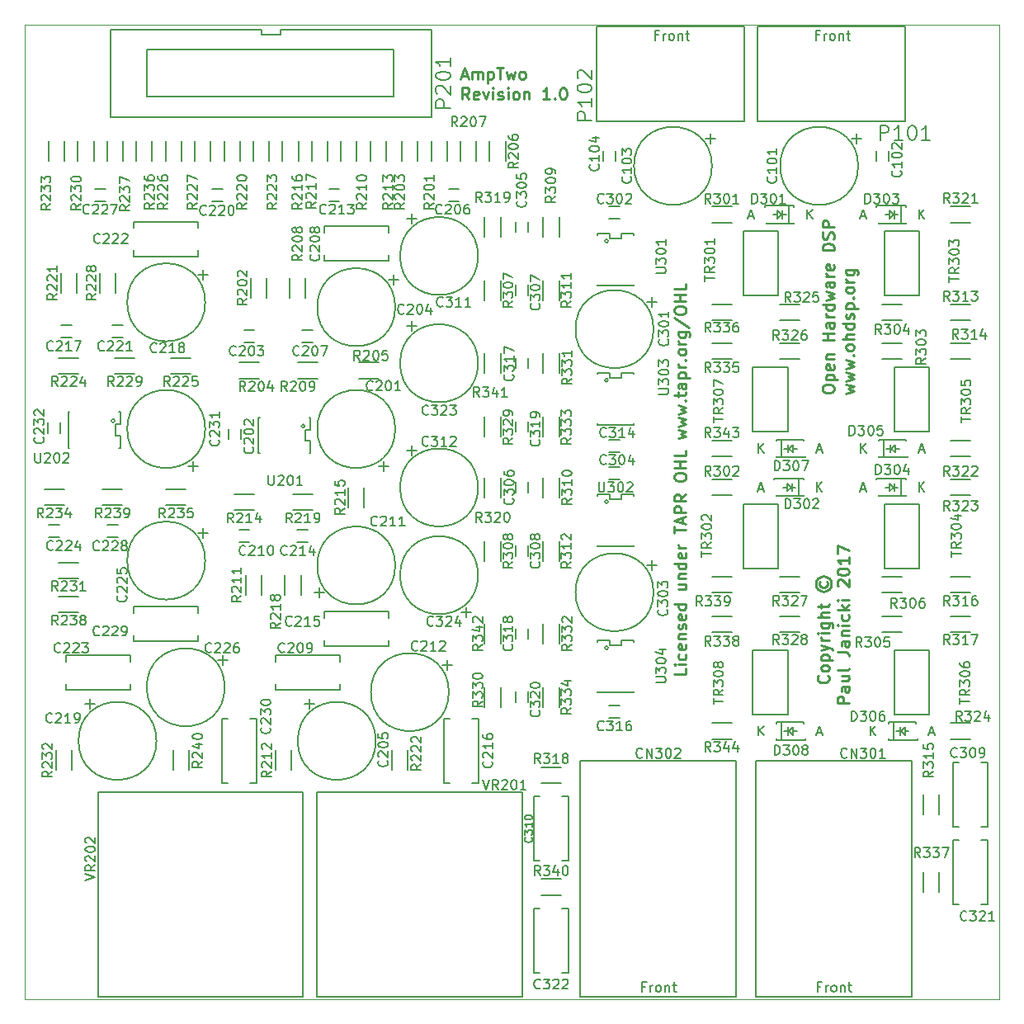
<source format=gto>
G04 #@! TF.FileFunction,Legend,Top*
%FSLAX46Y46*%
G04 Gerber Fmt 4.6, Leading zero omitted, Abs format (unit mm)*
G04 Created by KiCad (PCBNEW 4.0.5) date 03/22/17 11:59:18*
%MOMM*%
%LPD*%
G01*
G04 APERTURE LIST*
%ADD10C,0.150000*%
%ADD11C,0.100000*%
%ADD12C,0.250000*%
%ADD13C,0.200000*%
G04 APERTURE END LIST*
D10*
D11*
X0Y100000000D02*
X100000000Y100000000D01*
X15000000Y0D02*
X0Y0D01*
X100000000Y0D02*
X15000000Y0D01*
D12*
X81817857Y62514286D02*
X81817857Y62742857D01*
X81875000Y62857143D01*
X81989286Y62971429D01*
X82217857Y63028571D01*
X82617857Y63028571D01*
X82846429Y62971429D01*
X82960714Y62857143D01*
X83017857Y62742857D01*
X83017857Y62514286D01*
X82960714Y62400000D01*
X82846429Y62285714D01*
X82617857Y62228571D01*
X82217857Y62228571D01*
X81989286Y62285714D01*
X81875000Y62400000D01*
X81817857Y62514286D01*
X82217857Y63542857D02*
X83417857Y63542857D01*
X82275000Y63542857D02*
X82217857Y63657143D01*
X82217857Y63885714D01*
X82275000Y64000000D01*
X82332143Y64057143D01*
X82446429Y64114286D01*
X82789286Y64114286D01*
X82903571Y64057143D01*
X82960714Y64000000D01*
X83017857Y63885714D01*
X83017857Y63657143D01*
X82960714Y63542857D01*
X82960714Y65085714D02*
X83017857Y64971428D01*
X83017857Y64742857D01*
X82960714Y64628571D01*
X82846429Y64571428D01*
X82389286Y64571428D01*
X82275000Y64628571D01*
X82217857Y64742857D01*
X82217857Y64971428D01*
X82275000Y65085714D01*
X82389286Y65142857D01*
X82503571Y65142857D01*
X82617857Y64571428D01*
X82217857Y65657142D02*
X83017857Y65657142D01*
X82332143Y65657142D02*
X82275000Y65714285D01*
X82217857Y65828571D01*
X82217857Y65999999D01*
X82275000Y66114285D01*
X82389286Y66171428D01*
X83017857Y66171428D01*
X83017857Y67657142D02*
X81817857Y67657142D01*
X82389286Y67657142D02*
X82389286Y68342857D01*
X83017857Y68342857D02*
X81817857Y68342857D01*
X83017857Y69428571D02*
X82389286Y69428571D01*
X82275000Y69371428D01*
X82217857Y69257142D01*
X82217857Y69028571D01*
X82275000Y68914285D01*
X82960714Y69428571D02*
X83017857Y69314285D01*
X83017857Y69028571D01*
X82960714Y68914285D01*
X82846429Y68857142D01*
X82732143Y68857142D01*
X82617857Y68914285D01*
X82560714Y69028571D01*
X82560714Y69314285D01*
X82503571Y69428571D01*
X83017857Y69999999D02*
X82217857Y69999999D01*
X82446429Y69999999D02*
X82332143Y70057142D01*
X82275000Y70114285D01*
X82217857Y70228571D01*
X82217857Y70342856D01*
X83017857Y71257142D02*
X81817857Y71257142D01*
X82960714Y71257142D02*
X83017857Y71142856D01*
X83017857Y70914285D01*
X82960714Y70799999D01*
X82903571Y70742856D01*
X82789286Y70685713D01*
X82446429Y70685713D01*
X82332143Y70742856D01*
X82275000Y70799999D01*
X82217857Y70914285D01*
X82217857Y71142856D01*
X82275000Y71257142D01*
X82217857Y71714285D02*
X83017857Y71942856D01*
X82446429Y72171427D01*
X83017857Y72399999D01*
X82217857Y72628570D01*
X83017857Y73599999D02*
X82389286Y73599999D01*
X82275000Y73542856D01*
X82217857Y73428570D01*
X82217857Y73199999D01*
X82275000Y73085713D01*
X82960714Y73599999D02*
X83017857Y73485713D01*
X83017857Y73199999D01*
X82960714Y73085713D01*
X82846429Y73028570D01*
X82732143Y73028570D01*
X82617857Y73085713D01*
X82560714Y73199999D01*
X82560714Y73485713D01*
X82503571Y73599999D01*
X83017857Y74171427D02*
X82217857Y74171427D01*
X82446429Y74171427D02*
X82332143Y74228570D01*
X82275000Y74285713D01*
X82217857Y74399999D01*
X82217857Y74514284D01*
X82960714Y75371427D02*
X83017857Y75257141D01*
X83017857Y75028570D01*
X82960714Y74914284D01*
X82846429Y74857141D01*
X82389286Y74857141D01*
X82275000Y74914284D01*
X82217857Y75028570D01*
X82217857Y75257141D01*
X82275000Y75371427D01*
X82389286Y75428570D01*
X82503571Y75428570D01*
X82617857Y74857141D01*
X83017857Y76857141D02*
X81817857Y76857141D01*
X81817857Y77142856D01*
X81875000Y77314284D01*
X81989286Y77428570D01*
X82103571Y77485713D01*
X82332143Y77542856D01*
X82503571Y77542856D01*
X82732143Y77485713D01*
X82846429Y77428570D01*
X82960714Y77314284D01*
X83017857Y77142856D01*
X83017857Y76857141D01*
X82960714Y77999998D02*
X83017857Y78171427D01*
X83017857Y78457141D01*
X82960714Y78571427D01*
X82903571Y78628570D01*
X82789286Y78685713D01*
X82675000Y78685713D01*
X82560714Y78628570D01*
X82503571Y78571427D01*
X82446429Y78457141D01*
X82389286Y78228570D01*
X82332143Y78114284D01*
X82275000Y78057141D01*
X82160714Y77999998D01*
X82046429Y77999998D01*
X81932143Y78057141D01*
X81875000Y78114284D01*
X81817857Y78228570D01*
X81817857Y78514284D01*
X81875000Y78685713D01*
X83017857Y79199998D02*
X81817857Y79199998D01*
X81817857Y79657141D01*
X81875000Y79771427D01*
X81932143Y79828570D01*
X82046429Y79885713D01*
X82217857Y79885713D01*
X82332143Y79828570D01*
X82389286Y79771427D01*
X82446429Y79657141D01*
X82446429Y79199998D01*
X84267857Y62171429D02*
X85067857Y62400000D01*
X84496429Y62628571D01*
X85067857Y62857143D01*
X84267857Y63085714D01*
X84267857Y63428572D02*
X85067857Y63657143D01*
X84496429Y63885714D01*
X85067857Y64114286D01*
X84267857Y64342857D01*
X84267857Y64685715D02*
X85067857Y64914286D01*
X84496429Y65142857D01*
X85067857Y65371429D01*
X84267857Y65600000D01*
X84953571Y66057143D02*
X85010714Y66114286D01*
X85067857Y66057143D01*
X85010714Y66000000D01*
X84953571Y66057143D01*
X85067857Y66057143D01*
X85067857Y66800001D02*
X85010714Y66685715D01*
X84953571Y66628572D01*
X84839286Y66571429D01*
X84496429Y66571429D01*
X84382143Y66628572D01*
X84325000Y66685715D01*
X84267857Y66800001D01*
X84267857Y66971429D01*
X84325000Y67085715D01*
X84382143Y67142858D01*
X84496429Y67200001D01*
X84839286Y67200001D01*
X84953571Y67142858D01*
X85010714Y67085715D01*
X85067857Y66971429D01*
X85067857Y66800001D01*
X85067857Y67714286D02*
X83867857Y67714286D01*
X85067857Y68228572D02*
X84439286Y68228572D01*
X84325000Y68171429D01*
X84267857Y68057143D01*
X84267857Y67885715D01*
X84325000Y67771429D01*
X84382143Y67714286D01*
X85067857Y69314286D02*
X83867857Y69314286D01*
X85010714Y69314286D02*
X85067857Y69200000D01*
X85067857Y68971429D01*
X85010714Y68857143D01*
X84953571Y68800000D01*
X84839286Y68742857D01*
X84496429Y68742857D01*
X84382143Y68800000D01*
X84325000Y68857143D01*
X84267857Y68971429D01*
X84267857Y69200000D01*
X84325000Y69314286D01*
X85010714Y69828571D02*
X85067857Y69942857D01*
X85067857Y70171429D01*
X85010714Y70285714D01*
X84896429Y70342857D01*
X84839286Y70342857D01*
X84725000Y70285714D01*
X84667857Y70171429D01*
X84667857Y70000000D01*
X84610714Y69885714D01*
X84496429Y69828571D01*
X84439286Y69828571D01*
X84325000Y69885714D01*
X84267857Y70000000D01*
X84267857Y70171429D01*
X84325000Y70285714D01*
X84267857Y70857143D02*
X85467857Y70857143D01*
X84325000Y70857143D02*
X84267857Y70971429D01*
X84267857Y71200000D01*
X84325000Y71314286D01*
X84382143Y71371429D01*
X84496429Y71428572D01*
X84839286Y71428572D01*
X84953571Y71371429D01*
X85010714Y71314286D01*
X85067857Y71200000D01*
X85067857Y70971429D01*
X85010714Y70857143D01*
X84953571Y71942857D02*
X85010714Y72000000D01*
X85067857Y71942857D01*
X85010714Y71885714D01*
X84953571Y71942857D01*
X85067857Y71942857D01*
X85067857Y72685715D02*
X85010714Y72571429D01*
X84953571Y72514286D01*
X84839286Y72457143D01*
X84496429Y72457143D01*
X84382143Y72514286D01*
X84325000Y72571429D01*
X84267857Y72685715D01*
X84267857Y72857143D01*
X84325000Y72971429D01*
X84382143Y73028572D01*
X84496429Y73085715D01*
X84839286Y73085715D01*
X84953571Y73028572D01*
X85010714Y72971429D01*
X85067857Y72857143D01*
X85067857Y72685715D01*
X85067857Y73600000D02*
X84267857Y73600000D01*
X84496429Y73600000D02*
X84382143Y73657143D01*
X84325000Y73714286D01*
X84267857Y73828572D01*
X84267857Y73942857D01*
X84267857Y74857143D02*
X85239286Y74857143D01*
X85353571Y74800000D01*
X85410714Y74742857D01*
X85467857Y74628572D01*
X85467857Y74457143D01*
X85410714Y74342857D01*
X85010714Y74857143D02*
X85067857Y74742857D01*
X85067857Y74514286D01*
X85010714Y74400000D01*
X84953571Y74342857D01*
X84839286Y74285714D01*
X84496429Y74285714D01*
X84382143Y74342857D01*
X84325000Y74400000D01*
X84267857Y74514286D01*
X84267857Y74742857D01*
X84325000Y74857143D01*
X82403571Y33200001D02*
X82460714Y33142858D01*
X82517857Y32971429D01*
X82517857Y32857143D01*
X82460714Y32685715D01*
X82346429Y32571429D01*
X82232143Y32514286D01*
X82003571Y32457143D01*
X81832143Y32457143D01*
X81603571Y32514286D01*
X81489286Y32571429D01*
X81375000Y32685715D01*
X81317857Y32857143D01*
X81317857Y32971429D01*
X81375000Y33142858D01*
X81432143Y33200001D01*
X82517857Y33885715D02*
X82460714Y33771429D01*
X82403571Y33714286D01*
X82289286Y33657143D01*
X81946429Y33657143D01*
X81832143Y33714286D01*
X81775000Y33771429D01*
X81717857Y33885715D01*
X81717857Y34057143D01*
X81775000Y34171429D01*
X81832143Y34228572D01*
X81946429Y34285715D01*
X82289286Y34285715D01*
X82403571Y34228572D01*
X82460714Y34171429D01*
X82517857Y34057143D01*
X82517857Y33885715D01*
X81717857Y34800000D02*
X82917857Y34800000D01*
X81775000Y34800000D02*
X81717857Y34914286D01*
X81717857Y35142857D01*
X81775000Y35257143D01*
X81832143Y35314286D01*
X81946429Y35371429D01*
X82289286Y35371429D01*
X82403571Y35314286D01*
X82460714Y35257143D01*
X82517857Y35142857D01*
X82517857Y34914286D01*
X82460714Y34800000D01*
X81717857Y35771429D02*
X82517857Y36057143D01*
X81717857Y36342857D02*
X82517857Y36057143D01*
X82803571Y35942857D01*
X82860714Y35885714D01*
X82917857Y35771429D01*
X82517857Y36800000D02*
X81717857Y36800000D01*
X81946429Y36800000D02*
X81832143Y36857143D01*
X81775000Y36914286D01*
X81717857Y37028572D01*
X81717857Y37142857D01*
X82517857Y37542857D02*
X81717857Y37542857D01*
X81317857Y37542857D02*
X81375000Y37485714D01*
X81432143Y37542857D01*
X81375000Y37600000D01*
X81317857Y37542857D01*
X81432143Y37542857D01*
X81717857Y38628572D02*
X82689286Y38628572D01*
X82803571Y38571429D01*
X82860714Y38514286D01*
X82917857Y38400001D01*
X82917857Y38228572D01*
X82860714Y38114286D01*
X82460714Y38628572D02*
X82517857Y38514286D01*
X82517857Y38285715D01*
X82460714Y38171429D01*
X82403571Y38114286D01*
X82289286Y38057143D01*
X81946429Y38057143D01*
X81832143Y38114286D01*
X81775000Y38171429D01*
X81717857Y38285715D01*
X81717857Y38514286D01*
X81775000Y38628572D01*
X82517857Y39200000D02*
X81317857Y39200000D01*
X82517857Y39714286D02*
X81889286Y39714286D01*
X81775000Y39657143D01*
X81717857Y39542857D01*
X81717857Y39371429D01*
X81775000Y39257143D01*
X81832143Y39200000D01*
X81717857Y40114286D02*
X81717857Y40571429D01*
X81317857Y40285714D02*
X82346429Y40285714D01*
X82460714Y40342857D01*
X82517857Y40457143D01*
X82517857Y40571429D01*
X81603571Y42857143D02*
X81546429Y42742857D01*
X81546429Y42514286D01*
X81603571Y42400000D01*
X81717857Y42285714D01*
X81832143Y42228571D01*
X82060714Y42228571D01*
X82175000Y42285714D01*
X82289286Y42400000D01*
X82346429Y42514286D01*
X82346429Y42742857D01*
X82289286Y42857143D01*
X81146429Y42628571D02*
X81203571Y42342857D01*
X81375000Y42057143D01*
X81660714Y41885714D01*
X81946429Y41828571D01*
X82232143Y41885714D01*
X82517857Y42057143D01*
X82689286Y42342857D01*
X82746429Y42628571D01*
X82689286Y42914286D01*
X82517857Y43200000D01*
X82232143Y43371429D01*
X81946429Y43428571D01*
X81660714Y43371429D01*
X81375000Y43200000D01*
X81203571Y42914286D01*
X81146429Y42628571D01*
X84567857Y30371429D02*
X83367857Y30371429D01*
X83367857Y30828572D01*
X83425000Y30942858D01*
X83482143Y31000001D01*
X83596429Y31057144D01*
X83767857Y31057144D01*
X83882143Y31000001D01*
X83939286Y30942858D01*
X83996429Y30828572D01*
X83996429Y30371429D01*
X84567857Y32085715D02*
X83939286Y32085715D01*
X83825000Y32028572D01*
X83767857Y31914286D01*
X83767857Y31685715D01*
X83825000Y31571429D01*
X84510714Y32085715D02*
X84567857Y31971429D01*
X84567857Y31685715D01*
X84510714Y31571429D01*
X84396429Y31514286D01*
X84282143Y31514286D01*
X84167857Y31571429D01*
X84110714Y31685715D01*
X84110714Y31971429D01*
X84053571Y32085715D01*
X83767857Y33171429D02*
X84567857Y33171429D01*
X83767857Y32657143D02*
X84396429Y32657143D01*
X84510714Y32714286D01*
X84567857Y32828572D01*
X84567857Y33000000D01*
X84510714Y33114286D01*
X84453571Y33171429D01*
X84567857Y33914286D02*
X84510714Y33800000D01*
X84396429Y33742857D01*
X83367857Y33742857D01*
X83367857Y35628571D02*
X84225000Y35628571D01*
X84396429Y35571429D01*
X84510714Y35457143D01*
X84567857Y35285714D01*
X84567857Y35171429D01*
X84567857Y36714286D02*
X83939286Y36714286D01*
X83825000Y36657143D01*
X83767857Y36542857D01*
X83767857Y36314286D01*
X83825000Y36200000D01*
X84510714Y36714286D02*
X84567857Y36600000D01*
X84567857Y36314286D01*
X84510714Y36200000D01*
X84396429Y36142857D01*
X84282143Y36142857D01*
X84167857Y36200000D01*
X84110714Y36314286D01*
X84110714Y36600000D01*
X84053571Y36714286D01*
X83767857Y37285714D02*
X84567857Y37285714D01*
X83882143Y37285714D02*
X83825000Y37342857D01*
X83767857Y37457143D01*
X83767857Y37628571D01*
X83825000Y37742857D01*
X83939286Y37800000D01*
X84567857Y37800000D01*
X84567857Y38371428D02*
X83767857Y38371428D01*
X83367857Y38371428D02*
X83425000Y38314285D01*
X83482143Y38371428D01*
X83425000Y38428571D01*
X83367857Y38371428D01*
X83482143Y38371428D01*
X84510714Y39457143D02*
X84567857Y39342857D01*
X84567857Y39114286D01*
X84510714Y39000000D01*
X84453571Y38942857D01*
X84339286Y38885714D01*
X83996429Y38885714D01*
X83882143Y38942857D01*
X83825000Y39000000D01*
X83767857Y39114286D01*
X83767857Y39342857D01*
X83825000Y39457143D01*
X84567857Y39971428D02*
X83367857Y39971428D01*
X84110714Y40085714D02*
X84567857Y40428571D01*
X83767857Y40428571D02*
X84225000Y39971428D01*
X84567857Y40942857D02*
X83767857Y40942857D01*
X83367857Y40942857D02*
X83425000Y40885714D01*
X83482143Y40942857D01*
X83425000Y41000000D01*
X83367857Y40942857D01*
X83482143Y40942857D01*
X83482143Y42371429D02*
X83425000Y42428572D01*
X83367857Y42542858D01*
X83367857Y42828572D01*
X83425000Y42942858D01*
X83482143Y43000001D01*
X83596429Y43057144D01*
X83710714Y43057144D01*
X83882143Y43000001D01*
X84567857Y42314287D01*
X84567857Y43057144D01*
X83367857Y43800001D02*
X83367857Y43914286D01*
X83425000Y44028572D01*
X83482143Y44085715D01*
X83596429Y44142858D01*
X83825000Y44200001D01*
X84110714Y44200001D01*
X84339286Y44142858D01*
X84453571Y44085715D01*
X84510714Y44028572D01*
X84567857Y43914286D01*
X84567857Y43800001D01*
X84510714Y43685715D01*
X84453571Y43628572D01*
X84339286Y43571429D01*
X84110714Y43514286D01*
X83825000Y43514286D01*
X83596429Y43571429D01*
X83482143Y43628572D01*
X83425000Y43685715D01*
X83367857Y43800001D01*
X84567857Y45342858D02*
X84567857Y44657143D01*
X84567857Y45000001D02*
X83367857Y45000001D01*
X83539286Y44885715D01*
X83653571Y44771429D01*
X83710714Y44657143D01*
X83367857Y45742858D02*
X83367857Y46542858D01*
X84567857Y46028572D01*
X44828571Y94725000D02*
X45400000Y94725000D01*
X44714286Y94382143D02*
X45114286Y95582143D01*
X45514286Y94382143D01*
X45914285Y94382143D02*
X45914285Y95182143D01*
X45914285Y95067857D02*
X45971428Y95125000D01*
X46085714Y95182143D01*
X46257142Y95182143D01*
X46371428Y95125000D01*
X46428571Y95010714D01*
X46428571Y94382143D01*
X46428571Y95010714D02*
X46485714Y95125000D01*
X46600000Y95182143D01*
X46771428Y95182143D01*
X46885714Y95125000D01*
X46942857Y95010714D01*
X46942857Y94382143D01*
X47514285Y95182143D02*
X47514285Y93982143D01*
X47514285Y95125000D02*
X47628571Y95182143D01*
X47857142Y95182143D01*
X47971428Y95125000D01*
X48028571Y95067857D01*
X48085714Y94953571D01*
X48085714Y94610714D01*
X48028571Y94496429D01*
X47971428Y94439286D01*
X47857142Y94382143D01*
X47628571Y94382143D01*
X47514285Y94439286D01*
X48428571Y95582143D02*
X49114285Y95582143D01*
X48771428Y94382143D02*
X48771428Y95582143D01*
X49400000Y95182143D02*
X49628571Y94382143D01*
X49857142Y94953571D01*
X50085714Y94382143D01*
X50314285Y95182143D01*
X50942857Y94382143D02*
X50828571Y94439286D01*
X50771428Y94496429D01*
X50714285Y94610714D01*
X50714285Y94953571D01*
X50771428Y95067857D01*
X50828571Y95125000D01*
X50942857Y95182143D01*
X51114285Y95182143D01*
X51228571Y95125000D01*
X51285714Y95067857D01*
X51342857Y94953571D01*
X51342857Y94610714D01*
X51285714Y94496429D01*
X51228571Y94439286D01*
X51114285Y94382143D01*
X50942857Y94382143D01*
X45571429Y92332143D02*
X45171429Y92903571D01*
X44885714Y92332143D02*
X44885714Y93532143D01*
X45342857Y93532143D01*
X45457143Y93475000D01*
X45514286Y93417857D01*
X45571429Y93303571D01*
X45571429Y93132143D01*
X45514286Y93017857D01*
X45457143Y92960714D01*
X45342857Y92903571D01*
X44885714Y92903571D01*
X46542857Y92389286D02*
X46428571Y92332143D01*
X46200000Y92332143D01*
X46085714Y92389286D01*
X46028571Y92503571D01*
X46028571Y92960714D01*
X46085714Y93075000D01*
X46200000Y93132143D01*
X46428571Y93132143D01*
X46542857Y93075000D01*
X46600000Y92960714D01*
X46600000Y92846429D01*
X46028571Y92732143D01*
X47000000Y93132143D02*
X47285714Y92332143D01*
X47571428Y93132143D01*
X48028571Y92332143D02*
X48028571Y93132143D01*
X48028571Y93532143D02*
X47971428Y93475000D01*
X48028571Y93417857D01*
X48085714Y93475000D01*
X48028571Y93532143D01*
X48028571Y93417857D01*
X48542857Y92389286D02*
X48657143Y92332143D01*
X48885715Y92332143D01*
X49000000Y92389286D01*
X49057143Y92503571D01*
X49057143Y92560714D01*
X49000000Y92675000D01*
X48885715Y92732143D01*
X48714286Y92732143D01*
X48600000Y92789286D01*
X48542857Y92903571D01*
X48542857Y92960714D01*
X48600000Y93075000D01*
X48714286Y93132143D01*
X48885715Y93132143D01*
X49000000Y93075000D01*
X49571429Y92332143D02*
X49571429Y93132143D01*
X49571429Y93532143D02*
X49514286Y93475000D01*
X49571429Y93417857D01*
X49628572Y93475000D01*
X49571429Y93532143D01*
X49571429Y93417857D01*
X50314287Y92332143D02*
X50200001Y92389286D01*
X50142858Y92446429D01*
X50085715Y92560714D01*
X50085715Y92903571D01*
X50142858Y93017857D01*
X50200001Y93075000D01*
X50314287Y93132143D01*
X50485715Y93132143D01*
X50600001Y93075000D01*
X50657144Y93017857D01*
X50714287Y92903571D01*
X50714287Y92560714D01*
X50657144Y92446429D01*
X50600001Y92389286D01*
X50485715Y92332143D01*
X50314287Y92332143D01*
X51228572Y93132143D02*
X51228572Y92332143D01*
X51228572Y93017857D02*
X51285715Y93075000D01*
X51400001Y93132143D01*
X51571429Y93132143D01*
X51685715Y93075000D01*
X51742858Y92960714D01*
X51742858Y92332143D01*
X53857144Y92332143D02*
X53171429Y92332143D01*
X53514287Y92332143D02*
X53514287Y93532143D01*
X53400001Y93360714D01*
X53285715Y93246429D01*
X53171429Y93189286D01*
X54371429Y92446429D02*
X54428572Y92389286D01*
X54371429Y92332143D01*
X54314286Y92389286D01*
X54371429Y92446429D01*
X54371429Y92332143D01*
X55171430Y93532143D02*
X55285715Y93532143D01*
X55400001Y93475000D01*
X55457144Y93417857D01*
X55514287Y93303571D01*
X55571430Y93075000D01*
X55571430Y92789286D01*
X55514287Y92560714D01*
X55457144Y92446429D01*
X55400001Y92389286D01*
X55285715Y92332143D01*
X55171430Y92332143D01*
X55057144Y92389286D01*
X55000001Y92446429D01*
X54942858Y92560714D01*
X54885715Y92789286D01*
X54885715Y93075000D01*
X54942858Y93303571D01*
X55000001Y93417857D01*
X55057144Y93475000D01*
X55171430Y93532143D01*
X67842857Y33928572D02*
X67842857Y33357143D01*
X66642857Y33357143D01*
X67842857Y34328572D02*
X67042857Y34328572D01*
X66642857Y34328572D02*
X66700000Y34271429D01*
X66757143Y34328572D01*
X66700000Y34385715D01*
X66642857Y34328572D01*
X66757143Y34328572D01*
X67785714Y35414287D02*
X67842857Y35300001D01*
X67842857Y35071430D01*
X67785714Y34957144D01*
X67728571Y34900001D01*
X67614286Y34842858D01*
X67271429Y34842858D01*
X67157143Y34900001D01*
X67100000Y34957144D01*
X67042857Y35071430D01*
X67042857Y35300001D01*
X67100000Y35414287D01*
X67785714Y36385715D02*
X67842857Y36271429D01*
X67842857Y36042858D01*
X67785714Y35928572D01*
X67671429Y35871429D01*
X67214286Y35871429D01*
X67100000Y35928572D01*
X67042857Y36042858D01*
X67042857Y36271429D01*
X67100000Y36385715D01*
X67214286Y36442858D01*
X67328571Y36442858D01*
X67442857Y35871429D01*
X67042857Y36957143D02*
X67842857Y36957143D01*
X67157143Y36957143D02*
X67100000Y37014286D01*
X67042857Y37128572D01*
X67042857Y37300000D01*
X67100000Y37414286D01*
X67214286Y37471429D01*
X67842857Y37471429D01*
X67785714Y37985714D02*
X67842857Y38100000D01*
X67842857Y38328572D01*
X67785714Y38442857D01*
X67671429Y38500000D01*
X67614286Y38500000D01*
X67500000Y38442857D01*
X67442857Y38328572D01*
X67442857Y38157143D01*
X67385714Y38042857D01*
X67271429Y37985714D01*
X67214286Y37985714D01*
X67100000Y38042857D01*
X67042857Y38157143D01*
X67042857Y38328572D01*
X67100000Y38442857D01*
X67785714Y39471429D02*
X67842857Y39357143D01*
X67842857Y39128572D01*
X67785714Y39014286D01*
X67671429Y38957143D01*
X67214286Y38957143D01*
X67100000Y39014286D01*
X67042857Y39128572D01*
X67042857Y39357143D01*
X67100000Y39471429D01*
X67214286Y39528572D01*
X67328571Y39528572D01*
X67442857Y38957143D01*
X67842857Y40557143D02*
X66642857Y40557143D01*
X67785714Y40557143D02*
X67842857Y40442857D01*
X67842857Y40214286D01*
X67785714Y40100000D01*
X67728571Y40042857D01*
X67614286Y39985714D01*
X67271429Y39985714D01*
X67157143Y40042857D01*
X67100000Y40100000D01*
X67042857Y40214286D01*
X67042857Y40442857D01*
X67100000Y40557143D01*
X67042857Y42557143D02*
X67842857Y42557143D01*
X67042857Y42042857D02*
X67671429Y42042857D01*
X67785714Y42100000D01*
X67842857Y42214286D01*
X67842857Y42385714D01*
X67785714Y42500000D01*
X67728571Y42557143D01*
X67042857Y43128571D02*
X67842857Y43128571D01*
X67157143Y43128571D02*
X67100000Y43185714D01*
X67042857Y43300000D01*
X67042857Y43471428D01*
X67100000Y43585714D01*
X67214286Y43642857D01*
X67842857Y43642857D01*
X67842857Y44728571D02*
X66642857Y44728571D01*
X67785714Y44728571D02*
X67842857Y44614285D01*
X67842857Y44385714D01*
X67785714Y44271428D01*
X67728571Y44214285D01*
X67614286Y44157142D01*
X67271429Y44157142D01*
X67157143Y44214285D01*
X67100000Y44271428D01*
X67042857Y44385714D01*
X67042857Y44614285D01*
X67100000Y44728571D01*
X67785714Y45757142D02*
X67842857Y45642856D01*
X67842857Y45414285D01*
X67785714Y45299999D01*
X67671429Y45242856D01*
X67214286Y45242856D01*
X67100000Y45299999D01*
X67042857Y45414285D01*
X67042857Y45642856D01*
X67100000Y45757142D01*
X67214286Y45814285D01*
X67328571Y45814285D01*
X67442857Y45242856D01*
X67842857Y46328570D02*
X67042857Y46328570D01*
X67271429Y46328570D02*
X67157143Y46385713D01*
X67100000Y46442856D01*
X67042857Y46557142D01*
X67042857Y46671427D01*
X66642857Y47814285D02*
X66642857Y48499999D01*
X67842857Y48157142D02*
X66642857Y48157142D01*
X67500000Y48842856D02*
X67500000Y49414285D01*
X67842857Y48728571D02*
X66642857Y49128571D01*
X67842857Y49528571D01*
X67842857Y49928570D02*
X66642857Y49928570D01*
X66642857Y50385713D01*
X66700000Y50499999D01*
X66757143Y50557142D01*
X66871429Y50614285D01*
X67042857Y50614285D01*
X67157143Y50557142D01*
X67214286Y50499999D01*
X67271429Y50385713D01*
X67271429Y49928570D01*
X67842857Y51814285D02*
X67271429Y51414285D01*
X67842857Y51128570D02*
X66642857Y51128570D01*
X66642857Y51585713D01*
X66700000Y51699999D01*
X66757143Y51757142D01*
X66871429Y51814285D01*
X67042857Y51814285D01*
X67157143Y51757142D01*
X67214286Y51699999D01*
X67271429Y51585713D01*
X67271429Y51128570D01*
X66642857Y53471428D02*
X66642857Y53699999D01*
X66700000Y53814285D01*
X66814286Y53928571D01*
X67042857Y53985713D01*
X67442857Y53985713D01*
X67671429Y53928571D01*
X67785714Y53814285D01*
X67842857Y53699999D01*
X67842857Y53471428D01*
X67785714Y53357142D01*
X67671429Y53242856D01*
X67442857Y53185713D01*
X67042857Y53185713D01*
X66814286Y53242856D01*
X66700000Y53357142D01*
X66642857Y53471428D01*
X67842857Y54499999D02*
X66642857Y54499999D01*
X67214286Y54499999D02*
X67214286Y55185714D01*
X67842857Y55185714D02*
X66642857Y55185714D01*
X67842857Y56328571D02*
X67842857Y55757142D01*
X66642857Y55757142D01*
X67042857Y57528572D02*
X67842857Y57757143D01*
X67271429Y57985714D01*
X67842857Y58214286D01*
X67042857Y58442857D01*
X67042857Y58785715D02*
X67842857Y59014286D01*
X67271429Y59242857D01*
X67842857Y59471429D01*
X67042857Y59700000D01*
X67042857Y60042858D02*
X67842857Y60271429D01*
X67271429Y60500000D01*
X67842857Y60728572D01*
X67042857Y60957143D01*
X67728571Y61414286D02*
X67785714Y61471429D01*
X67842857Y61414286D01*
X67785714Y61357143D01*
X67728571Y61414286D01*
X67842857Y61414286D01*
X67042857Y61814287D02*
X67042857Y62271430D01*
X66642857Y61985715D02*
X67671429Y61985715D01*
X67785714Y62042858D01*
X67842857Y62157144D01*
X67842857Y62271430D01*
X67842857Y63185715D02*
X67214286Y63185715D01*
X67100000Y63128572D01*
X67042857Y63014286D01*
X67042857Y62785715D01*
X67100000Y62671429D01*
X67785714Y63185715D02*
X67842857Y63071429D01*
X67842857Y62785715D01*
X67785714Y62671429D01*
X67671429Y62614286D01*
X67557143Y62614286D01*
X67442857Y62671429D01*
X67385714Y62785715D01*
X67385714Y63071429D01*
X67328571Y63185715D01*
X67042857Y63757143D02*
X68242857Y63757143D01*
X67100000Y63757143D02*
X67042857Y63871429D01*
X67042857Y64100000D01*
X67100000Y64214286D01*
X67157143Y64271429D01*
X67271429Y64328572D01*
X67614286Y64328572D01*
X67728571Y64271429D01*
X67785714Y64214286D01*
X67842857Y64100000D01*
X67842857Y63871429D01*
X67785714Y63757143D01*
X67842857Y64842857D02*
X67042857Y64842857D01*
X67271429Y64842857D02*
X67157143Y64900000D01*
X67100000Y64957143D01*
X67042857Y65071429D01*
X67042857Y65185714D01*
X67728571Y65585714D02*
X67785714Y65642857D01*
X67842857Y65585714D01*
X67785714Y65528571D01*
X67728571Y65585714D01*
X67842857Y65585714D01*
X67842857Y66328572D02*
X67785714Y66214286D01*
X67728571Y66157143D01*
X67614286Y66100000D01*
X67271429Y66100000D01*
X67157143Y66157143D01*
X67100000Y66214286D01*
X67042857Y66328572D01*
X67042857Y66500000D01*
X67100000Y66614286D01*
X67157143Y66671429D01*
X67271429Y66728572D01*
X67614286Y66728572D01*
X67728571Y66671429D01*
X67785714Y66614286D01*
X67842857Y66500000D01*
X67842857Y66328572D01*
X67842857Y67242857D02*
X67042857Y67242857D01*
X67271429Y67242857D02*
X67157143Y67300000D01*
X67100000Y67357143D01*
X67042857Y67471429D01*
X67042857Y67585714D01*
X67042857Y68500000D02*
X68014286Y68500000D01*
X68128571Y68442857D01*
X68185714Y68385714D01*
X68242857Y68271429D01*
X68242857Y68100000D01*
X68185714Y67985714D01*
X67785714Y68500000D02*
X67842857Y68385714D01*
X67842857Y68157143D01*
X67785714Y68042857D01*
X67728571Y67985714D01*
X67614286Y67928571D01*
X67271429Y67928571D01*
X67157143Y67985714D01*
X67100000Y68042857D01*
X67042857Y68157143D01*
X67042857Y68385714D01*
X67100000Y68500000D01*
X66585714Y69928571D02*
X68128571Y68900000D01*
X66642857Y70557143D02*
X66642857Y70785714D01*
X66700000Y70900000D01*
X66814286Y71014286D01*
X67042857Y71071428D01*
X67442857Y71071428D01*
X67671429Y71014286D01*
X67785714Y70900000D01*
X67842857Y70785714D01*
X67842857Y70557143D01*
X67785714Y70442857D01*
X67671429Y70328571D01*
X67442857Y70271428D01*
X67042857Y70271428D01*
X66814286Y70328571D01*
X66700000Y70442857D01*
X66642857Y70557143D01*
X67842857Y71585714D02*
X66642857Y71585714D01*
X67214286Y71585714D02*
X67214286Y72271429D01*
X67842857Y72271429D02*
X66642857Y72271429D01*
X67842857Y73414286D02*
X67842857Y72842857D01*
X66642857Y72842857D01*
D11*
X100000000Y100000000D02*
X100000000Y0D01*
X0Y0D02*
X0Y100000000D01*
D13*
X57000000Y200000D02*
X57000000Y4450000D01*
X73000000Y200000D02*
X57000000Y200000D01*
X73000000Y4450000D02*
X73000000Y200000D01*
X57000000Y24450000D02*
X57000000Y4450000D01*
X73000000Y24450000D02*
X57000000Y24450000D01*
X73000000Y4450000D02*
X73000000Y24450000D01*
X75000000Y200000D02*
X75000000Y4450000D01*
X91000000Y200000D02*
X75000000Y200000D01*
X91000000Y4450000D02*
X91000000Y200000D01*
X75000000Y24450000D02*
X75000000Y4450000D01*
X91000000Y24450000D02*
X75000000Y24450000D01*
X91000000Y4450000D02*
X91000000Y24450000D01*
D10*
X76500000Y29200000D02*
X74700000Y29200000D01*
X74700000Y29200000D02*
X74700000Y35800000D01*
X74700000Y35800000D02*
X78300000Y35800000D01*
X78300000Y35800000D02*
X78300000Y29200000D01*
X78300000Y29200000D02*
X76500000Y29200000D01*
X76500000Y58200000D02*
X74700000Y58200000D01*
X74700000Y58200000D02*
X74700000Y64800000D01*
X74700000Y64800000D02*
X78300000Y64800000D01*
X78300000Y64800000D02*
X78300000Y58200000D01*
X78300000Y58200000D02*
X76500000Y58200000D01*
X91000000Y29200000D02*
X89200000Y29200000D01*
X89200000Y29200000D02*
X89200000Y35800000D01*
X89200000Y35800000D02*
X92800000Y35800000D01*
X92800000Y35800000D02*
X92800000Y29200000D01*
X92800000Y29200000D02*
X91000000Y29200000D01*
X91000000Y58200000D02*
X89200000Y58200000D01*
X89200000Y58200000D02*
X89200000Y64800000D01*
X89200000Y64800000D02*
X92800000Y64800000D01*
X92800000Y64800000D02*
X92800000Y58200000D01*
X92800000Y58200000D02*
X91000000Y58200000D01*
X90000000Y50800000D02*
X91800000Y50800000D01*
X91800000Y50800000D02*
X91800000Y44200000D01*
X91800000Y44200000D02*
X88200000Y44200000D01*
X88200000Y44200000D02*
X88200000Y50800000D01*
X88200000Y50800000D02*
X90000000Y50800000D01*
X90000000Y78800000D02*
X91800000Y78800000D01*
X91800000Y78800000D02*
X91800000Y72200000D01*
X91800000Y72200000D02*
X88200000Y72200000D01*
X88200000Y72200000D02*
X88200000Y78800000D01*
X88200000Y78800000D02*
X90000000Y78800000D01*
X75500000Y50800000D02*
X77300000Y50800000D01*
X77300000Y50800000D02*
X77300000Y44200000D01*
X77300000Y44200000D02*
X73700000Y44200000D01*
X73700000Y44200000D02*
X73700000Y50800000D01*
X73700000Y50800000D02*
X75500000Y50800000D01*
X75500000Y78800000D02*
X77300000Y78800000D01*
X77300000Y78800000D02*
X77300000Y72200000D01*
X77300000Y72200000D02*
X73700000Y72200000D01*
X73700000Y72200000D02*
X73700000Y78800000D01*
X73700000Y78800000D02*
X75500000Y78800000D01*
D13*
X28500000Y200000D02*
X18000000Y200000D01*
X28500000Y21200000D02*
X28500000Y200000D01*
X7500000Y21200000D02*
X28500000Y21200000D01*
X7500000Y200000D02*
X7500000Y21200000D01*
X18000000Y200000D02*
X7500000Y200000D01*
X51000000Y200000D02*
X40500000Y200000D01*
X51000000Y21200000D02*
X51000000Y200000D01*
X30000000Y21200000D02*
X51000000Y21200000D01*
X30000000Y200000D02*
X30000000Y21200000D01*
X40500000Y200000D02*
X30000000Y200000D01*
D10*
X58762000Y31468000D02*
X58762000Y31595000D01*
X62445000Y31468000D02*
X62445000Y31595000D01*
X58762000Y36802000D02*
X58762000Y36675000D01*
X62445000Y36802000D02*
X62445000Y36675000D01*
X61175000Y36802000D02*
X62445000Y36802000D01*
X61048000Y36294000D02*
X61175000Y36294000D01*
X60032000Y36802000D02*
X58762000Y36802000D01*
X59830605Y36040000D02*
G75*
G03X59830605Y36040000I-179605J0D01*
G01*
X61175000Y36294000D02*
X61175000Y36802000D01*
X60032000Y36294000D02*
X61048000Y36294000D01*
X60032000Y36802000D02*
X60032000Y36294000D01*
X62318000Y31468000D02*
X62445000Y31468000D01*
X58762000Y31468000D02*
X62318000Y31468000D01*
X58762000Y58948000D02*
X58762000Y59075000D01*
X62445000Y58948000D02*
X62445000Y59075000D01*
X58762000Y64282000D02*
X58762000Y64155000D01*
X62445000Y64282000D02*
X62445000Y64155000D01*
X61175000Y64282000D02*
X62445000Y64282000D01*
X61048000Y63774000D02*
X61175000Y63774000D01*
X60032000Y64282000D02*
X58762000Y64282000D01*
X59830605Y63520000D02*
G75*
G03X59830605Y63520000I-179605J0D01*
G01*
X61175000Y63774000D02*
X61175000Y64282000D01*
X60032000Y63774000D02*
X61048000Y63774000D01*
X60032000Y64282000D02*
X60032000Y63774000D01*
X62318000Y58948000D02*
X62445000Y58948000D01*
X58762000Y58948000D02*
X62318000Y58948000D01*
X58762000Y46468000D02*
X58762000Y46595000D01*
X62445000Y46468000D02*
X62445000Y46595000D01*
X58762000Y51802000D02*
X58762000Y51675000D01*
X62445000Y51802000D02*
X62445000Y51675000D01*
X61175000Y51802000D02*
X62445000Y51802000D01*
X61048000Y51294000D02*
X61175000Y51294000D01*
X60032000Y51802000D02*
X58762000Y51802000D01*
X59830605Y51040000D02*
G75*
G03X59830605Y51040000I-179605J0D01*
G01*
X61175000Y51294000D02*
X61175000Y51802000D01*
X60032000Y51294000D02*
X61048000Y51294000D01*
X60032000Y51802000D02*
X60032000Y51294000D01*
X62318000Y46468000D02*
X62445000Y46468000D01*
X58762000Y46468000D02*
X62318000Y46468000D01*
X58762000Y73218000D02*
X58762000Y73345000D01*
X62445000Y73218000D02*
X62445000Y73345000D01*
X58762000Y78552000D02*
X58762000Y78425000D01*
X62445000Y78552000D02*
X62445000Y78425000D01*
X61175000Y78552000D02*
X62445000Y78552000D01*
X61048000Y78044000D02*
X61175000Y78044000D01*
X60032000Y78552000D02*
X58762000Y78552000D01*
X59830605Y77790000D02*
G75*
G03X59830605Y77790000I-179605J0D01*
G01*
X61175000Y78044000D02*
X61175000Y78552000D01*
X60032000Y78044000D02*
X61048000Y78044000D01*
X60032000Y78552000D02*
X60032000Y78044000D01*
X62318000Y73218000D02*
X62445000Y73218000D01*
X58762000Y73218000D02*
X62318000Y73218000D01*
X4468000Y60238000D02*
X4595000Y60238000D01*
X4468000Y56555000D02*
X4595000Y56555000D01*
X9802000Y60238000D02*
X9675000Y60238000D01*
X9802000Y56555000D02*
X9675000Y56555000D01*
X9802000Y57825000D02*
X9802000Y56555000D01*
X9294000Y57952000D02*
X9294000Y57825000D01*
X9802000Y58968000D02*
X9802000Y60238000D01*
X9219605Y59349000D02*
G75*
G03X9219605Y59349000I-179605J0D01*
G01*
X9294000Y57825000D02*
X9802000Y57825000D01*
X9294000Y58968000D02*
X9294000Y57952000D01*
X9802000Y58968000D02*
X9294000Y58968000D01*
X4468000Y56682000D02*
X4468000Y56555000D01*
X4468000Y60238000D02*
X4468000Y56682000D01*
X23968000Y59688000D02*
X24095000Y59688000D01*
X23968000Y56005000D02*
X24095000Y56005000D01*
X29302000Y59688000D02*
X29175000Y59688000D01*
X29302000Y56005000D02*
X29175000Y56005000D01*
X29302000Y57275000D02*
X29302000Y56005000D01*
X28794000Y57402000D02*
X28794000Y57275000D01*
X29302000Y58418000D02*
X29302000Y59688000D01*
X28719605Y58799000D02*
G75*
G03X28719605Y58799000I-179605J0D01*
G01*
X28794000Y57275000D02*
X29302000Y57275000D01*
X28794000Y58418000D02*
X28794000Y57402000D01*
X29302000Y58418000D02*
X28794000Y58418000D01*
X23968000Y56132000D02*
X23968000Y56005000D01*
X23968000Y59688000D02*
X23968000Y56132000D01*
X71500000Y28312800D02*
X72516000Y28312800D01*
X71500000Y28312800D02*
X70484000Y28312800D01*
X71500000Y26687200D02*
X70484000Y26687200D01*
X71500000Y26687200D02*
X72516000Y26687200D01*
X71500000Y57312800D02*
X72516000Y57312800D01*
X71500000Y57312800D02*
X70484000Y57312800D01*
X71500000Y55687200D02*
X70484000Y55687200D01*
X71500000Y55687200D02*
X72516000Y55687200D01*
X48812800Y37500000D02*
X48812800Y36484000D01*
X48812800Y37500000D02*
X48812800Y38516000D01*
X47187200Y37500000D02*
X47187200Y38516000D01*
X47187200Y37500000D02*
X47187200Y36484000D01*
X48812800Y65250000D02*
X48812800Y64234000D01*
X48812800Y65250000D02*
X48812800Y66266000D01*
X47187200Y65250000D02*
X47187200Y66266000D01*
X47187200Y65250000D02*
X47187200Y64234000D01*
X54000000Y10687200D02*
X52984000Y10687200D01*
X54000000Y10687200D02*
X55016000Y10687200D01*
X54000000Y12312800D02*
X55016000Y12312800D01*
X54000000Y12312800D02*
X52984000Y12312800D01*
X71500000Y41687200D02*
X70484000Y41687200D01*
X71500000Y41687200D02*
X72516000Y41687200D01*
X71500000Y43312800D02*
X72516000Y43312800D01*
X71500000Y43312800D02*
X70484000Y43312800D01*
X71500000Y37687200D02*
X70484000Y37687200D01*
X71500000Y37687200D02*
X72516000Y37687200D01*
X71500000Y39312800D02*
X72516000Y39312800D01*
X71500000Y39312800D02*
X70484000Y39312800D01*
X92187200Y12000000D02*
X92187200Y13016000D01*
X92187200Y12000000D02*
X92187200Y10984000D01*
X93812800Y12000000D02*
X93812800Y10984000D01*
X93812800Y12000000D02*
X93812800Y13016000D01*
X71500000Y69687200D02*
X70484000Y69687200D01*
X71500000Y69687200D02*
X72516000Y69687200D01*
X71500000Y71312800D02*
X72516000Y71312800D01*
X71500000Y71312800D02*
X70484000Y71312800D01*
X71500000Y65687200D02*
X70484000Y65687200D01*
X71500000Y65687200D02*
X72516000Y65687200D01*
X71500000Y67312800D02*
X72516000Y67312800D01*
X71500000Y67312800D02*
X70484000Y67312800D01*
X53187200Y31000000D02*
X53187200Y32016000D01*
X53187200Y31000000D02*
X53187200Y29984000D01*
X54812800Y31000000D02*
X54812800Y29984000D01*
X54812800Y31000000D02*
X54812800Y32016000D01*
X53187200Y58750000D02*
X53187200Y59766000D01*
X53187200Y58750000D02*
X53187200Y57734000D01*
X54812800Y58750000D02*
X54812800Y57734000D01*
X54812800Y58750000D02*
X54812800Y59766000D01*
X53187200Y37500000D02*
X53187200Y38516000D01*
X53187200Y37500000D02*
X53187200Y36484000D01*
X54812800Y37500000D02*
X54812800Y36484000D01*
X54812800Y37500000D02*
X54812800Y38516000D01*
X53187200Y65250000D02*
X53187200Y66266000D01*
X53187200Y65250000D02*
X53187200Y64234000D01*
X54812800Y65250000D02*
X54812800Y64234000D01*
X54812800Y65250000D02*
X54812800Y66266000D01*
X47187200Y31000000D02*
X47187200Y32016000D01*
X47187200Y31000000D02*
X47187200Y29984000D01*
X48812800Y31000000D02*
X48812800Y29984000D01*
X48812800Y31000000D02*
X48812800Y32016000D01*
X47187200Y58750000D02*
X47187200Y59766000D01*
X47187200Y58750000D02*
X47187200Y57734000D01*
X48812800Y58750000D02*
X48812800Y57734000D01*
X48812800Y58750000D02*
X48812800Y59766000D01*
X78500000Y39312800D02*
X79516000Y39312800D01*
X78500000Y39312800D02*
X77484000Y39312800D01*
X78500000Y37687200D02*
X77484000Y37687200D01*
X78500000Y37687200D02*
X79516000Y37687200D01*
X78500000Y43312800D02*
X79516000Y43312800D01*
X78500000Y43312800D02*
X77484000Y43312800D01*
X78500000Y41687200D02*
X77484000Y41687200D01*
X78500000Y41687200D02*
X79516000Y41687200D01*
X78500000Y67312800D02*
X79516000Y67312800D01*
X78500000Y67312800D02*
X77484000Y67312800D01*
X78500000Y65687200D02*
X77484000Y65687200D01*
X78500000Y65687200D02*
X79516000Y65687200D01*
X78500000Y71312800D02*
X79516000Y71312800D01*
X78500000Y71312800D02*
X77484000Y71312800D01*
X78500000Y69687200D02*
X77484000Y69687200D01*
X78500000Y69687200D02*
X79516000Y69687200D01*
X96000000Y28312800D02*
X97016000Y28312800D01*
X96000000Y28312800D02*
X94984000Y28312800D01*
X96000000Y26687200D02*
X94984000Y26687200D01*
X96000000Y26687200D02*
X97016000Y26687200D01*
X96000000Y57312800D02*
X97016000Y57312800D01*
X96000000Y57312800D02*
X94984000Y57312800D01*
X96000000Y55687200D02*
X94984000Y55687200D01*
X96000000Y55687200D02*
X97016000Y55687200D01*
X96000000Y51687200D02*
X94984000Y51687200D01*
X96000000Y51687200D02*
X97016000Y51687200D01*
X96000000Y53312800D02*
X97016000Y53312800D01*
X96000000Y53312800D02*
X94984000Y53312800D01*
X96000000Y79687200D02*
X94984000Y79687200D01*
X96000000Y79687200D02*
X97016000Y79687200D01*
X96000000Y81312800D02*
X97016000Y81312800D01*
X96000000Y81312800D02*
X94984000Y81312800D01*
X48812800Y52500000D02*
X48812800Y51484000D01*
X48812800Y52500000D02*
X48812800Y53516000D01*
X47187200Y52500000D02*
X47187200Y53516000D01*
X47187200Y52500000D02*
X47187200Y51484000D01*
X48812800Y79250000D02*
X48812800Y78234000D01*
X48812800Y79250000D02*
X48812800Y80266000D01*
X47187200Y79250000D02*
X47187200Y80266000D01*
X47187200Y79250000D02*
X47187200Y78234000D01*
X54000000Y22187200D02*
X52984000Y22187200D01*
X54000000Y22187200D02*
X55016000Y22187200D01*
X54000000Y23812800D02*
X55016000Y23812800D01*
X54000000Y23812800D02*
X52984000Y23812800D01*
X96000000Y39312800D02*
X97016000Y39312800D01*
X96000000Y39312800D02*
X94984000Y39312800D01*
X96000000Y37687200D02*
X94984000Y37687200D01*
X96000000Y37687200D02*
X97016000Y37687200D01*
X96000000Y43312800D02*
X97016000Y43312800D01*
X96000000Y43312800D02*
X94984000Y43312800D01*
X96000000Y41687200D02*
X94984000Y41687200D01*
X96000000Y41687200D02*
X97016000Y41687200D01*
X92187200Y20000000D02*
X92187200Y21016000D01*
X92187200Y20000000D02*
X92187200Y18984000D01*
X93812800Y20000000D02*
X93812800Y18984000D01*
X93812800Y20000000D02*
X93812800Y21016000D01*
X96000000Y67312800D02*
X97016000Y67312800D01*
X96000000Y67312800D02*
X94984000Y67312800D01*
X96000000Y65687200D02*
X94984000Y65687200D01*
X96000000Y65687200D02*
X97016000Y65687200D01*
X96000000Y71312800D02*
X97016000Y71312800D01*
X96000000Y71312800D02*
X94984000Y71312800D01*
X96000000Y69687200D02*
X94984000Y69687200D01*
X96000000Y69687200D02*
X97016000Y69687200D01*
X53187200Y46000000D02*
X53187200Y47016000D01*
X53187200Y46000000D02*
X53187200Y44984000D01*
X54812800Y46000000D02*
X54812800Y44984000D01*
X54812800Y46000000D02*
X54812800Y47016000D01*
X53187200Y72750000D02*
X53187200Y73766000D01*
X53187200Y72750000D02*
X53187200Y71734000D01*
X54812800Y72750000D02*
X54812800Y71734000D01*
X54812800Y72750000D02*
X54812800Y73766000D01*
X53187200Y52500000D02*
X53187200Y53516000D01*
X53187200Y52500000D02*
X53187200Y51484000D01*
X54812800Y52500000D02*
X54812800Y51484000D01*
X54812800Y52500000D02*
X54812800Y53516000D01*
X53187200Y79250000D02*
X53187200Y80266000D01*
X53187200Y79250000D02*
X53187200Y78234000D01*
X54812800Y79250000D02*
X54812800Y78234000D01*
X54812800Y79250000D02*
X54812800Y80266000D01*
X47187200Y46000000D02*
X47187200Y47016000D01*
X47187200Y46000000D02*
X47187200Y44984000D01*
X48812800Y46000000D02*
X48812800Y44984000D01*
X48812800Y46000000D02*
X48812800Y47016000D01*
X47187200Y72750000D02*
X47187200Y73766000D01*
X47187200Y72750000D02*
X47187200Y71734000D01*
X48812800Y72750000D02*
X48812800Y71734000D01*
X48812800Y72750000D02*
X48812800Y73766000D01*
X89000000Y41687200D02*
X87984000Y41687200D01*
X89000000Y41687200D02*
X90016000Y41687200D01*
X89000000Y43312800D02*
X90016000Y43312800D01*
X89000000Y43312800D02*
X87984000Y43312800D01*
X89000000Y37687200D02*
X87984000Y37687200D01*
X89000000Y37687200D02*
X90016000Y37687200D01*
X89000000Y39312800D02*
X90016000Y39312800D01*
X89000000Y39312800D02*
X87984000Y39312800D01*
X88995262Y69687200D02*
X87979262Y69687200D01*
X88995262Y69687200D02*
X90011262Y69687200D01*
X88995262Y71312800D02*
X90011262Y71312800D01*
X88995262Y71312800D02*
X87979262Y71312800D01*
X88995262Y65687200D02*
X87979262Y65687200D01*
X88995262Y65687200D02*
X90011262Y65687200D01*
X88995262Y67312800D02*
X90011262Y67312800D01*
X88995262Y67312800D02*
X87979262Y67312800D01*
X71500000Y51687200D02*
X70484000Y51687200D01*
X71500000Y51687200D02*
X72516000Y51687200D01*
X71500000Y53312800D02*
X72516000Y53312800D01*
X71500000Y53312800D02*
X70484000Y53312800D01*
X71500000Y79687200D02*
X70484000Y79687200D01*
X71500000Y79687200D02*
X72516000Y79687200D01*
X71500000Y81312800D02*
X72516000Y81312800D01*
X71500000Y81312800D02*
X70484000Y81312800D01*
X16812800Y24500000D02*
X16812800Y23484000D01*
X16812800Y24500000D02*
X16812800Y25516000D01*
X15187200Y24500000D02*
X15187200Y25516000D01*
X15187200Y24500000D02*
X15187200Y23484000D01*
X9000000Y52312800D02*
X10016000Y52312800D01*
X9000000Y52312800D02*
X7984000Y52312800D01*
X9000000Y50687200D02*
X7984000Y50687200D01*
X9000000Y50687200D02*
X10016000Y50687200D01*
X4500000Y41312800D02*
X5516000Y41312800D01*
X4500000Y41312800D02*
X3484000Y41312800D01*
X4500000Y39687200D02*
X3484000Y39687200D01*
X4500000Y39687200D02*
X5516000Y39687200D01*
X10062800Y87000000D02*
X10062800Y85984000D01*
X10062800Y87000000D02*
X10062800Y88016000D01*
X8437200Y87000000D02*
X8437200Y88016000D01*
X8437200Y87000000D02*
X8437200Y85984000D01*
X11437200Y87000000D02*
X11437200Y88016000D01*
X11437200Y87000000D02*
X11437200Y85984000D01*
X13062800Y87000000D02*
X13062800Y85984000D01*
X13062800Y87000000D02*
X13062800Y88016000D01*
X15500000Y52312800D02*
X16516000Y52312800D01*
X15500000Y52312800D02*
X14484000Y52312800D01*
X15500000Y50687200D02*
X14484000Y50687200D01*
X15500000Y50687200D02*
X16516000Y50687200D01*
X3000000Y52312800D02*
X4016000Y52312800D01*
X3000000Y52312800D02*
X1984000Y52312800D01*
X3000000Y50687200D02*
X1984000Y50687200D01*
X3000000Y50687200D02*
X4016000Y50687200D01*
X2437200Y87000000D02*
X2437200Y88016000D01*
X2437200Y87000000D02*
X2437200Y85984000D01*
X4062800Y87000000D02*
X4062800Y85984000D01*
X4062800Y87000000D02*
X4062800Y88016000D01*
X4812800Y24500000D02*
X4812800Y23484000D01*
X4812800Y24500000D02*
X4812800Y25516000D01*
X3187200Y24500000D02*
X3187200Y25516000D01*
X3187200Y24500000D02*
X3187200Y23484000D01*
X4500000Y44812800D02*
X5516000Y44812800D01*
X4500000Y44812800D02*
X3484000Y44812800D01*
X4500000Y43187200D02*
X3484000Y43187200D01*
X4500000Y43187200D02*
X5516000Y43187200D01*
X7062800Y87000000D02*
X7062800Y85984000D01*
X7062800Y87000000D02*
X7062800Y88016000D01*
X5437200Y87000000D02*
X5437200Y88016000D01*
X5437200Y87000000D02*
X5437200Y85984000D01*
X10250000Y65812800D02*
X11266000Y65812800D01*
X10250000Y65812800D02*
X9234000Y65812800D01*
X10250000Y64187200D02*
X9234000Y64187200D01*
X10250000Y64187200D02*
X11266000Y64187200D01*
X9312800Y73500000D02*
X9312800Y72484000D01*
X9312800Y73500000D02*
X9312800Y74516000D01*
X7687200Y73500000D02*
X7687200Y74516000D01*
X7687200Y73500000D02*
X7687200Y72484000D01*
X19062800Y87000000D02*
X19062800Y85984000D01*
X19062800Y87000000D02*
X19062800Y88016000D01*
X17437200Y87000000D02*
X17437200Y88016000D01*
X17437200Y87000000D02*
X17437200Y85984000D01*
X14437200Y87000000D02*
X14437200Y88016000D01*
X14437200Y87000000D02*
X14437200Y85984000D01*
X16062800Y87000000D02*
X16062800Y85984000D01*
X16062800Y87000000D02*
X16062800Y88016000D01*
X16000000Y65812800D02*
X17016000Y65812800D01*
X16000000Y65812800D02*
X14984000Y65812800D01*
X16000000Y64187200D02*
X14984000Y64187200D01*
X16000000Y64187200D02*
X17016000Y64187200D01*
X4500000Y65812800D02*
X5516000Y65812800D01*
X4500000Y65812800D02*
X3484000Y65812800D01*
X4500000Y64187200D02*
X3484000Y64187200D01*
X4500000Y64187200D02*
X5516000Y64187200D01*
X23437200Y87000000D02*
X23437200Y88016000D01*
X23437200Y87000000D02*
X23437200Y85984000D01*
X25062800Y87000000D02*
X25062800Y85984000D01*
X25062800Y87000000D02*
X25062800Y88016000D01*
X39312800Y24500000D02*
X39312800Y23484000D01*
X39312800Y24500000D02*
X39312800Y25516000D01*
X37687200Y24500000D02*
X37687200Y25516000D01*
X37687200Y24500000D02*
X37687200Y23484000D01*
X5312800Y73500000D02*
X5312800Y72484000D01*
X5312800Y73500000D02*
X5312800Y74516000D01*
X3687200Y73500000D02*
X3687200Y74516000D01*
X3687200Y73500000D02*
X3687200Y72484000D01*
X22062800Y87000000D02*
X22062800Y85984000D01*
X22062800Y87000000D02*
X22062800Y88016000D01*
X20437200Y87000000D02*
X20437200Y88016000D01*
X20437200Y87000000D02*
X20437200Y85984000D01*
X28500000Y51812800D02*
X29516000Y51812800D01*
X28500000Y51812800D02*
X27484000Y51812800D01*
X28500000Y50187200D02*
X27484000Y50187200D01*
X28500000Y50187200D02*
X29516000Y50187200D01*
X26687200Y42500000D02*
X26687200Y43516000D01*
X26687200Y42500000D02*
X26687200Y41484000D01*
X28312800Y42500000D02*
X28312800Y41484000D01*
X28312800Y42500000D02*
X28312800Y43516000D01*
X31062800Y87000000D02*
X31062800Y85984000D01*
X31062800Y87000000D02*
X31062800Y88016000D01*
X29437200Y87000000D02*
X29437200Y88016000D01*
X29437200Y87000000D02*
X29437200Y85984000D01*
D13*
X73850000Y99850000D02*
X66150000Y99850000D01*
X73850000Y90050000D02*
X73850000Y99850000D01*
X58650000Y90050000D02*
X73850000Y90050000D01*
X58650000Y99850000D02*
X58650000Y90050000D01*
X66250000Y99850000D02*
X58650000Y99850000D01*
X90349998Y99850000D02*
X82649998Y99850000D01*
X90349998Y90050000D02*
X90349998Y99850000D01*
X75149998Y90050000D02*
X90349998Y90050000D01*
X75149998Y99850000D02*
X75149998Y90050000D01*
X82749998Y99850000D02*
X75149998Y99850000D01*
D10*
X77600000Y28400000D02*
X77600000Y26600000D01*
X78300000Y27500000D02*
X77900000Y27500000D01*
X78800000Y27500000D02*
X79200000Y27500000D01*
X78300000Y27900000D02*
X78300000Y27100000D01*
X78800000Y27100000D02*
X78400000Y27500000D01*
X78800000Y27900000D02*
X78800000Y27100000D01*
X78400000Y27500000D02*
X78800000Y27900000D01*
X80100000Y26600000D02*
X80100000Y26700000D01*
X77100000Y26600000D02*
X80100000Y26600000D01*
X77100000Y26700000D02*
X77100000Y26600000D01*
X79900000Y28400000D02*
X79900000Y28300000D01*
X78500000Y28400000D02*
X79900000Y28400000D01*
X77100000Y28400000D02*
X77100000Y28300000D01*
X78500000Y28400000D02*
X77100000Y28400000D01*
X77600000Y57400000D02*
X77600000Y55600000D01*
X78300000Y56500000D02*
X77900000Y56500000D01*
X78800000Y56500000D02*
X79200000Y56500000D01*
X78300000Y56900000D02*
X78300000Y56100000D01*
X78800000Y56100000D02*
X78400000Y56500000D01*
X78800000Y56900000D02*
X78800000Y56100000D01*
X78400000Y56500000D02*
X78800000Y56900000D01*
X80100000Y55600000D02*
X80100000Y55700000D01*
X77100000Y55600000D02*
X80100000Y55600000D01*
X77100000Y55700000D02*
X77100000Y55600000D01*
X79900000Y57400000D02*
X79900000Y57300000D01*
X78500000Y57400000D02*
X79900000Y57400000D01*
X77100000Y57400000D02*
X77100000Y57300000D01*
X78500000Y57400000D02*
X77100000Y57400000D01*
X89100000Y28400000D02*
X89100000Y26600000D01*
X89800000Y27500000D02*
X89400000Y27500000D01*
X90300000Y27500000D02*
X90700000Y27500000D01*
X89800000Y27900000D02*
X89800000Y27100000D01*
X90300000Y27100000D02*
X89900000Y27500000D01*
X90300000Y27900000D02*
X90300000Y27100000D01*
X89900000Y27500000D02*
X90300000Y27900000D01*
X91600000Y26600000D02*
X91600000Y26700000D01*
X88600000Y26600000D02*
X91600000Y26600000D01*
X88600000Y26700000D02*
X88600000Y26600000D01*
X91400000Y28400000D02*
X91400000Y28300000D01*
X90000000Y28400000D02*
X91400000Y28400000D01*
X88600000Y28400000D02*
X88600000Y28300000D01*
X90000000Y28400000D02*
X88600000Y28400000D01*
X88100000Y57400000D02*
X88100000Y55600000D01*
X88800000Y56500000D02*
X88400000Y56500000D01*
X89300000Y56500000D02*
X89700000Y56500000D01*
X88800000Y56900000D02*
X88800000Y56100000D01*
X89300000Y56100000D02*
X88900000Y56500000D01*
X89300000Y56900000D02*
X89300000Y56100000D01*
X88900000Y56500000D02*
X89300000Y56900000D01*
X90600000Y55600000D02*
X90600000Y55700000D01*
X87600000Y55600000D02*
X90600000Y55600000D01*
X87600000Y55700000D02*
X87600000Y55600000D01*
X90400000Y57400000D02*
X90400000Y57300000D01*
X89000000Y57400000D02*
X90400000Y57400000D01*
X87600000Y57400000D02*
X87600000Y57300000D01*
X89000000Y57400000D02*
X87600000Y57400000D01*
X89900000Y51600000D02*
X89900000Y53400000D01*
X89200000Y52500000D02*
X89600000Y52500000D01*
X88700000Y52500000D02*
X88300000Y52500000D01*
X89200000Y52100000D02*
X89200000Y52900000D01*
X88700000Y52900000D02*
X89100000Y52500000D01*
X88700000Y52100000D02*
X88700000Y52900000D01*
X89100000Y52500000D02*
X88700000Y52100000D01*
X87400000Y53400000D02*
X87400000Y53300000D01*
X90400000Y53400000D02*
X87400000Y53400000D01*
X90400000Y53300000D02*
X90400000Y53400000D01*
X87600000Y51600000D02*
X87600000Y51700000D01*
X89000000Y51600000D02*
X87600000Y51600000D01*
X90400000Y51600000D02*
X90400000Y51700000D01*
X89000000Y51600000D02*
X90400000Y51600000D01*
X89900000Y79600000D02*
X89900000Y81400000D01*
X89200000Y80500000D02*
X89600000Y80500000D01*
X88700000Y80500000D02*
X88300000Y80500000D01*
X89200000Y80100000D02*
X89200000Y80900000D01*
X88700000Y80900000D02*
X89100000Y80500000D01*
X88700000Y80100000D02*
X88700000Y80900000D01*
X89100000Y80500000D02*
X88700000Y80100000D01*
X87400000Y81400000D02*
X87400000Y81300000D01*
X90400000Y81400000D02*
X87400000Y81400000D01*
X90400000Y81300000D02*
X90400000Y81400000D01*
X87600000Y79600000D02*
X87600000Y79700000D01*
X89000000Y79600000D02*
X87600000Y79600000D01*
X90400000Y79600000D02*
X90400000Y79700000D01*
X89000000Y79600000D02*
X90400000Y79600000D01*
X79400000Y51600000D02*
X79400000Y53400000D01*
X78700000Y52500000D02*
X79100000Y52500000D01*
X78200000Y52500000D02*
X77800000Y52500000D01*
X78700000Y52100000D02*
X78700000Y52900000D01*
X78200000Y52900000D02*
X78600000Y52500000D01*
X78200000Y52100000D02*
X78200000Y52900000D01*
X78600000Y52500000D02*
X78200000Y52100000D01*
X76900000Y53400000D02*
X76900000Y53300000D01*
X79900000Y53400000D02*
X76900000Y53400000D01*
X79900000Y53300000D02*
X79900000Y53400000D01*
X77100000Y51600000D02*
X77100000Y51700000D01*
X78500000Y51600000D02*
X77100000Y51600000D01*
X79900000Y51600000D02*
X79900000Y51700000D01*
X78500000Y51600000D02*
X79900000Y51600000D01*
X44786000Y39690000D02*
X45802000Y39690000D01*
X45294000Y39182000D02*
X45294000Y40198000D01*
X46500000Y43500000D02*
G75*
G03X46500000Y43500000I-4000000J0D01*
G01*
X40214000Y69060000D02*
X39198000Y69060000D01*
X39706000Y69568000D02*
X39706000Y68552000D01*
X46500000Y65250000D02*
G75*
G03X46500000Y65250000I-4000000J0D01*
G01*
X55778000Y6000000D02*
X55778000Y9302000D01*
X55778000Y2698000D02*
X55778000Y6000000D01*
X55778000Y2698000D02*
X55143000Y2698000D01*
X55778000Y9302000D02*
X55143000Y9302000D01*
X52222000Y2698000D02*
X52857000Y2698000D01*
X52222000Y6000000D02*
X52222000Y2698000D01*
X52222000Y9302000D02*
X52857000Y9302000D01*
X52222000Y6000000D02*
X52222000Y9302000D01*
X95222000Y13000000D02*
X95222000Y9698000D01*
X95222000Y16302000D02*
X95222000Y13000000D01*
X95222000Y16302000D02*
X95857000Y16302000D01*
X95222000Y9698000D02*
X95857000Y9698000D01*
X98778000Y16302000D02*
X98143000Y16302000D01*
X98778000Y13000000D02*
X98778000Y16302000D01*
X98778000Y9698000D02*
X98143000Y9698000D01*
X98778000Y13000000D02*
X98778000Y9698000D01*
X50365000Y31000000D02*
X50365000Y31533400D01*
X50365000Y31000000D02*
X50365000Y30466600D01*
X51635000Y31000000D02*
X51635000Y31533400D01*
X51635000Y31000000D02*
X51635000Y30466600D01*
X50365000Y58750000D02*
X50365000Y59283400D01*
X50365000Y58750000D02*
X50365000Y58216600D01*
X51635000Y58750000D02*
X51635000Y59283400D01*
X51635000Y58750000D02*
X51635000Y58216600D01*
X51635000Y37500000D02*
X51635000Y36966600D01*
X51635000Y37500000D02*
X51635000Y38033400D01*
X50365000Y37500000D02*
X50365000Y36966600D01*
X50365000Y37500000D02*
X50365000Y38033400D01*
X51635000Y65250000D02*
X51635000Y64716600D01*
X51635000Y65250000D02*
X51635000Y65783400D01*
X50365000Y65250000D02*
X50365000Y64716600D01*
X50365000Y65250000D02*
X50365000Y65783400D01*
X60500000Y28865000D02*
X59966600Y28865000D01*
X60500000Y28865000D02*
X61033400Y28865000D01*
X60500000Y30135000D02*
X59966600Y30135000D01*
X60500000Y30135000D02*
X61033400Y30135000D01*
X40214000Y56310000D02*
X39198000Y56310000D01*
X39706000Y56818000D02*
X39706000Y55802000D01*
X46500000Y52500000D02*
G75*
G03X46500000Y52500000I-4000000J0D01*
G01*
X40214000Y80060000D02*
X39198000Y80060000D01*
X39706000Y80568000D02*
X39706000Y79552000D01*
X46500000Y76250000D02*
G75*
G03X46500000Y76250000I-4000000J0D01*
G01*
X55778000Y17500000D02*
X55778000Y20802000D01*
X55778000Y14198000D02*
X55778000Y17500000D01*
X55778000Y14198000D02*
X55143000Y14198000D01*
X55778000Y20802000D02*
X55143000Y20802000D01*
X52222000Y14198000D02*
X52857000Y14198000D01*
X52222000Y17500000D02*
X52222000Y14198000D01*
X52222000Y20802000D02*
X52857000Y20802000D01*
X52222000Y17500000D02*
X52222000Y20802000D01*
X98778000Y21000000D02*
X98778000Y24302000D01*
X98778000Y17698000D02*
X98778000Y21000000D01*
X98778000Y17698000D02*
X98143000Y17698000D01*
X98778000Y24302000D02*
X98143000Y24302000D01*
X95222000Y17698000D02*
X95857000Y17698000D01*
X95222000Y21000000D02*
X95222000Y17698000D01*
X95222000Y24302000D02*
X95857000Y24302000D01*
X95222000Y21000000D02*
X95222000Y24302000D01*
X50365000Y46000000D02*
X50365000Y46533400D01*
X50365000Y46000000D02*
X50365000Y45466600D01*
X51635000Y46000000D02*
X51635000Y46533400D01*
X51635000Y46000000D02*
X51635000Y45466600D01*
X50365000Y72750000D02*
X50365000Y73283400D01*
X50365000Y72750000D02*
X50365000Y72216600D01*
X51635000Y72750000D02*
X51635000Y73283400D01*
X51635000Y72750000D02*
X51635000Y72216600D01*
X51635000Y79250000D02*
X51635000Y78716600D01*
X51635000Y79250000D02*
X51635000Y79783400D01*
X50365000Y79250000D02*
X50365000Y78716600D01*
X50365000Y79250000D02*
X50365000Y79783400D01*
X60500000Y53365000D02*
X59966600Y53365000D01*
X60500000Y53365000D02*
X61033400Y53365000D01*
X60500000Y54635000D02*
X59966600Y54635000D01*
X60500000Y54635000D02*
X61033400Y54635000D01*
X64310000Y44036000D02*
X64310000Y45052000D01*
X64818000Y44544000D02*
X63802000Y44544000D01*
X64500000Y41750000D02*
G75*
G03X64500000Y41750000I-4000000J0D01*
G01*
X64310000Y71036000D02*
X64310000Y72052000D01*
X64818000Y71544000D02*
X63802000Y71544000D01*
X64500000Y68750000D02*
G75*
G03X64500000Y68750000I-4000000J0D01*
G01*
X2365000Y58600000D02*
X2365000Y59133400D01*
X2365000Y58600000D02*
X2365000Y58066600D01*
X3635000Y58600000D02*
X3635000Y59133400D01*
X3635000Y58600000D02*
X3635000Y58066600D01*
X16786000Y54690000D02*
X17802000Y54690000D01*
X17294000Y54182000D02*
X17294000Y55198000D01*
X18500000Y58500000D02*
G75*
G03X18500000Y58500000I-4000000J0D01*
G01*
X20222000Y25500000D02*
X20222000Y22198000D01*
X20222000Y28802000D02*
X20222000Y25500000D01*
X20222000Y28802000D02*
X20857000Y28802000D01*
X20222000Y22198000D02*
X20857000Y22198000D01*
X23778000Y28802000D02*
X23143000Y28802000D01*
X23778000Y25500000D02*
X23778000Y28802000D01*
X23778000Y22198000D02*
X23143000Y22198000D01*
X23778000Y25500000D02*
X23778000Y22198000D01*
X14500000Y36722000D02*
X17802000Y36722000D01*
X11198000Y36722000D02*
X14500000Y36722000D01*
X11198000Y36722000D02*
X11198000Y37357000D01*
X17802000Y36722000D02*
X17802000Y37357000D01*
X11198000Y40278000D02*
X11198000Y39643000D01*
X14500000Y40278000D02*
X11198000Y40278000D01*
X17802000Y40278000D02*
X17802000Y39643000D01*
X14500000Y40278000D02*
X17802000Y40278000D01*
X9000000Y48635000D02*
X9533400Y48635000D01*
X9000000Y48635000D02*
X8466600Y48635000D01*
X9000000Y47365000D02*
X9533400Y47365000D01*
X9000000Y47365000D02*
X8466600Y47365000D01*
X20310000Y34286000D02*
X20310000Y35302000D01*
X20818000Y34794000D02*
X19802000Y34794000D01*
X20500000Y32000000D02*
G75*
G03X20500000Y32000000I-4000000J0D01*
G01*
X18310000Y47286000D02*
X18310000Y48302000D01*
X18818000Y47794000D02*
X17802000Y47794000D01*
X18500000Y45000000D02*
G75*
G03X18500000Y45000000I-4000000J0D01*
G01*
X3000000Y48635000D02*
X3533400Y48635000D01*
X3000000Y48635000D02*
X2466600Y48635000D01*
X3000000Y47365000D02*
X3533400Y47365000D01*
X3000000Y47365000D02*
X2466600Y47365000D01*
X7500000Y35278000D02*
X4198000Y35278000D01*
X10802000Y35278000D02*
X7500000Y35278000D01*
X10802000Y35278000D02*
X10802000Y34643000D01*
X4198000Y35278000D02*
X4198000Y34643000D01*
X10802000Y31722000D02*
X10802000Y32357000D01*
X7500000Y31722000D02*
X10802000Y31722000D01*
X4198000Y31722000D02*
X4198000Y32357000D01*
X7500000Y31722000D02*
X4198000Y31722000D01*
X14500000Y76222000D02*
X17802000Y76222000D01*
X11198000Y76222000D02*
X14500000Y76222000D01*
X11198000Y76222000D02*
X11198000Y76857000D01*
X17802000Y76222000D02*
X17802000Y76857000D01*
X11198000Y79778000D02*
X11198000Y79143000D01*
X14500000Y79778000D02*
X11198000Y79778000D01*
X17802000Y79778000D02*
X17802000Y79143000D01*
X14500000Y79778000D02*
X17802000Y79778000D01*
X9500000Y69135000D02*
X10033400Y69135000D01*
X9500000Y69135000D02*
X8966600Y69135000D01*
X9500000Y67865000D02*
X10033400Y67865000D01*
X9500000Y67865000D02*
X8966600Y67865000D01*
X7214000Y30310000D02*
X6198000Y30310000D01*
X6706000Y30818000D02*
X6706000Y29802000D01*
X13500000Y26500000D02*
G75*
G03X13500000Y26500000I-4000000J0D01*
G01*
X18310000Y73786000D02*
X18310000Y74802000D01*
X18818000Y74294000D02*
X17802000Y74294000D01*
X18500000Y71500000D02*
G75*
G03X18500000Y71500000I-4000000J0D01*
G01*
X4250000Y69135000D02*
X4783400Y69135000D01*
X4250000Y69135000D02*
X3716600Y69135000D01*
X4250000Y67865000D02*
X4783400Y67865000D01*
X4250000Y67865000D02*
X3716600Y67865000D01*
X42972000Y25500000D02*
X42972000Y22198000D01*
X42972000Y28802000D02*
X42972000Y25500000D01*
X42972000Y28802000D02*
X43607000Y28802000D01*
X42972000Y22198000D02*
X43607000Y22198000D01*
X46528000Y28802000D02*
X45893000Y28802000D01*
X46528000Y25500000D02*
X46528000Y28802000D01*
X46528000Y22198000D02*
X45893000Y22198000D01*
X46528000Y25500000D02*
X46528000Y22198000D01*
X34000000Y39778000D02*
X30698000Y39778000D01*
X37302000Y39778000D02*
X34000000Y39778000D01*
X37302000Y39778000D02*
X37302000Y39143000D01*
X30698000Y39778000D02*
X30698000Y39143000D01*
X37302000Y36222000D02*
X37302000Y36857000D01*
X34000000Y36222000D02*
X37302000Y36222000D01*
X30698000Y36222000D02*
X30698000Y36857000D01*
X34000000Y36222000D02*
X30698000Y36222000D01*
X28500000Y48135000D02*
X29033400Y48135000D01*
X28500000Y48135000D02*
X27966600Y48135000D01*
X28500000Y46865000D02*
X29033400Y46865000D01*
X28500000Y46865000D02*
X27966600Y46865000D01*
X43310000Y33786000D02*
X43310000Y34802000D01*
X43818000Y34294000D02*
X42802000Y34294000D01*
X43500000Y31500000D02*
G75*
G03X43500000Y31500000I-4000000J0D01*
G01*
X30190000Y42214000D02*
X30190000Y41198000D01*
X29682000Y41706000D02*
X30698000Y41706000D01*
X38000000Y44500000D02*
G75*
G03X38000000Y44500000I-4000000J0D01*
G01*
X22500000Y48135000D02*
X23033400Y48135000D01*
X22500000Y48135000D02*
X21966600Y48135000D01*
X22500000Y46865000D02*
X23033400Y46865000D01*
X22500000Y46865000D02*
X21966600Y46865000D01*
X29000000Y35278000D02*
X25698000Y35278000D01*
X32302000Y35278000D02*
X29000000Y35278000D01*
X32302000Y35278000D02*
X32302000Y34643000D01*
X25698000Y35278000D02*
X25698000Y34643000D01*
X32302000Y31722000D02*
X32302000Y32357000D01*
X29000000Y31722000D02*
X32302000Y31722000D01*
X25698000Y31722000D02*
X25698000Y32357000D01*
X29000000Y31722000D02*
X25698000Y31722000D01*
X34000000Y75722000D02*
X37302000Y75722000D01*
X30698000Y75722000D02*
X34000000Y75722000D01*
X30698000Y75722000D02*
X30698000Y76357000D01*
X37302000Y75722000D02*
X37302000Y76357000D01*
X30698000Y79278000D02*
X30698000Y78643000D01*
X34000000Y79278000D02*
X30698000Y79278000D01*
X37302000Y79278000D02*
X37302000Y78643000D01*
X34000000Y79278000D02*
X37302000Y79278000D01*
X29000000Y68635000D02*
X29533400Y68635000D01*
X29000000Y68635000D02*
X28466600Y68635000D01*
X29000000Y67365000D02*
X29533400Y67365000D01*
X29000000Y67365000D02*
X28466600Y67365000D01*
X29714000Y30310000D02*
X28698000Y30310000D01*
X29206000Y30818000D02*
X29206000Y29802000D01*
X36000000Y26500000D02*
G75*
G03X36000000Y26500000I-4000000J0D01*
G01*
X37810000Y73286000D02*
X37810000Y74302000D01*
X38318000Y73794000D02*
X37302000Y73794000D01*
X38000000Y71000000D02*
G75*
G03X38000000Y71000000I-4000000J0D01*
G01*
X23000000Y68635000D02*
X23533400Y68635000D01*
X23000000Y68635000D02*
X22466600Y68635000D01*
X23000000Y67365000D02*
X23533400Y67365000D01*
X23000000Y67365000D02*
X22466600Y67365000D01*
X36286000Y54690000D02*
X37302000Y54690000D01*
X36794000Y54182000D02*
X36794000Y55198000D01*
X38000000Y58500000D02*
G75*
G03X38000000Y58500000I-4000000J0D01*
G01*
X60635000Y86500000D02*
X60635000Y85966600D01*
X60635000Y86500000D02*
X60635000Y87033400D01*
X59365000Y86500000D02*
X59365000Y85966600D01*
X59365000Y86500000D02*
X59365000Y87033400D01*
X70310000Y87786000D02*
X70310000Y88802000D01*
X70818000Y88294000D02*
X69802000Y88294000D01*
X70500000Y85500000D02*
G75*
G03X70500000Y85500000I-4000000J0D01*
G01*
X85310000Y87786000D02*
X85310000Y88802000D01*
X85818000Y88294000D02*
X84802000Y88294000D01*
X85500000Y85500000D02*
G75*
G03X85500000Y85500000I-4000000J0D01*
G01*
X60500000Y80115000D02*
X59966600Y80115000D01*
X60500000Y80115000D02*
X61033400Y80115000D01*
X60500000Y81385000D02*
X59966600Y81385000D01*
X60500000Y81385000D02*
X61033400Y81385000D01*
X88635000Y86500000D02*
X88635000Y85966600D01*
X88635000Y86500000D02*
X88635000Y87033400D01*
X87365000Y86500000D02*
X87365000Y85966600D01*
X87365000Y86500000D02*
X87365000Y87033400D01*
X7750000Y81865000D02*
X7216600Y81865000D01*
X7750000Y81865000D02*
X8283400Y81865000D01*
X7750000Y83135000D02*
X7216600Y83135000D01*
X7750000Y83135000D02*
X8283400Y83135000D01*
X19750000Y83135000D02*
X20283400Y83135000D01*
X19750000Y83135000D02*
X19216600Y83135000D01*
X19750000Y81865000D02*
X20283400Y81865000D01*
X19750000Y81865000D02*
X19216600Y81865000D01*
X78400000Y79600000D02*
X78400000Y81400000D01*
X77700000Y80500000D02*
X78100000Y80500000D01*
X77200000Y80500000D02*
X76800000Y80500000D01*
X77700000Y80100000D02*
X77700000Y80900000D01*
X77200000Y80900000D02*
X77600000Y80500000D01*
X77200000Y80100000D02*
X77200000Y80900000D01*
X77600000Y80500000D02*
X77200000Y80100000D01*
X75900000Y81400000D02*
X75900000Y81300000D01*
X78900000Y81400000D02*
X75900000Y81400000D01*
X78900000Y81300000D02*
X78900000Y81400000D01*
X76100000Y79600000D02*
X76100000Y79700000D01*
X77500000Y79600000D02*
X76100000Y79600000D01*
X78900000Y79600000D02*
X78900000Y79700000D01*
X77500000Y79600000D02*
X78900000Y79600000D01*
X26437200Y87000000D02*
X26437200Y88016000D01*
X26437200Y87000000D02*
X26437200Y85984000D01*
X28062800Y87000000D02*
X28062800Y85984000D01*
X28062800Y87000000D02*
X28062800Y88016000D01*
X34812800Y51500000D02*
X34812800Y50484000D01*
X34812800Y51500000D02*
X34812800Y52516000D01*
X33187200Y51500000D02*
X33187200Y52516000D01*
X33187200Y51500000D02*
X33187200Y50484000D01*
X22500000Y51812800D02*
X23516000Y51812800D01*
X22500000Y51812800D02*
X21484000Y51812800D01*
X22500000Y50187200D02*
X21484000Y50187200D01*
X22500000Y50187200D02*
X23516000Y50187200D01*
X35437200Y87000000D02*
X35437200Y88016000D01*
X35437200Y87000000D02*
X35437200Y85984000D01*
X37062800Y87000000D02*
X37062800Y85984000D01*
X37062800Y87000000D02*
X37062800Y88016000D01*
X23000000Y65312800D02*
X24016000Y65312800D01*
X23000000Y65312800D02*
X21984000Y65312800D01*
X23000000Y63687200D02*
X21984000Y63687200D01*
X23000000Y63687200D02*
X24016000Y63687200D01*
X20865000Y58000000D02*
X20865000Y58533400D01*
X20865000Y58000000D02*
X20865000Y57466600D01*
X22135000Y58000000D02*
X22135000Y58533400D01*
X22135000Y58000000D02*
X22135000Y57466600D01*
X44000000Y81865000D02*
X43466600Y81865000D01*
X44000000Y81865000D02*
X44533400Y81865000D01*
X44000000Y83135000D02*
X43466600Y83135000D01*
X44000000Y83135000D02*
X44533400Y83135000D01*
X31750000Y83135000D02*
X32283400Y83135000D01*
X31750000Y83135000D02*
X31216600Y83135000D01*
X31750000Y81865000D02*
X32283400Y81865000D01*
X31750000Y81865000D02*
X31216600Y81865000D01*
X60500000Y56115000D02*
X59966600Y56115000D01*
X60500000Y56115000D02*
X61033400Y56115000D01*
X60500000Y57385000D02*
X59966600Y57385000D01*
X60500000Y57385000D02*
X61033400Y57385000D01*
X51635000Y52500000D02*
X51635000Y51966600D01*
X51635000Y52500000D02*
X51635000Y53033400D01*
X50365000Y52500000D02*
X50365000Y51966600D01*
X50365000Y52500000D02*
X50365000Y53033400D01*
X27312800Y24500000D02*
X27312800Y23484000D01*
X27312800Y24500000D02*
X27312800Y25516000D01*
X25687200Y24500000D02*
X25687200Y25516000D01*
X25687200Y24500000D02*
X25687200Y23484000D01*
X34062800Y87000000D02*
X34062800Y85984000D01*
X34062800Y87000000D02*
X34062800Y88016000D01*
X32437200Y87000000D02*
X32437200Y88016000D01*
X32437200Y87000000D02*
X32437200Y85984000D01*
X29000000Y65312800D02*
X30016000Y65312800D01*
X29000000Y65312800D02*
X27984000Y65312800D01*
X29000000Y63687200D02*
X27984000Y63687200D01*
X29000000Y63687200D02*
X30016000Y63687200D01*
X22687200Y42500000D02*
X22687200Y43516000D01*
X22687200Y42500000D02*
X22687200Y41484000D01*
X24312800Y42500000D02*
X24312800Y41484000D01*
X24312800Y42500000D02*
X24312800Y43516000D01*
X46312800Y87000000D02*
X46312800Y85984000D01*
X46312800Y87000000D02*
X46312800Y88016000D01*
X44687200Y87000000D02*
X44687200Y88016000D01*
X44687200Y87000000D02*
X44687200Y85984000D01*
X35300000Y65312800D02*
X36316000Y65312800D01*
X35300000Y65312800D02*
X34284000Y65312800D01*
X35300000Y63687200D02*
X34284000Y63687200D01*
X35300000Y63687200D02*
X36316000Y63687200D01*
X28812800Y73000000D02*
X28812800Y71984000D01*
X28812800Y73000000D02*
X28812800Y74016000D01*
X27187200Y73000000D02*
X27187200Y74016000D01*
X27187200Y73000000D02*
X27187200Y71984000D01*
X47687200Y87000000D02*
X47687200Y88016000D01*
X47687200Y87000000D02*
X47687200Y85984000D01*
X49312800Y87000000D02*
X49312800Y85984000D01*
X49312800Y87000000D02*
X49312800Y88016000D01*
X26250000Y99500000D02*
X41750000Y99500000D01*
X26250000Y99000000D02*
X26250000Y99500000D01*
X24250000Y99000000D02*
X26250000Y99000000D01*
X24250000Y99500000D02*
X24250000Y99000000D01*
X8750000Y99500000D02*
X24250000Y99500000D01*
X41750000Y95000000D02*
X41750000Y99500000D01*
X8750000Y99500000D02*
X8750000Y90500000D01*
X8750000Y90500000D02*
X41750000Y90500000D01*
X41750000Y90500000D02*
X41750000Y95000000D01*
X37823000Y97413000D02*
X12550000Y97413000D01*
X12550000Y92587000D02*
X37823000Y92587000D01*
X37823000Y97413000D02*
X37823000Y92587000D01*
X12550000Y92587000D02*
X12550000Y97413000D01*
X38687200Y87000000D02*
X38687200Y88016000D01*
X38687200Y87000000D02*
X38687200Y85984000D01*
X40312800Y87000000D02*
X40312800Y85984000D01*
X40312800Y87000000D02*
X40312800Y88016000D01*
X24812800Y73000000D02*
X24812800Y71984000D01*
X24812800Y73000000D02*
X24812800Y74016000D01*
X23187200Y73000000D02*
X23187200Y74016000D01*
X23187200Y73000000D02*
X23187200Y71984000D01*
X43312800Y87000000D02*
X43312800Y85984000D01*
X43312800Y87000000D02*
X43312800Y88016000D01*
X41687200Y87000000D02*
X41687200Y88016000D01*
X41687200Y87000000D02*
X41687200Y85984000D01*
X63357143Y24842857D02*
X63309524Y24795238D01*
X63166667Y24747619D01*
X63071429Y24747619D01*
X62928571Y24795238D01*
X62833333Y24890476D01*
X62785714Y24985714D01*
X62738095Y25176190D01*
X62738095Y25319048D01*
X62785714Y25509524D01*
X62833333Y25604762D01*
X62928571Y25700000D01*
X63071429Y25747619D01*
X63166667Y25747619D01*
X63309524Y25700000D01*
X63357143Y25652381D01*
X63785714Y24747619D02*
X63785714Y25747619D01*
X64357143Y24747619D01*
X64357143Y25747619D01*
X64738095Y25747619D02*
X65357143Y25747619D01*
X65023809Y25366667D01*
X65166667Y25366667D01*
X65261905Y25319048D01*
X65309524Y25271429D01*
X65357143Y25176190D01*
X65357143Y24938095D01*
X65309524Y24842857D01*
X65261905Y24795238D01*
X65166667Y24747619D01*
X64880952Y24747619D01*
X64785714Y24795238D01*
X64738095Y24842857D01*
X65976190Y25747619D02*
X66071429Y25747619D01*
X66166667Y25700000D01*
X66214286Y25652381D01*
X66261905Y25557143D01*
X66309524Y25366667D01*
X66309524Y25128571D01*
X66261905Y24938095D01*
X66214286Y24842857D01*
X66166667Y24795238D01*
X66071429Y24747619D01*
X65976190Y24747619D01*
X65880952Y24795238D01*
X65833333Y24842857D01*
X65785714Y24938095D01*
X65738095Y25128571D01*
X65738095Y25366667D01*
X65785714Y25557143D01*
X65833333Y25652381D01*
X65880952Y25700000D01*
X65976190Y25747619D01*
X66690476Y25652381D02*
X66738095Y25700000D01*
X66833333Y25747619D01*
X67071429Y25747619D01*
X67166667Y25700000D01*
X67214286Y25652381D01*
X67261905Y25557143D01*
X67261905Y25461905D01*
X67214286Y25319048D01*
X66642857Y24747619D01*
X67261905Y24747619D01*
X63642857Y1271429D02*
X63309523Y1271429D01*
X63309523Y747619D02*
X63309523Y1747619D01*
X63785714Y1747619D01*
X64166666Y747619D02*
X64166666Y1414286D01*
X64166666Y1223810D02*
X64214285Y1319048D01*
X64261904Y1366667D01*
X64357142Y1414286D01*
X64452381Y1414286D01*
X64928571Y747619D02*
X64833333Y795238D01*
X64785714Y842857D01*
X64738095Y938095D01*
X64738095Y1223810D01*
X64785714Y1319048D01*
X64833333Y1366667D01*
X64928571Y1414286D01*
X65071429Y1414286D01*
X65166667Y1366667D01*
X65214286Y1319048D01*
X65261905Y1223810D01*
X65261905Y938095D01*
X65214286Y842857D01*
X65166667Y795238D01*
X65071429Y747619D01*
X64928571Y747619D01*
X65690476Y1414286D02*
X65690476Y747619D01*
X65690476Y1319048D02*
X65738095Y1366667D01*
X65833333Y1414286D01*
X65976191Y1414286D01*
X66071429Y1366667D01*
X66119048Y1271429D01*
X66119048Y747619D01*
X66452381Y1414286D02*
X66833333Y1414286D01*
X66595238Y1747619D02*
X66595238Y890476D01*
X66642857Y795238D01*
X66738095Y747619D01*
X66833333Y747619D01*
X84357143Y24842857D02*
X84309524Y24795238D01*
X84166667Y24747619D01*
X84071429Y24747619D01*
X83928571Y24795238D01*
X83833333Y24890476D01*
X83785714Y24985714D01*
X83738095Y25176190D01*
X83738095Y25319048D01*
X83785714Y25509524D01*
X83833333Y25604762D01*
X83928571Y25700000D01*
X84071429Y25747619D01*
X84166667Y25747619D01*
X84309524Y25700000D01*
X84357143Y25652381D01*
X84785714Y24747619D02*
X84785714Y25747619D01*
X85357143Y24747619D01*
X85357143Y25747619D01*
X85738095Y25747619D02*
X86357143Y25747619D01*
X86023809Y25366667D01*
X86166667Y25366667D01*
X86261905Y25319048D01*
X86309524Y25271429D01*
X86357143Y25176190D01*
X86357143Y24938095D01*
X86309524Y24842857D01*
X86261905Y24795238D01*
X86166667Y24747619D01*
X85880952Y24747619D01*
X85785714Y24795238D01*
X85738095Y24842857D01*
X86976190Y25747619D02*
X87071429Y25747619D01*
X87166667Y25700000D01*
X87214286Y25652381D01*
X87261905Y25557143D01*
X87309524Y25366667D01*
X87309524Y25128571D01*
X87261905Y24938095D01*
X87214286Y24842857D01*
X87166667Y24795238D01*
X87071429Y24747619D01*
X86976190Y24747619D01*
X86880952Y24795238D01*
X86833333Y24842857D01*
X86785714Y24938095D01*
X86738095Y25128571D01*
X86738095Y25366667D01*
X86785714Y25557143D01*
X86833333Y25652381D01*
X86880952Y25700000D01*
X86976190Y25747619D01*
X88261905Y24747619D02*
X87690476Y24747619D01*
X87976190Y24747619D02*
X87976190Y25747619D01*
X87880952Y25604762D01*
X87785714Y25509524D01*
X87690476Y25461905D01*
X81642857Y1271429D02*
X81309523Y1271429D01*
X81309523Y747619D02*
X81309523Y1747619D01*
X81785714Y1747619D01*
X82166666Y747619D02*
X82166666Y1414286D01*
X82166666Y1223810D02*
X82214285Y1319048D01*
X82261904Y1366667D01*
X82357142Y1414286D01*
X82452381Y1414286D01*
X82928571Y747619D02*
X82833333Y795238D01*
X82785714Y842857D01*
X82738095Y938095D01*
X82738095Y1223810D01*
X82785714Y1319048D01*
X82833333Y1366667D01*
X82928571Y1414286D01*
X83071429Y1414286D01*
X83166667Y1366667D01*
X83214286Y1319048D01*
X83261905Y1223810D01*
X83261905Y938095D01*
X83214286Y842857D01*
X83166667Y795238D01*
X83071429Y747619D01*
X82928571Y747619D01*
X83690476Y1414286D02*
X83690476Y747619D01*
X83690476Y1319048D02*
X83738095Y1366667D01*
X83833333Y1414286D01*
X83976191Y1414286D01*
X84071429Y1366667D01*
X84119048Y1271429D01*
X84119048Y747619D01*
X84452381Y1414286D02*
X84833333Y1414286D01*
X84595238Y1747619D02*
X84595238Y890476D01*
X84642857Y795238D01*
X84738095Y747619D01*
X84833333Y747619D01*
X70652381Y30285714D02*
X70652381Y30857143D01*
X71652381Y30571428D02*
X70652381Y30571428D01*
X71652381Y31761905D02*
X71176190Y31428571D01*
X71652381Y31190476D02*
X70652381Y31190476D01*
X70652381Y31571429D01*
X70700000Y31666667D01*
X70747619Y31714286D01*
X70842857Y31761905D01*
X70985714Y31761905D01*
X71080952Y31714286D01*
X71128571Y31666667D01*
X71176190Y31571429D01*
X71176190Y31190476D01*
X70652381Y32095238D02*
X70652381Y32714286D01*
X71033333Y32380952D01*
X71033333Y32523810D01*
X71080952Y32619048D01*
X71128571Y32666667D01*
X71223810Y32714286D01*
X71461905Y32714286D01*
X71557143Y32666667D01*
X71604762Y32619048D01*
X71652381Y32523810D01*
X71652381Y32238095D01*
X71604762Y32142857D01*
X71557143Y32095238D01*
X70652381Y33333333D02*
X70652381Y33428572D01*
X70700000Y33523810D01*
X70747619Y33571429D01*
X70842857Y33619048D01*
X71033333Y33666667D01*
X71271429Y33666667D01*
X71461905Y33619048D01*
X71557143Y33571429D01*
X71604762Y33523810D01*
X71652381Y33428572D01*
X71652381Y33333333D01*
X71604762Y33238095D01*
X71557143Y33190476D01*
X71461905Y33142857D01*
X71271429Y33095238D01*
X71033333Y33095238D01*
X70842857Y33142857D01*
X70747619Y33190476D01*
X70700000Y33238095D01*
X70652381Y33333333D01*
X71080952Y34238095D02*
X71033333Y34142857D01*
X70985714Y34095238D01*
X70890476Y34047619D01*
X70842857Y34047619D01*
X70747619Y34095238D01*
X70700000Y34142857D01*
X70652381Y34238095D01*
X70652381Y34428572D01*
X70700000Y34523810D01*
X70747619Y34571429D01*
X70842857Y34619048D01*
X70890476Y34619048D01*
X70985714Y34571429D01*
X71033333Y34523810D01*
X71080952Y34428572D01*
X71080952Y34238095D01*
X71128571Y34142857D01*
X71176190Y34095238D01*
X71271429Y34047619D01*
X71461905Y34047619D01*
X71557143Y34095238D01*
X71604762Y34142857D01*
X71652381Y34238095D01*
X71652381Y34428572D01*
X71604762Y34523810D01*
X71557143Y34571429D01*
X71461905Y34619048D01*
X71271429Y34619048D01*
X71176190Y34571429D01*
X71128571Y34523810D01*
X71080952Y34428572D01*
X70652381Y59185714D02*
X70652381Y59757143D01*
X71652381Y59471428D02*
X70652381Y59471428D01*
X71652381Y60661905D02*
X71176190Y60328571D01*
X71652381Y60090476D02*
X70652381Y60090476D01*
X70652381Y60471429D01*
X70700000Y60566667D01*
X70747619Y60614286D01*
X70842857Y60661905D01*
X70985714Y60661905D01*
X71080952Y60614286D01*
X71128571Y60566667D01*
X71176190Y60471429D01*
X71176190Y60090476D01*
X70652381Y60995238D02*
X70652381Y61614286D01*
X71033333Y61280952D01*
X71033333Y61423810D01*
X71080952Y61519048D01*
X71128571Y61566667D01*
X71223810Y61614286D01*
X71461905Y61614286D01*
X71557143Y61566667D01*
X71604762Y61519048D01*
X71652381Y61423810D01*
X71652381Y61138095D01*
X71604762Y61042857D01*
X71557143Y60995238D01*
X70652381Y62233333D02*
X70652381Y62328572D01*
X70700000Y62423810D01*
X70747619Y62471429D01*
X70842857Y62519048D01*
X71033333Y62566667D01*
X71271429Y62566667D01*
X71461905Y62519048D01*
X71557143Y62471429D01*
X71604762Y62423810D01*
X71652381Y62328572D01*
X71652381Y62233333D01*
X71604762Y62138095D01*
X71557143Y62090476D01*
X71461905Y62042857D01*
X71271429Y61995238D01*
X71033333Y61995238D01*
X70842857Y62042857D01*
X70747619Y62090476D01*
X70700000Y62138095D01*
X70652381Y62233333D01*
X70652381Y62900000D02*
X70652381Y63566667D01*
X71652381Y63138095D01*
X95952381Y30285714D02*
X95952381Y30857143D01*
X96952381Y30571428D02*
X95952381Y30571428D01*
X96952381Y31761905D02*
X96476190Y31428571D01*
X96952381Y31190476D02*
X95952381Y31190476D01*
X95952381Y31571429D01*
X96000000Y31666667D01*
X96047619Y31714286D01*
X96142857Y31761905D01*
X96285714Y31761905D01*
X96380952Y31714286D01*
X96428571Y31666667D01*
X96476190Y31571429D01*
X96476190Y31190476D01*
X95952381Y32095238D02*
X95952381Y32714286D01*
X96333333Y32380952D01*
X96333333Y32523810D01*
X96380952Y32619048D01*
X96428571Y32666667D01*
X96523810Y32714286D01*
X96761905Y32714286D01*
X96857143Y32666667D01*
X96904762Y32619048D01*
X96952381Y32523810D01*
X96952381Y32238095D01*
X96904762Y32142857D01*
X96857143Y32095238D01*
X95952381Y33333333D02*
X95952381Y33428572D01*
X96000000Y33523810D01*
X96047619Y33571429D01*
X96142857Y33619048D01*
X96333333Y33666667D01*
X96571429Y33666667D01*
X96761905Y33619048D01*
X96857143Y33571429D01*
X96904762Y33523810D01*
X96952381Y33428572D01*
X96952381Y33333333D01*
X96904762Y33238095D01*
X96857143Y33190476D01*
X96761905Y33142857D01*
X96571429Y33095238D01*
X96333333Y33095238D01*
X96142857Y33142857D01*
X96047619Y33190476D01*
X96000000Y33238095D01*
X95952381Y33333333D01*
X95952381Y34523810D02*
X95952381Y34333333D01*
X96000000Y34238095D01*
X96047619Y34190476D01*
X96190476Y34095238D01*
X96380952Y34047619D01*
X96761905Y34047619D01*
X96857143Y34095238D01*
X96904762Y34142857D01*
X96952381Y34238095D01*
X96952381Y34428572D01*
X96904762Y34523810D01*
X96857143Y34571429D01*
X96761905Y34619048D01*
X96523810Y34619048D01*
X96428571Y34571429D01*
X96380952Y34523810D01*
X96333333Y34428572D01*
X96333333Y34238095D01*
X96380952Y34142857D01*
X96428571Y34095238D01*
X96523810Y34047619D01*
X96052381Y59185714D02*
X96052381Y59757143D01*
X97052381Y59471428D02*
X96052381Y59471428D01*
X97052381Y60661905D02*
X96576190Y60328571D01*
X97052381Y60090476D02*
X96052381Y60090476D01*
X96052381Y60471429D01*
X96100000Y60566667D01*
X96147619Y60614286D01*
X96242857Y60661905D01*
X96385714Y60661905D01*
X96480952Y60614286D01*
X96528571Y60566667D01*
X96576190Y60471429D01*
X96576190Y60090476D01*
X96052381Y60995238D02*
X96052381Y61614286D01*
X96433333Y61280952D01*
X96433333Y61423810D01*
X96480952Y61519048D01*
X96528571Y61566667D01*
X96623810Y61614286D01*
X96861905Y61614286D01*
X96957143Y61566667D01*
X97004762Y61519048D01*
X97052381Y61423810D01*
X97052381Y61138095D01*
X97004762Y61042857D01*
X96957143Y60995238D01*
X96052381Y62233333D02*
X96052381Y62328572D01*
X96100000Y62423810D01*
X96147619Y62471429D01*
X96242857Y62519048D01*
X96433333Y62566667D01*
X96671429Y62566667D01*
X96861905Y62519048D01*
X96957143Y62471429D01*
X97004762Y62423810D01*
X97052381Y62328572D01*
X97052381Y62233333D01*
X97004762Y62138095D01*
X96957143Y62090476D01*
X96861905Y62042857D01*
X96671429Y61995238D01*
X96433333Y61995238D01*
X96242857Y62042857D01*
X96147619Y62090476D01*
X96100000Y62138095D01*
X96052381Y62233333D01*
X96052381Y63471429D02*
X96052381Y62995238D01*
X96528571Y62947619D01*
X96480952Y62995238D01*
X96433333Y63090476D01*
X96433333Y63328572D01*
X96480952Y63423810D01*
X96528571Y63471429D01*
X96623810Y63519048D01*
X96861905Y63519048D01*
X96957143Y63471429D01*
X97004762Y63423810D01*
X97052381Y63328572D01*
X97052381Y63090476D01*
X97004762Y62995238D01*
X96957143Y62947619D01*
X95052381Y45385714D02*
X95052381Y45957143D01*
X96052381Y45671428D02*
X95052381Y45671428D01*
X96052381Y46861905D02*
X95576190Y46528571D01*
X96052381Y46290476D02*
X95052381Y46290476D01*
X95052381Y46671429D01*
X95100000Y46766667D01*
X95147619Y46814286D01*
X95242857Y46861905D01*
X95385714Y46861905D01*
X95480952Y46814286D01*
X95528571Y46766667D01*
X95576190Y46671429D01*
X95576190Y46290476D01*
X95052381Y47195238D02*
X95052381Y47814286D01*
X95433333Y47480952D01*
X95433333Y47623810D01*
X95480952Y47719048D01*
X95528571Y47766667D01*
X95623810Y47814286D01*
X95861905Y47814286D01*
X95957143Y47766667D01*
X96004762Y47719048D01*
X96052381Y47623810D01*
X96052381Y47338095D01*
X96004762Y47242857D01*
X95957143Y47195238D01*
X95052381Y48433333D02*
X95052381Y48528572D01*
X95100000Y48623810D01*
X95147619Y48671429D01*
X95242857Y48719048D01*
X95433333Y48766667D01*
X95671429Y48766667D01*
X95861905Y48719048D01*
X95957143Y48671429D01*
X96004762Y48623810D01*
X96052381Y48528572D01*
X96052381Y48433333D01*
X96004762Y48338095D01*
X95957143Y48290476D01*
X95861905Y48242857D01*
X95671429Y48195238D01*
X95433333Y48195238D01*
X95242857Y48242857D01*
X95147619Y48290476D01*
X95100000Y48338095D01*
X95052381Y48433333D01*
X95385714Y49623810D02*
X96052381Y49623810D01*
X95004762Y49385714D02*
X95719048Y49147619D01*
X95719048Y49766667D01*
X94852381Y73585714D02*
X94852381Y74157143D01*
X95852381Y73871428D02*
X94852381Y73871428D01*
X95852381Y75061905D02*
X95376190Y74728571D01*
X95852381Y74490476D02*
X94852381Y74490476D01*
X94852381Y74871429D01*
X94900000Y74966667D01*
X94947619Y75014286D01*
X95042857Y75061905D01*
X95185714Y75061905D01*
X95280952Y75014286D01*
X95328571Y74966667D01*
X95376190Y74871429D01*
X95376190Y74490476D01*
X94852381Y75395238D02*
X94852381Y76014286D01*
X95233333Y75680952D01*
X95233333Y75823810D01*
X95280952Y75919048D01*
X95328571Y75966667D01*
X95423810Y76014286D01*
X95661905Y76014286D01*
X95757143Y75966667D01*
X95804762Y75919048D01*
X95852381Y75823810D01*
X95852381Y75538095D01*
X95804762Y75442857D01*
X95757143Y75395238D01*
X94852381Y76633333D02*
X94852381Y76728572D01*
X94900000Y76823810D01*
X94947619Y76871429D01*
X95042857Y76919048D01*
X95233333Y76966667D01*
X95471429Y76966667D01*
X95661905Y76919048D01*
X95757143Y76871429D01*
X95804762Y76823810D01*
X95852381Y76728572D01*
X95852381Y76633333D01*
X95804762Y76538095D01*
X95757143Y76490476D01*
X95661905Y76442857D01*
X95471429Y76395238D01*
X95233333Y76395238D01*
X95042857Y76442857D01*
X94947619Y76490476D01*
X94900000Y76538095D01*
X94852381Y76633333D01*
X94852381Y77300000D02*
X94852381Y77919048D01*
X95233333Y77585714D01*
X95233333Y77728572D01*
X95280952Y77823810D01*
X95328571Y77871429D01*
X95423810Y77919048D01*
X95661905Y77919048D01*
X95757143Y77871429D01*
X95804762Y77823810D01*
X95852381Y77728572D01*
X95852381Y77442857D01*
X95804762Y77347619D01*
X95757143Y77300000D01*
X69452381Y45385714D02*
X69452381Y45957143D01*
X70452381Y45671428D02*
X69452381Y45671428D01*
X70452381Y46861905D02*
X69976190Y46528571D01*
X70452381Y46290476D02*
X69452381Y46290476D01*
X69452381Y46671429D01*
X69500000Y46766667D01*
X69547619Y46814286D01*
X69642857Y46861905D01*
X69785714Y46861905D01*
X69880952Y46814286D01*
X69928571Y46766667D01*
X69976190Y46671429D01*
X69976190Y46290476D01*
X69452381Y47195238D02*
X69452381Y47814286D01*
X69833333Y47480952D01*
X69833333Y47623810D01*
X69880952Y47719048D01*
X69928571Y47766667D01*
X70023810Y47814286D01*
X70261905Y47814286D01*
X70357143Y47766667D01*
X70404762Y47719048D01*
X70452381Y47623810D01*
X70452381Y47338095D01*
X70404762Y47242857D01*
X70357143Y47195238D01*
X69452381Y48433333D02*
X69452381Y48528572D01*
X69500000Y48623810D01*
X69547619Y48671429D01*
X69642857Y48719048D01*
X69833333Y48766667D01*
X70071429Y48766667D01*
X70261905Y48719048D01*
X70357143Y48671429D01*
X70404762Y48623810D01*
X70452381Y48528572D01*
X70452381Y48433333D01*
X70404762Y48338095D01*
X70357143Y48290476D01*
X70261905Y48242857D01*
X70071429Y48195238D01*
X69833333Y48195238D01*
X69642857Y48242857D01*
X69547619Y48290476D01*
X69500000Y48338095D01*
X69452381Y48433333D01*
X69547619Y49147619D02*
X69500000Y49195238D01*
X69452381Y49290476D01*
X69452381Y49528572D01*
X69500000Y49623810D01*
X69547619Y49671429D01*
X69642857Y49719048D01*
X69738095Y49719048D01*
X69880952Y49671429D01*
X70452381Y49100000D01*
X70452381Y49719048D01*
X69752381Y73685714D02*
X69752381Y74257143D01*
X70752381Y73971428D02*
X69752381Y73971428D01*
X70752381Y75161905D02*
X70276190Y74828571D01*
X70752381Y74590476D02*
X69752381Y74590476D01*
X69752381Y74971429D01*
X69800000Y75066667D01*
X69847619Y75114286D01*
X69942857Y75161905D01*
X70085714Y75161905D01*
X70180952Y75114286D01*
X70228571Y75066667D01*
X70276190Y74971429D01*
X70276190Y74590476D01*
X69752381Y75495238D02*
X69752381Y76114286D01*
X70133333Y75780952D01*
X70133333Y75923810D01*
X70180952Y76019048D01*
X70228571Y76066667D01*
X70323810Y76114286D01*
X70561905Y76114286D01*
X70657143Y76066667D01*
X70704762Y76019048D01*
X70752381Y75923810D01*
X70752381Y75638095D01*
X70704762Y75542857D01*
X70657143Y75495238D01*
X69752381Y76733333D02*
X69752381Y76828572D01*
X69800000Y76923810D01*
X69847619Y76971429D01*
X69942857Y77019048D01*
X70133333Y77066667D01*
X70371429Y77066667D01*
X70561905Y77019048D01*
X70657143Y76971429D01*
X70704762Y76923810D01*
X70752381Y76828572D01*
X70752381Y76733333D01*
X70704762Y76638095D01*
X70657143Y76590476D01*
X70561905Y76542857D01*
X70371429Y76495238D01*
X70133333Y76495238D01*
X69942857Y76542857D01*
X69847619Y76590476D01*
X69800000Y76638095D01*
X69752381Y76733333D01*
X70752381Y78019048D02*
X70752381Y77447619D01*
X70752381Y77733333D02*
X69752381Y77733333D01*
X69895238Y77638095D01*
X69990476Y77542857D01*
X70038095Y77447619D01*
X6202381Y12188095D02*
X7202381Y12521428D01*
X6202381Y12854762D01*
X7202381Y13759524D02*
X6726190Y13426190D01*
X7202381Y13188095D02*
X6202381Y13188095D01*
X6202381Y13569048D01*
X6250000Y13664286D01*
X6297619Y13711905D01*
X6392857Y13759524D01*
X6535714Y13759524D01*
X6630952Y13711905D01*
X6678571Y13664286D01*
X6726190Y13569048D01*
X6726190Y13188095D01*
X6297619Y14140476D02*
X6250000Y14188095D01*
X6202381Y14283333D01*
X6202381Y14521429D01*
X6250000Y14616667D01*
X6297619Y14664286D01*
X6392857Y14711905D01*
X6488095Y14711905D01*
X6630952Y14664286D01*
X7202381Y14092857D01*
X7202381Y14711905D01*
X6202381Y15330952D02*
X6202381Y15426191D01*
X6250000Y15521429D01*
X6297619Y15569048D01*
X6392857Y15616667D01*
X6583333Y15664286D01*
X6821429Y15664286D01*
X7011905Y15616667D01*
X7107143Y15569048D01*
X7154762Y15521429D01*
X7202381Y15426191D01*
X7202381Y15330952D01*
X7154762Y15235714D01*
X7107143Y15188095D01*
X7011905Y15140476D01*
X6821429Y15092857D01*
X6583333Y15092857D01*
X6392857Y15140476D01*
X6297619Y15188095D01*
X6250000Y15235714D01*
X6202381Y15330952D01*
X6297619Y16045238D02*
X6250000Y16092857D01*
X6202381Y16188095D01*
X6202381Y16426191D01*
X6250000Y16521429D01*
X6297619Y16569048D01*
X6392857Y16616667D01*
X6488095Y16616667D01*
X6630952Y16569048D01*
X7202381Y15997619D01*
X7202381Y16616667D01*
X46988095Y22497619D02*
X47321428Y21497619D01*
X47654762Y22497619D01*
X48559524Y21497619D02*
X48226190Y21973810D01*
X47988095Y21497619D02*
X47988095Y22497619D01*
X48369048Y22497619D01*
X48464286Y22450000D01*
X48511905Y22402381D01*
X48559524Y22307143D01*
X48559524Y22164286D01*
X48511905Y22069048D01*
X48464286Y22021429D01*
X48369048Y21973810D01*
X47988095Y21973810D01*
X48940476Y22402381D02*
X48988095Y22450000D01*
X49083333Y22497619D01*
X49321429Y22497619D01*
X49416667Y22450000D01*
X49464286Y22402381D01*
X49511905Y22307143D01*
X49511905Y22211905D01*
X49464286Y22069048D01*
X48892857Y21497619D01*
X49511905Y21497619D01*
X50130952Y22497619D02*
X50226191Y22497619D01*
X50321429Y22450000D01*
X50369048Y22402381D01*
X50416667Y22307143D01*
X50464286Y22116667D01*
X50464286Y21878571D01*
X50416667Y21688095D01*
X50369048Y21592857D01*
X50321429Y21545238D01*
X50226191Y21497619D01*
X50130952Y21497619D01*
X50035714Y21545238D01*
X49988095Y21592857D01*
X49940476Y21688095D01*
X49892857Y21878571D01*
X49892857Y22116667D01*
X49940476Y22307143D01*
X49988095Y22402381D01*
X50035714Y22450000D01*
X50130952Y22497619D01*
X51416667Y21497619D02*
X50845238Y21497619D01*
X51130952Y21497619D02*
X51130952Y22497619D01*
X51035714Y22354762D01*
X50940476Y22259524D01*
X50845238Y22211905D01*
X64752381Y32485714D02*
X65561905Y32485714D01*
X65657143Y32533333D01*
X65704762Y32580952D01*
X65752381Y32676190D01*
X65752381Y32866667D01*
X65704762Y32961905D01*
X65657143Y33009524D01*
X65561905Y33057143D01*
X64752381Y33057143D01*
X64752381Y33438095D02*
X64752381Y34057143D01*
X65133333Y33723809D01*
X65133333Y33866667D01*
X65180952Y33961905D01*
X65228571Y34009524D01*
X65323810Y34057143D01*
X65561905Y34057143D01*
X65657143Y34009524D01*
X65704762Y33961905D01*
X65752381Y33866667D01*
X65752381Y33580952D01*
X65704762Y33485714D01*
X65657143Y33438095D01*
X64752381Y34676190D02*
X64752381Y34771429D01*
X64800000Y34866667D01*
X64847619Y34914286D01*
X64942857Y34961905D01*
X65133333Y35009524D01*
X65371429Y35009524D01*
X65561905Y34961905D01*
X65657143Y34914286D01*
X65704762Y34866667D01*
X65752381Y34771429D01*
X65752381Y34676190D01*
X65704762Y34580952D01*
X65657143Y34533333D01*
X65561905Y34485714D01*
X65371429Y34438095D01*
X65133333Y34438095D01*
X64942857Y34485714D01*
X64847619Y34533333D01*
X64800000Y34580952D01*
X64752381Y34676190D01*
X65085714Y35866667D02*
X65752381Y35866667D01*
X64704762Y35628571D02*
X65419048Y35390476D01*
X65419048Y36009524D01*
X65052381Y62085714D02*
X65861905Y62085714D01*
X65957143Y62133333D01*
X66004762Y62180952D01*
X66052381Y62276190D01*
X66052381Y62466667D01*
X66004762Y62561905D01*
X65957143Y62609524D01*
X65861905Y62657143D01*
X65052381Y62657143D01*
X65052381Y63038095D02*
X65052381Y63657143D01*
X65433333Y63323809D01*
X65433333Y63466667D01*
X65480952Y63561905D01*
X65528571Y63609524D01*
X65623810Y63657143D01*
X65861905Y63657143D01*
X65957143Y63609524D01*
X66004762Y63561905D01*
X66052381Y63466667D01*
X66052381Y63180952D01*
X66004762Y63085714D01*
X65957143Y63038095D01*
X65052381Y64276190D02*
X65052381Y64371429D01*
X65100000Y64466667D01*
X65147619Y64514286D01*
X65242857Y64561905D01*
X65433333Y64609524D01*
X65671429Y64609524D01*
X65861905Y64561905D01*
X65957143Y64514286D01*
X66004762Y64466667D01*
X66052381Y64371429D01*
X66052381Y64276190D01*
X66004762Y64180952D01*
X65957143Y64133333D01*
X65861905Y64085714D01*
X65671429Y64038095D01*
X65433333Y64038095D01*
X65242857Y64085714D01*
X65147619Y64133333D01*
X65100000Y64180952D01*
X65052381Y64276190D01*
X65052381Y64942857D02*
X65052381Y65561905D01*
X65433333Y65228571D01*
X65433333Y65371429D01*
X65480952Y65466667D01*
X65528571Y65514286D01*
X65623810Y65561905D01*
X65861905Y65561905D01*
X65957143Y65514286D01*
X66004762Y65466667D01*
X66052381Y65371429D01*
X66052381Y65085714D01*
X66004762Y64990476D01*
X65957143Y64942857D01*
X58885714Y53047619D02*
X58885714Y52238095D01*
X58933333Y52142857D01*
X58980952Y52095238D01*
X59076190Y52047619D01*
X59266667Y52047619D01*
X59361905Y52095238D01*
X59409524Y52142857D01*
X59457143Y52238095D01*
X59457143Y53047619D01*
X59838095Y53047619D02*
X60457143Y53047619D01*
X60123809Y52666667D01*
X60266667Y52666667D01*
X60361905Y52619048D01*
X60409524Y52571429D01*
X60457143Y52476190D01*
X60457143Y52238095D01*
X60409524Y52142857D01*
X60361905Y52095238D01*
X60266667Y52047619D01*
X59980952Y52047619D01*
X59885714Y52095238D01*
X59838095Y52142857D01*
X61076190Y53047619D02*
X61171429Y53047619D01*
X61266667Y53000000D01*
X61314286Y52952381D01*
X61361905Y52857143D01*
X61409524Y52666667D01*
X61409524Y52428571D01*
X61361905Y52238095D01*
X61314286Y52142857D01*
X61266667Y52095238D01*
X61171429Y52047619D01*
X61076190Y52047619D01*
X60980952Y52095238D01*
X60933333Y52142857D01*
X60885714Y52238095D01*
X60838095Y52428571D01*
X60838095Y52666667D01*
X60885714Y52857143D01*
X60933333Y52952381D01*
X60980952Y53000000D01*
X61076190Y53047619D01*
X61790476Y52952381D02*
X61838095Y53000000D01*
X61933333Y53047619D01*
X62171429Y53047619D01*
X62266667Y53000000D01*
X62314286Y52952381D01*
X62361905Y52857143D01*
X62361905Y52761905D01*
X62314286Y52619048D01*
X61742857Y52047619D01*
X62361905Y52047619D01*
X64752381Y74485714D02*
X65561905Y74485714D01*
X65657143Y74533333D01*
X65704762Y74580952D01*
X65752381Y74676190D01*
X65752381Y74866667D01*
X65704762Y74961905D01*
X65657143Y75009524D01*
X65561905Y75057143D01*
X64752381Y75057143D01*
X64752381Y75438095D02*
X64752381Y76057143D01*
X65133333Y75723809D01*
X65133333Y75866667D01*
X65180952Y75961905D01*
X65228571Y76009524D01*
X65323810Y76057143D01*
X65561905Y76057143D01*
X65657143Y76009524D01*
X65704762Y75961905D01*
X65752381Y75866667D01*
X65752381Y75580952D01*
X65704762Y75485714D01*
X65657143Y75438095D01*
X64752381Y76676190D02*
X64752381Y76771429D01*
X64800000Y76866667D01*
X64847619Y76914286D01*
X64942857Y76961905D01*
X65133333Y77009524D01*
X65371429Y77009524D01*
X65561905Y76961905D01*
X65657143Y76914286D01*
X65704762Y76866667D01*
X65752381Y76771429D01*
X65752381Y76676190D01*
X65704762Y76580952D01*
X65657143Y76533333D01*
X65561905Y76485714D01*
X65371429Y76438095D01*
X65133333Y76438095D01*
X64942857Y76485714D01*
X64847619Y76533333D01*
X64800000Y76580952D01*
X64752381Y76676190D01*
X65752381Y77961905D02*
X65752381Y77390476D01*
X65752381Y77676190D02*
X64752381Y77676190D01*
X64895238Y77580952D01*
X64990476Y77485714D01*
X65038095Y77390476D01*
X1035714Y56047619D02*
X1035714Y55238095D01*
X1083333Y55142857D01*
X1130952Y55095238D01*
X1226190Y55047619D01*
X1416667Y55047619D01*
X1511905Y55095238D01*
X1559524Y55142857D01*
X1607143Y55238095D01*
X1607143Y56047619D01*
X2035714Y55952381D02*
X2083333Y56000000D01*
X2178571Y56047619D01*
X2416667Y56047619D01*
X2511905Y56000000D01*
X2559524Y55952381D01*
X2607143Y55857143D01*
X2607143Y55761905D01*
X2559524Y55619048D01*
X1988095Y55047619D01*
X2607143Y55047619D01*
X3226190Y56047619D02*
X3321429Y56047619D01*
X3416667Y56000000D01*
X3464286Y55952381D01*
X3511905Y55857143D01*
X3559524Y55666667D01*
X3559524Y55428571D01*
X3511905Y55238095D01*
X3464286Y55142857D01*
X3416667Y55095238D01*
X3321429Y55047619D01*
X3226190Y55047619D01*
X3130952Y55095238D01*
X3083333Y55142857D01*
X3035714Y55238095D01*
X2988095Y55428571D01*
X2988095Y55666667D01*
X3035714Y55857143D01*
X3083333Y55952381D01*
X3130952Y56000000D01*
X3226190Y56047619D01*
X3940476Y55952381D02*
X3988095Y56000000D01*
X4083333Y56047619D01*
X4321429Y56047619D01*
X4416667Y56000000D01*
X4464286Y55952381D01*
X4511905Y55857143D01*
X4511905Y55761905D01*
X4464286Y55619048D01*
X3892857Y55047619D01*
X4511905Y55047619D01*
X24985714Y53747619D02*
X24985714Y52938095D01*
X25033333Y52842857D01*
X25080952Y52795238D01*
X25176190Y52747619D01*
X25366667Y52747619D01*
X25461905Y52795238D01*
X25509524Y52842857D01*
X25557143Y52938095D01*
X25557143Y53747619D01*
X25985714Y53652381D02*
X26033333Y53700000D01*
X26128571Y53747619D01*
X26366667Y53747619D01*
X26461905Y53700000D01*
X26509524Y53652381D01*
X26557143Y53557143D01*
X26557143Y53461905D01*
X26509524Y53319048D01*
X25938095Y52747619D01*
X26557143Y52747619D01*
X27176190Y53747619D02*
X27271429Y53747619D01*
X27366667Y53700000D01*
X27414286Y53652381D01*
X27461905Y53557143D01*
X27509524Y53366667D01*
X27509524Y53128571D01*
X27461905Y52938095D01*
X27414286Y52842857D01*
X27366667Y52795238D01*
X27271429Y52747619D01*
X27176190Y52747619D01*
X27080952Y52795238D01*
X27033333Y52842857D01*
X26985714Y52938095D01*
X26938095Y53128571D01*
X26938095Y53366667D01*
X26985714Y53557143D01*
X27033333Y53652381D01*
X27080952Y53700000D01*
X27176190Y53747619D01*
X28461905Y52747619D02*
X27890476Y52747619D01*
X28176190Y52747619D02*
X28176190Y53747619D01*
X28080952Y53604762D01*
X27985714Y53509524D01*
X27890476Y53461905D01*
X70380953Y25397619D02*
X70047619Y25873810D01*
X69809524Y25397619D02*
X69809524Y26397619D01*
X70190477Y26397619D01*
X70285715Y26350000D01*
X70333334Y26302381D01*
X70380953Y26207143D01*
X70380953Y26064286D01*
X70333334Y25969048D01*
X70285715Y25921429D01*
X70190477Y25873810D01*
X69809524Y25873810D01*
X70714286Y26397619D02*
X71333334Y26397619D01*
X71000000Y26016667D01*
X71142858Y26016667D01*
X71238096Y25969048D01*
X71285715Y25921429D01*
X71333334Y25826190D01*
X71333334Y25588095D01*
X71285715Y25492857D01*
X71238096Y25445238D01*
X71142858Y25397619D01*
X70857143Y25397619D01*
X70761905Y25445238D01*
X70714286Y25492857D01*
X72190477Y26064286D02*
X72190477Y25397619D01*
X71952381Y26445238D02*
X71714286Y25730952D01*
X72333334Y25730952D01*
X73142858Y26064286D02*
X73142858Y25397619D01*
X72904762Y26445238D02*
X72666667Y25730952D01*
X73285715Y25730952D01*
X70380953Y57647619D02*
X70047619Y58123810D01*
X69809524Y57647619D02*
X69809524Y58647619D01*
X70190477Y58647619D01*
X70285715Y58600000D01*
X70333334Y58552381D01*
X70380953Y58457143D01*
X70380953Y58314286D01*
X70333334Y58219048D01*
X70285715Y58171429D01*
X70190477Y58123810D01*
X69809524Y58123810D01*
X70714286Y58647619D02*
X71333334Y58647619D01*
X71000000Y58266667D01*
X71142858Y58266667D01*
X71238096Y58219048D01*
X71285715Y58171429D01*
X71333334Y58076190D01*
X71333334Y57838095D01*
X71285715Y57742857D01*
X71238096Y57695238D01*
X71142858Y57647619D01*
X70857143Y57647619D01*
X70761905Y57695238D01*
X70714286Y57742857D01*
X72190477Y58314286D02*
X72190477Y57647619D01*
X71952381Y58695238D02*
X71714286Y57980952D01*
X72333334Y57980952D01*
X72619048Y58647619D02*
X73238096Y58647619D01*
X72904762Y58266667D01*
X73047620Y58266667D01*
X73142858Y58219048D01*
X73190477Y58171429D01*
X73238096Y58076190D01*
X73238096Y57838095D01*
X73190477Y57742857D01*
X73142858Y57695238D01*
X73047620Y57647619D01*
X72761905Y57647619D01*
X72666667Y57695238D01*
X72619048Y57742857D01*
X46952381Y36380953D02*
X46476190Y36047619D01*
X46952381Y35809524D02*
X45952381Y35809524D01*
X45952381Y36190477D01*
X46000000Y36285715D01*
X46047619Y36333334D01*
X46142857Y36380953D01*
X46285714Y36380953D01*
X46380952Y36333334D01*
X46428571Y36285715D01*
X46476190Y36190477D01*
X46476190Y35809524D01*
X45952381Y36714286D02*
X45952381Y37333334D01*
X46333333Y37000000D01*
X46333333Y37142858D01*
X46380952Y37238096D01*
X46428571Y37285715D01*
X46523810Y37333334D01*
X46761905Y37333334D01*
X46857143Y37285715D01*
X46904762Y37238096D01*
X46952381Y37142858D01*
X46952381Y36857143D01*
X46904762Y36761905D01*
X46857143Y36714286D01*
X46285714Y38190477D02*
X46952381Y38190477D01*
X45904762Y37952381D02*
X46619048Y37714286D01*
X46619048Y38333334D01*
X46047619Y38666667D02*
X46000000Y38714286D01*
X45952381Y38809524D01*
X45952381Y39047620D01*
X46000000Y39142858D01*
X46047619Y39190477D01*
X46142857Y39238096D01*
X46238095Y39238096D01*
X46380952Y39190477D01*
X46952381Y38619048D01*
X46952381Y39238096D01*
X46630953Y61797619D02*
X46297619Y62273810D01*
X46059524Y61797619D02*
X46059524Y62797619D01*
X46440477Y62797619D01*
X46535715Y62750000D01*
X46583334Y62702381D01*
X46630953Y62607143D01*
X46630953Y62464286D01*
X46583334Y62369048D01*
X46535715Y62321429D01*
X46440477Y62273810D01*
X46059524Y62273810D01*
X46964286Y62797619D02*
X47583334Y62797619D01*
X47250000Y62416667D01*
X47392858Y62416667D01*
X47488096Y62369048D01*
X47535715Y62321429D01*
X47583334Y62226190D01*
X47583334Y61988095D01*
X47535715Y61892857D01*
X47488096Y61845238D01*
X47392858Y61797619D01*
X47107143Y61797619D01*
X47011905Y61845238D01*
X46964286Y61892857D01*
X48440477Y62464286D02*
X48440477Y61797619D01*
X48202381Y62845238D02*
X47964286Y62130952D01*
X48583334Y62130952D01*
X49488096Y61797619D02*
X48916667Y61797619D01*
X49202381Y61797619D02*
X49202381Y62797619D01*
X49107143Y62654762D01*
X49011905Y62559524D01*
X48916667Y62511905D01*
X52880953Y12697619D02*
X52547619Y13173810D01*
X52309524Y12697619D02*
X52309524Y13697619D01*
X52690477Y13697619D01*
X52785715Y13650000D01*
X52833334Y13602381D01*
X52880953Y13507143D01*
X52880953Y13364286D01*
X52833334Y13269048D01*
X52785715Y13221429D01*
X52690477Y13173810D01*
X52309524Y13173810D01*
X53214286Y13697619D02*
X53833334Y13697619D01*
X53500000Y13316667D01*
X53642858Y13316667D01*
X53738096Y13269048D01*
X53785715Y13221429D01*
X53833334Y13126190D01*
X53833334Y12888095D01*
X53785715Y12792857D01*
X53738096Y12745238D01*
X53642858Y12697619D01*
X53357143Y12697619D01*
X53261905Y12745238D01*
X53214286Y12792857D01*
X54690477Y13364286D02*
X54690477Y12697619D01*
X54452381Y13745238D02*
X54214286Y13030952D01*
X54833334Y13030952D01*
X55404762Y13697619D02*
X55500001Y13697619D01*
X55595239Y13650000D01*
X55642858Y13602381D01*
X55690477Y13507143D01*
X55738096Y13316667D01*
X55738096Y13078571D01*
X55690477Y12888095D01*
X55642858Y12792857D01*
X55595239Y12745238D01*
X55500001Y12697619D01*
X55404762Y12697619D01*
X55309524Y12745238D01*
X55261905Y12792857D01*
X55214286Y12888095D01*
X55166667Y13078571D01*
X55166667Y13316667D01*
X55214286Y13507143D01*
X55261905Y13602381D01*
X55309524Y13650000D01*
X55404762Y13697619D01*
X69480953Y40347619D02*
X69147619Y40823810D01*
X68909524Y40347619D02*
X68909524Y41347619D01*
X69290477Y41347619D01*
X69385715Y41300000D01*
X69433334Y41252381D01*
X69480953Y41157143D01*
X69480953Y41014286D01*
X69433334Y40919048D01*
X69385715Y40871429D01*
X69290477Y40823810D01*
X68909524Y40823810D01*
X69814286Y41347619D02*
X70433334Y41347619D01*
X70100000Y40966667D01*
X70242858Y40966667D01*
X70338096Y40919048D01*
X70385715Y40871429D01*
X70433334Y40776190D01*
X70433334Y40538095D01*
X70385715Y40442857D01*
X70338096Y40395238D01*
X70242858Y40347619D01*
X69957143Y40347619D01*
X69861905Y40395238D01*
X69814286Y40442857D01*
X70766667Y41347619D02*
X71385715Y41347619D01*
X71052381Y40966667D01*
X71195239Y40966667D01*
X71290477Y40919048D01*
X71338096Y40871429D01*
X71385715Y40776190D01*
X71385715Y40538095D01*
X71338096Y40442857D01*
X71290477Y40395238D01*
X71195239Y40347619D01*
X70909524Y40347619D01*
X70814286Y40395238D01*
X70766667Y40442857D01*
X71861905Y40347619D02*
X72052381Y40347619D01*
X72147620Y40395238D01*
X72195239Y40442857D01*
X72290477Y40585714D01*
X72338096Y40776190D01*
X72338096Y41157143D01*
X72290477Y41252381D01*
X72242858Y41300000D01*
X72147620Y41347619D01*
X71957143Y41347619D01*
X71861905Y41300000D01*
X71814286Y41252381D01*
X71766667Y41157143D01*
X71766667Y40919048D01*
X71814286Y40823810D01*
X71861905Y40776190D01*
X71957143Y40728571D01*
X72147620Y40728571D01*
X72242858Y40776190D01*
X72290477Y40823810D01*
X72338096Y40919048D01*
X70380953Y36247619D02*
X70047619Y36723810D01*
X69809524Y36247619D02*
X69809524Y37247619D01*
X70190477Y37247619D01*
X70285715Y37200000D01*
X70333334Y37152381D01*
X70380953Y37057143D01*
X70380953Y36914286D01*
X70333334Y36819048D01*
X70285715Y36771429D01*
X70190477Y36723810D01*
X69809524Y36723810D01*
X70714286Y37247619D02*
X71333334Y37247619D01*
X71000000Y36866667D01*
X71142858Y36866667D01*
X71238096Y36819048D01*
X71285715Y36771429D01*
X71333334Y36676190D01*
X71333334Y36438095D01*
X71285715Y36342857D01*
X71238096Y36295238D01*
X71142858Y36247619D01*
X70857143Y36247619D01*
X70761905Y36295238D01*
X70714286Y36342857D01*
X71666667Y37247619D02*
X72285715Y37247619D01*
X71952381Y36866667D01*
X72095239Y36866667D01*
X72190477Y36819048D01*
X72238096Y36771429D01*
X72285715Y36676190D01*
X72285715Y36438095D01*
X72238096Y36342857D01*
X72190477Y36295238D01*
X72095239Y36247619D01*
X71809524Y36247619D01*
X71714286Y36295238D01*
X71666667Y36342857D01*
X72857143Y36819048D02*
X72761905Y36866667D01*
X72714286Y36914286D01*
X72666667Y37009524D01*
X72666667Y37057143D01*
X72714286Y37152381D01*
X72761905Y37200000D01*
X72857143Y37247619D01*
X73047620Y37247619D01*
X73142858Y37200000D01*
X73190477Y37152381D01*
X73238096Y37057143D01*
X73238096Y37009524D01*
X73190477Y36914286D01*
X73142858Y36866667D01*
X73047620Y36819048D01*
X72857143Y36819048D01*
X72761905Y36771429D01*
X72714286Y36723810D01*
X72666667Y36628571D01*
X72666667Y36438095D01*
X72714286Y36342857D01*
X72761905Y36295238D01*
X72857143Y36247619D01*
X73047620Y36247619D01*
X73142858Y36295238D01*
X73190477Y36342857D01*
X73238096Y36438095D01*
X73238096Y36628571D01*
X73190477Y36723810D01*
X73142858Y36771429D01*
X73047620Y36819048D01*
X91880953Y14547619D02*
X91547619Y15023810D01*
X91309524Y14547619D02*
X91309524Y15547619D01*
X91690477Y15547619D01*
X91785715Y15500000D01*
X91833334Y15452381D01*
X91880953Y15357143D01*
X91880953Y15214286D01*
X91833334Y15119048D01*
X91785715Y15071429D01*
X91690477Y15023810D01*
X91309524Y15023810D01*
X92214286Y15547619D02*
X92833334Y15547619D01*
X92500000Y15166667D01*
X92642858Y15166667D01*
X92738096Y15119048D01*
X92785715Y15071429D01*
X92833334Y14976190D01*
X92833334Y14738095D01*
X92785715Y14642857D01*
X92738096Y14595238D01*
X92642858Y14547619D01*
X92357143Y14547619D01*
X92261905Y14595238D01*
X92214286Y14642857D01*
X93166667Y15547619D02*
X93785715Y15547619D01*
X93452381Y15166667D01*
X93595239Y15166667D01*
X93690477Y15119048D01*
X93738096Y15071429D01*
X93785715Y14976190D01*
X93785715Y14738095D01*
X93738096Y14642857D01*
X93690477Y14595238D01*
X93595239Y14547619D01*
X93309524Y14547619D01*
X93214286Y14595238D01*
X93166667Y14642857D01*
X94119048Y15547619D02*
X94785715Y15547619D01*
X94357143Y14547619D01*
X70380953Y68447619D02*
X70047619Y68923810D01*
X69809524Y68447619D02*
X69809524Y69447619D01*
X70190477Y69447619D01*
X70285715Y69400000D01*
X70333334Y69352381D01*
X70380953Y69257143D01*
X70380953Y69114286D01*
X70333334Y69019048D01*
X70285715Y68971429D01*
X70190477Y68923810D01*
X69809524Y68923810D01*
X70714286Y69447619D02*
X71333334Y69447619D01*
X71000000Y69066667D01*
X71142858Y69066667D01*
X71238096Y69019048D01*
X71285715Y68971429D01*
X71333334Y68876190D01*
X71333334Y68638095D01*
X71285715Y68542857D01*
X71238096Y68495238D01*
X71142858Y68447619D01*
X70857143Y68447619D01*
X70761905Y68495238D01*
X70714286Y68542857D01*
X71666667Y69447619D02*
X72285715Y69447619D01*
X71952381Y69066667D01*
X72095239Y69066667D01*
X72190477Y69019048D01*
X72238096Y68971429D01*
X72285715Y68876190D01*
X72285715Y68638095D01*
X72238096Y68542857D01*
X72190477Y68495238D01*
X72095239Y68447619D01*
X71809524Y68447619D01*
X71714286Y68495238D01*
X71666667Y68542857D01*
X73142858Y69447619D02*
X72952381Y69447619D01*
X72857143Y69400000D01*
X72809524Y69352381D01*
X72714286Y69209524D01*
X72666667Y69019048D01*
X72666667Y68638095D01*
X72714286Y68542857D01*
X72761905Y68495238D01*
X72857143Y68447619D01*
X73047620Y68447619D01*
X73142858Y68495238D01*
X73190477Y68542857D01*
X73238096Y68638095D01*
X73238096Y68876190D01*
X73190477Y68971429D01*
X73142858Y69019048D01*
X73047620Y69066667D01*
X72857143Y69066667D01*
X72761905Y69019048D01*
X72714286Y68971429D01*
X72666667Y68876190D01*
X70380953Y64347619D02*
X70047619Y64823810D01*
X69809524Y64347619D02*
X69809524Y65347619D01*
X70190477Y65347619D01*
X70285715Y65300000D01*
X70333334Y65252381D01*
X70380953Y65157143D01*
X70380953Y65014286D01*
X70333334Y64919048D01*
X70285715Y64871429D01*
X70190477Y64823810D01*
X69809524Y64823810D01*
X70714286Y65347619D02*
X71333334Y65347619D01*
X71000000Y64966667D01*
X71142858Y64966667D01*
X71238096Y64919048D01*
X71285715Y64871429D01*
X71333334Y64776190D01*
X71333334Y64538095D01*
X71285715Y64442857D01*
X71238096Y64395238D01*
X71142858Y64347619D01*
X70857143Y64347619D01*
X70761905Y64395238D01*
X70714286Y64442857D01*
X71666667Y65347619D02*
X72285715Y65347619D01*
X71952381Y64966667D01*
X72095239Y64966667D01*
X72190477Y64919048D01*
X72238096Y64871429D01*
X72285715Y64776190D01*
X72285715Y64538095D01*
X72238096Y64442857D01*
X72190477Y64395238D01*
X72095239Y64347619D01*
X71809524Y64347619D01*
X71714286Y64395238D01*
X71666667Y64442857D01*
X73190477Y65347619D02*
X72714286Y65347619D01*
X72666667Y64871429D01*
X72714286Y64919048D01*
X72809524Y64966667D01*
X73047620Y64966667D01*
X73142858Y64919048D01*
X73190477Y64871429D01*
X73238096Y64776190D01*
X73238096Y64538095D01*
X73190477Y64442857D01*
X73142858Y64395238D01*
X73047620Y64347619D01*
X72809524Y64347619D01*
X72714286Y64395238D01*
X72666667Y64442857D01*
X56052381Y29880953D02*
X55576190Y29547619D01*
X56052381Y29309524D02*
X55052381Y29309524D01*
X55052381Y29690477D01*
X55100000Y29785715D01*
X55147619Y29833334D01*
X55242857Y29880953D01*
X55385714Y29880953D01*
X55480952Y29833334D01*
X55528571Y29785715D01*
X55576190Y29690477D01*
X55576190Y29309524D01*
X55052381Y30214286D02*
X55052381Y30833334D01*
X55433333Y30500000D01*
X55433333Y30642858D01*
X55480952Y30738096D01*
X55528571Y30785715D01*
X55623810Y30833334D01*
X55861905Y30833334D01*
X55957143Y30785715D01*
X56004762Y30738096D01*
X56052381Y30642858D01*
X56052381Y30357143D01*
X56004762Y30261905D01*
X55957143Y30214286D01*
X55052381Y31166667D02*
X55052381Y31785715D01*
X55433333Y31452381D01*
X55433333Y31595239D01*
X55480952Y31690477D01*
X55528571Y31738096D01*
X55623810Y31785715D01*
X55861905Y31785715D01*
X55957143Y31738096D01*
X56004762Y31690477D01*
X56052381Y31595239D01*
X56052381Y31309524D01*
X56004762Y31214286D01*
X55957143Y31166667D01*
X55385714Y32642858D02*
X56052381Y32642858D01*
X55004762Y32404762D02*
X55719048Y32166667D01*
X55719048Y32785715D01*
X56052381Y57580953D02*
X55576190Y57247619D01*
X56052381Y57009524D02*
X55052381Y57009524D01*
X55052381Y57390477D01*
X55100000Y57485715D01*
X55147619Y57533334D01*
X55242857Y57580953D01*
X55385714Y57580953D01*
X55480952Y57533334D01*
X55528571Y57485715D01*
X55576190Y57390477D01*
X55576190Y57009524D01*
X55052381Y57914286D02*
X55052381Y58533334D01*
X55433333Y58200000D01*
X55433333Y58342858D01*
X55480952Y58438096D01*
X55528571Y58485715D01*
X55623810Y58533334D01*
X55861905Y58533334D01*
X55957143Y58485715D01*
X56004762Y58438096D01*
X56052381Y58342858D01*
X56052381Y58057143D01*
X56004762Y57961905D01*
X55957143Y57914286D01*
X55052381Y58866667D02*
X55052381Y59485715D01*
X55433333Y59152381D01*
X55433333Y59295239D01*
X55480952Y59390477D01*
X55528571Y59438096D01*
X55623810Y59485715D01*
X55861905Y59485715D01*
X55957143Y59438096D01*
X56004762Y59390477D01*
X56052381Y59295239D01*
X56052381Y59009524D01*
X56004762Y58914286D01*
X55957143Y58866667D01*
X55052381Y59819048D02*
X55052381Y60438096D01*
X55433333Y60104762D01*
X55433333Y60247620D01*
X55480952Y60342858D01*
X55528571Y60390477D01*
X55623810Y60438096D01*
X55861905Y60438096D01*
X55957143Y60390477D01*
X56004762Y60342858D01*
X56052381Y60247620D01*
X56052381Y59961905D01*
X56004762Y59866667D01*
X55957143Y59819048D01*
X56102381Y36380953D02*
X55626190Y36047619D01*
X56102381Y35809524D02*
X55102381Y35809524D01*
X55102381Y36190477D01*
X55150000Y36285715D01*
X55197619Y36333334D01*
X55292857Y36380953D01*
X55435714Y36380953D01*
X55530952Y36333334D01*
X55578571Y36285715D01*
X55626190Y36190477D01*
X55626190Y35809524D01*
X55102381Y36714286D02*
X55102381Y37333334D01*
X55483333Y37000000D01*
X55483333Y37142858D01*
X55530952Y37238096D01*
X55578571Y37285715D01*
X55673810Y37333334D01*
X55911905Y37333334D01*
X56007143Y37285715D01*
X56054762Y37238096D01*
X56102381Y37142858D01*
X56102381Y36857143D01*
X56054762Y36761905D01*
X56007143Y36714286D01*
X55102381Y37666667D02*
X55102381Y38285715D01*
X55483333Y37952381D01*
X55483333Y38095239D01*
X55530952Y38190477D01*
X55578571Y38238096D01*
X55673810Y38285715D01*
X55911905Y38285715D01*
X56007143Y38238096D01*
X56054762Y38190477D01*
X56102381Y38095239D01*
X56102381Y37809524D01*
X56054762Y37714286D01*
X56007143Y37666667D01*
X55197619Y38666667D02*
X55150000Y38714286D01*
X55102381Y38809524D01*
X55102381Y39047620D01*
X55150000Y39142858D01*
X55197619Y39190477D01*
X55292857Y39238096D01*
X55388095Y39238096D01*
X55530952Y39190477D01*
X56102381Y38619048D01*
X56102381Y39238096D01*
X56102381Y63680953D02*
X55626190Y63347619D01*
X56102381Y63109524D02*
X55102381Y63109524D01*
X55102381Y63490477D01*
X55150000Y63585715D01*
X55197619Y63633334D01*
X55292857Y63680953D01*
X55435714Y63680953D01*
X55530952Y63633334D01*
X55578571Y63585715D01*
X55626190Y63490477D01*
X55626190Y63109524D01*
X55102381Y64014286D02*
X55102381Y64633334D01*
X55483333Y64300000D01*
X55483333Y64442858D01*
X55530952Y64538096D01*
X55578571Y64585715D01*
X55673810Y64633334D01*
X55911905Y64633334D01*
X56007143Y64585715D01*
X56054762Y64538096D01*
X56102381Y64442858D01*
X56102381Y64157143D01*
X56054762Y64061905D01*
X56007143Y64014286D01*
X55102381Y64966667D02*
X55102381Y65585715D01*
X55483333Y65252381D01*
X55483333Y65395239D01*
X55530952Y65490477D01*
X55578571Y65538096D01*
X55673810Y65585715D01*
X55911905Y65585715D01*
X56007143Y65538096D01*
X56054762Y65490477D01*
X56102381Y65395239D01*
X56102381Y65109524D01*
X56054762Y65014286D01*
X56007143Y64966667D01*
X56102381Y66538096D02*
X56102381Y65966667D01*
X56102381Y66252381D02*
X55102381Y66252381D01*
X55245238Y66157143D01*
X55340476Y66061905D01*
X55388095Y65966667D01*
X46952381Y30580953D02*
X46476190Y30247619D01*
X46952381Y30009524D02*
X45952381Y30009524D01*
X45952381Y30390477D01*
X46000000Y30485715D01*
X46047619Y30533334D01*
X46142857Y30580953D01*
X46285714Y30580953D01*
X46380952Y30533334D01*
X46428571Y30485715D01*
X46476190Y30390477D01*
X46476190Y30009524D01*
X45952381Y30914286D02*
X45952381Y31533334D01*
X46333333Y31200000D01*
X46333333Y31342858D01*
X46380952Y31438096D01*
X46428571Y31485715D01*
X46523810Y31533334D01*
X46761905Y31533334D01*
X46857143Y31485715D01*
X46904762Y31438096D01*
X46952381Y31342858D01*
X46952381Y31057143D01*
X46904762Y30961905D01*
X46857143Y30914286D01*
X45952381Y31866667D02*
X45952381Y32485715D01*
X46333333Y32152381D01*
X46333333Y32295239D01*
X46380952Y32390477D01*
X46428571Y32438096D01*
X46523810Y32485715D01*
X46761905Y32485715D01*
X46857143Y32438096D01*
X46904762Y32390477D01*
X46952381Y32295239D01*
X46952381Y32009524D01*
X46904762Y31914286D01*
X46857143Y31866667D01*
X45952381Y33104762D02*
X45952381Y33200001D01*
X46000000Y33295239D01*
X46047619Y33342858D01*
X46142857Y33390477D01*
X46333333Y33438096D01*
X46571429Y33438096D01*
X46761905Y33390477D01*
X46857143Y33342858D01*
X46904762Y33295239D01*
X46952381Y33200001D01*
X46952381Y33104762D01*
X46904762Y33009524D01*
X46857143Y32961905D01*
X46761905Y32914286D01*
X46571429Y32866667D01*
X46333333Y32866667D01*
X46142857Y32914286D01*
X46047619Y32961905D01*
X46000000Y33009524D01*
X45952381Y33104762D01*
X50052381Y57580953D02*
X49576190Y57247619D01*
X50052381Y57009524D02*
X49052381Y57009524D01*
X49052381Y57390477D01*
X49100000Y57485715D01*
X49147619Y57533334D01*
X49242857Y57580953D01*
X49385714Y57580953D01*
X49480952Y57533334D01*
X49528571Y57485715D01*
X49576190Y57390477D01*
X49576190Y57009524D01*
X49052381Y57914286D02*
X49052381Y58533334D01*
X49433333Y58200000D01*
X49433333Y58342858D01*
X49480952Y58438096D01*
X49528571Y58485715D01*
X49623810Y58533334D01*
X49861905Y58533334D01*
X49957143Y58485715D01*
X50004762Y58438096D01*
X50052381Y58342858D01*
X50052381Y58057143D01*
X50004762Y57961905D01*
X49957143Y57914286D01*
X49147619Y58914286D02*
X49100000Y58961905D01*
X49052381Y59057143D01*
X49052381Y59295239D01*
X49100000Y59390477D01*
X49147619Y59438096D01*
X49242857Y59485715D01*
X49338095Y59485715D01*
X49480952Y59438096D01*
X50052381Y58866667D01*
X50052381Y59485715D01*
X50052381Y59961905D02*
X50052381Y60152381D01*
X50004762Y60247620D01*
X49957143Y60295239D01*
X49814286Y60390477D01*
X49623810Y60438096D01*
X49242857Y60438096D01*
X49147619Y60390477D01*
X49100000Y60342858D01*
X49052381Y60247620D01*
X49052381Y60057143D01*
X49100000Y59961905D01*
X49147619Y59914286D01*
X49242857Y59866667D01*
X49480952Y59866667D01*
X49576190Y59914286D01*
X49623810Y59961905D01*
X49671429Y60057143D01*
X49671429Y60247620D01*
X49623810Y60342858D01*
X49576190Y60390477D01*
X49480952Y60438096D01*
X77380953Y36397619D02*
X77047619Y36873810D01*
X76809524Y36397619D02*
X76809524Y37397619D01*
X77190477Y37397619D01*
X77285715Y37350000D01*
X77333334Y37302381D01*
X77380953Y37207143D01*
X77380953Y37064286D01*
X77333334Y36969048D01*
X77285715Y36921429D01*
X77190477Y36873810D01*
X76809524Y36873810D01*
X77714286Y37397619D02*
X78333334Y37397619D01*
X78000000Y37016667D01*
X78142858Y37016667D01*
X78238096Y36969048D01*
X78285715Y36921429D01*
X78333334Y36826190D01*
X78333334Y36588095D01*
X78285715Y36492857D01*
X78238096Y36445238D01*
X78142858Y36397619D01*
X77857143Y36397619D01*
X77761905Y36445238D01*
X77714286Y36492857D01*
X78714286Y37302381D02*
X78761905Y37350000D01*
X78857143Y37397619D01*
X79095239Y37397619D01*
X79190477Y37350000D01*
X79238096Y37302381D01*
X79285715Y37207143D01*
X79285715Y37111905D01*
X79238096Y36969048D01*
X78666667Y36397619D01*
X79285715Y36397619D01*
X79857143Y36969048D02*
X79761905Y37016667D01*
X79714286Y37064286D01*
X79666667Y37159524D01*
X79666667Y37207143D01*
X79714286Y37302381D01*
X79761905Y37350000D01*
X79857143Y37397619D01*
X80047620Y37397619D01*
X80142858Y37350000D01*
X80190477Y37302381D01*
X80238096Y37207143D01*
X80238096Y37159524D01*
X80190477Y37064286D01*
X80142858Y37016667D01*
X80047620Y36969048D01*
X79857143Y36969048D01*
X79761905Y36921429D01*
X79714286Y36873810D01*
X79666667Y36778571D01*
X79666667Y36588095D01*
X79714286Y36492857D01*
X79761905Y36445238D01*
X79857143Y36397619D01*
X80047620Y36397619D01*
X80142858Y36445238D01*
X80190477Y36492857D01*
X80238096Y36588095D01*
X80238096Y36778571D01*
X80190477Y36873810D01*
X80142858Y36921429D01*
X80047620Y36969048D01*
X77380953Y40397619D02*
X77047619Y40873810D01*
X76809524Y40397619D02*
X76809524Y41397619D01*
X77190477Y41397619D01*
X77285715Y41350000D01*
X77333334Y41302381D01*
X77380953Y41207143D01*
X77380953Y41064286D01*
X77333334Y40969048D01*
X77285715Y40921429D01*
X77190477Y40873810D01*
X76809524Y40873810D01*
X77714286Y41397619D02*
X78333334Y41397619D01*
X78000000Y41016667D01*
X78142858Y41016667D01*
X78238096Y40969048D01*
X78285715Y40921429D01*
X78333334Y40826190D01*
X78333334Y40588095D01*
X78285715Y40492857D01*
X78238096Y40445238D01*
X78142858Y40397619D01*
X77857143Y40397619D01*
X77761905Y40445238D01*
X77714286Y40492857D01*
X78714286Y41302381D02*
X78761905Y41350000D01*
X78857143Y41397619D01*
X79095239Y41397619D01*
X79190477Y41350000D01*
X79238096Y41302381D01*
X79285715Y41207143D01*
X79285715Y41111905D01*
X79238096Y40969048D01*
X78666667Y40397619D01*
X79285715Y40397619D01*
X79619048Y41397619D02*
X80285715Y41397619D01*
X79857143Y40397619D01*
X77380953Y67647619D02*
X77047619Y68123810D01*
X76809524Y67647619D02*
X76809524Y68647619D01*
X77190477Y68647619D01*
X77285715Y68600000D01*
X77333334Y68552381D01*
X77380953Y68457143D01*
X77380953Y68314286D01*
X77333334Y68219048D01*
X77285715Y68171429D01*
X77190477Y68123810D01*
X76809524Y68123810D01*
X77714286Y68647619D02*
X78333334Y68647619D01*
X78000000Y68266667D01*
X78142858Y68266667D01*
X78238096Y68219048D01*
X78285715Y68171429D01*
X78333334Y68076190D01*
X78333334Y67838095D01*
X78285715Y67742857D01*
X78238096Y67695238D01*
X78142858Y67647619D01*
X77857143Y67647619D01*
X77761905Y67695238D01*
X77714286Y67742857D01*
X78714286Y68552381D02*
X78761905Y68600000D01*
X78857143Y68647619D01*
X79095239Y68647619D01*
X79190477Y68600000D01*
X79238096Y68552381D01*
X79285715Y68457143D01*
X79285715Y68361905D01*
X79238096Y68219048D01*
X78666667Y67647619D01*
X79285715Y67647619D01*
X80142858Y68647619D02*
X79952381Y68647619D01*
X79857143Y68600000D01*
X79809524Y68552381D01*
X79714286Y68409524D01*
X79666667Y68219048D01*
X79666667Y67838095D01*
X79714286Y67742857D01*
X79761905Y67695238D01*
X79857143Y67647619D01*
X80047620Y67647619D01*
X80142858Y67695238D01*
X80190477Y67742857D01*
X80238096Y67838095D01*
X80238096Y68076190D01*
X80190477Y68171429D01*
X80142858Y68219048D01*
X80047620Y68266667D01*
X79857143Y68266667D01*
X79761905Y68219048D01*
X79714286Y68171429D01*
X79666667Y68076190D01*
X78580953Y71547619D02*
X78247619Y72023810D01*
X78009524Y71547619D02*
X78009524Y72547619D01*
X78390477Y72547619D01*
X78485715Y72500000D01*
X78533334Y72452381D01*
X78580953Y72357143D01*
X78580953Y72214286D01*
X78533334Y72119048D01*
X78485715Y72071429D01*
X78390477Y72023810D01*
X78009524Y72023810D01*
X78914286Y72547619D02*
X79533334Y72547619D01*
X79200000Y72166667D01*
X79342858Y72166667D01*
X79438096Y72119048D01*
X79485715Y72071429D01*
X79533334Y71976190D01*
X79533334Y71738095D01*
X79485715Y71642857D01*
X79438096Y71595238D01*
X79342858Y71547619D01*
X79057143Y71547619D01*
X78961905Y71595238D01*
X78914286Y71642857D01*
X79914286Y72452381D02*
X79961905Y72500000D01*
X80057143Y72547619D01*
X80295239Y72547619D01*
X80390477Y72500000D01*
X80438096Y72452381D01*
X80485715Y72357143D01*
X80485715Y72261905D01*
X80438096Y72119048D01*
X79866667Y71547619D01*
X80485715Y71547619D01*
X81390477Y72547619D02*
X80914286Y72547619D01*
X80866667Y72071429D01*
X80914286Y72119048D01*
X81009524Y72166667D01*
X81247620Y72166667D01*
X81342858Y72119048D01*
X81390477Y72071429D01*
X81438096Y71976190D01*
X81438096Y71738095D01*
X81390477Y71642857D01*
X81342858Y71595238D01*
X81247620Y71547619D01*
X81009524Y71547619D01*
X80914286Y71595238D01*
X80866667Y71642857D01*
X96130953Y28547619D02*
X95797619Y29023810D01*
X95559524Y28547619D02*
X95559524Y29547619D01*
X95940477Y29547619D01*
X96035715Y29500000D01*
X96083334Y29452381D01*
X96130953Y29357143D01*
X96130953Y29214286D01*
X96083334Y29119048D01*
X96035715Y29071429D01*
X95940477Y29023810D01*
X95559524Y29023810D01*
X96464286Y29547619D02*
X97083334Y29547619D01*
X96750000Y29166667D01*
X96892858Y29166667D01*
X96988096Y29119048D01*
X97035715Y29071429D01*
X97083334Y28976190D01*
X97083334Y28738095D01*
X97035715Y28642857D01*
X96988096Y28595238D01*
X96892858Y28547619D01*
X96607143Y28547619D01*
X96511905Y28595238D01*
X96464286Y28642857D01*
X97464286Y29452381D02*
X97511905Y29500000D01*
X97607143Y29547619D01*
X97845239Y29547619D01*
X97940477Y29500000D01*
X97988096Y29452381D01*
X98035715Y29357143D01*
X98035715Y29261905D01*
X97988096Y29119048D01*
X97416667Y28547619D01*
X98035715Y28547619D01*
X98892858Y29214286D02*
X98892858Y28547619D01*
X98654762Y29595238D02*
X98416667Y28880952D01*
X99035715Y28880952D01*
X94880953Y50147619D02*
X94547619Y50623810D01*
X94309524Y50147619D02*
X94309524Y51147619D01*
X94690477Y51147619D01*
X94785715Y51100000D01*
X94833334Y51052381D01*
X94880953Y50957143D01*
X94880953Y50814286D01*
X94833334Y50719048D01*
X94785715Y50671429D01*
X94690477Y50623810D01*
X94309524Y50623810D01*
X95214286Y51147619D02*
X95833334Y51147619D01*
X95500000Y50766667D01*
X95642858Y50766667D01*
X95738096Y50719048D01*
X95785715Y50671429D01*
X95833334Y50576190D01*
X95833334Y50338095D01*
X95785715Y50242857D01*
X95738096Y50195238D01*
X95642858Y50147619D01*
X95357143Y50147619D01*
X95261905Y50195238D01*
X95214286Y50242857D01*
X96214286Y51052381D02*
X96261905Y51100000D01*
X96357143Y51147619D01*
X96595239Y51147619D01*
X96690477Y51100000D01*
X96738096Y51052381D01*
X96785715Y50957143D01*
X96785715Y50861905D01*
X96738096Y50719048D01*
X96166667Y50147619D01*
X96785715Y50147619D01*
X97119048Y51147619D02*
X97738096Y51147619D01*
X97404762Y50766667D01*
X97547620Y50766667D01*
X97642858Y50719048D01*
X97690477Y50671429D01*
X97738096Y50576190D01*
X97738096Y50338095D01*
X97690477Y50242857D01*
X97642858Y50195238D01*
X97547620Y50147619D01*
X97261905Y50147619D01*
X97166667Y50195238D01*
X97119048Y50242857D01*
X94880953Y53697619D02*
X94547619Y54173810D01*
X94309524Y53697619D02*
X94309524Y54697619D01*
X94690477Y54697619D01*
X94785715Y54650000D01*
X94833334Y54602381D01*
X94880953Y54507143D01*
X94880953Y54364286D01*
X94833334Y54269048D01*
X94785715Y54221429D01*
X94690477Y54173810D01*
X94309524Y54173810D01*
X95214286Y54697619D02*
X95833334Y54697619D01*
X95500000Y54316667D01*
X95642858Y54316667D01*
X95738096Y54269048D01*
X95785715Y54221429D01*
X95833334Y54126190D01*
X95833334Y53888095D01*
X95785715Y53792857D01*
X95738096Y53745238D01*
X95642858Y53697619D01*
X95357143Y53697619D01*
X95261905Y53745238D01*
X95214286Y53792857D01*
X96214286Y54602381D02*
X96261905Y54650000D01*
X96357143Y54697619D01*
X96595239Y54697619D01*
X96690477Y54650000D01*
X96738096Y54602381D01*
X96785715Y54507143D01*
X96785715Y54411905D01*
X96738096Y54269048D01*
X96166667Y53697619D01*
X96785715Y53697619D01*
X97166667Y54602381D02*
X97214286Y54650000D01*
X97309524Y54697619D01*
X97547620Y54697619D01*
X97642858Y54650000D01*
X97690477Y54602381D01*
X97738096Y54507143D01*
X97738096Y54411905D01*
X97690477Y54269048D01*
X97119048Y53697619D01*
X97738096Y53697619D01*
X94880953Y81697619D02*
X94547619Y82173810D01*
X94309524Y81697619D02*
X94309524Y82697619D01*
X94690477Y82697619D01*
X94785715Y82650000D01*
X94833334Y82602381D01*
X94880953Y82507143D01*
X94880953Y82364286D01*
X94833334Y82269048D01*
X94785715Y82221429D01*
X94690477Y82173810D01*
X94309524Y82173810D01*
X95214286Y82697619D02*
X95833334Y82697619D01*
X95500000Y82316667D01*
X95642858Y82316667D01*
X95738096Y82269048D01*
X95785715Y82221429D01*
X95833334Y82126190D01*
X95833334Y81888095D01*
X95785715Y81792857D01*
X95738096Y81745238D01*
X95642858Y81697619D01*
X95357143Y81697619D01*
X95261905Y81745238D01*
X95214286Y81792857D01*
X96214286Y82602381D02*
X96261905Y82650000D01*
X96357143Y82697619D01*
X96595239Y82697619D01*
X96690477Y82650000D01*
X96738096Y82602381D01*
X96785715Y82507143D01*
X96785715Y82411905D01*
X96738096Y82269048D01*
X96166667Y81697619D01*
X96785715Y81697619D01*
X97738096Y81697619D02*
X97166667Y81697619D01*
X97452381Y81697619D02*
X97452381Y82697619D01*
X97357143Y82554762D01*
X97261905Y82459524D01*
X97166667Y82411905D01*
X46880953Y48947619D02*
X46547619Y49423810D01*
X46309524Y48947619D02*
X46309524Y49947619D01*
X46690477Y49947619D01*
X46785715Y49900000D01*
X46833334Y49852381D01*
X46880953Y49757143D01*
X46880953Y49614286D01*
X46833334Y49519048D01*
X46785715Y49471429D01*
X46690477Y49423810D01*
X46309524Y49423810D01*
X47214286Y49947619D02*
X47833334Y49947619D01*
X47500000Y49566667D01*
X47642858Y49566667D01*
X47738096Y49519048D01*
X47785715Y49471429D01*
X47833334Y49376190D01*
X47833334Y49138095D01*
X47785715Y49042857D01*
X47738096Y48995238D01*
X47642858Y48947619D01*
X47357143Y48947619D01*
X47261905Y48995238D01*
X47214286Y49042857D01*
X48214286Y49852381D02*
X48261905Y49900000D01*
X48357143Y49947619D01*
X48595239Y49947619D01*
X48690477Y49900000D01*
X48738096Y49852381D01*
X48785715Y49757143D01*
X48785715Y49661905D01*
X48738096Y49519048D01*
X48166667Y48947619D01*
X48785715Y48947619D01*
X49404762Y49947619D02*
X49500001Y49947619D01*
X49595239Y49900000D01*
X49642858Y49852381D01*
X49690477Y49757143D01*
X49738096Y49566667D01*
X49738096Y49328571D01*
X49690477Y49138095D01*
X49642858Y49042857D01*
X49595239Y48995238D01*
X49500001Y48947619D01*
X49404762Y48947619D01*
X49309524Y48995238D01*
X49261905Y49042857D01*
X49214286Y49138095D01*
X49166667Y49328571D01*
X49166667Y49566667D01*
X49214286Y49757143D01*
X49261905Y49852381D01*
X49309524Y49900000D01*
X49404762Y49947619D01*
X46880953Y81797619D02*
X46547619Y82273810D01*
X46309524Y81797619D02*
X46309524Y82797619D01*
X46690477Y82797619D01*
X46785715Y82750000D01*
X46833334Y82702381D01*
X46880953Y82607143D01*
X46880953Y82464286D01*
X46833334Y82369048D01*
X46785715Y82321429D01*
X46690477Y82273810D01*
X46309524Y82273810D01*
X47214286Y82797619D02*
X47833334Y82797619D01*
X47500000Y82416667D01*
X47642858Y82416667D01*
X47738096Y82369048D01*
X47785715Y82321429D01*
X47833334Y82226190D01*
X47833334Y81988095D01*
X47785715Y81892857D01*
X47738096Y81845238D01*
X47642858Y81797619D01*
X47357143Y81797619D01*
X47261905Y81845238D01*
X47214286Y81892857D01*
X48785715Y81797619D02*
X48214286Y81797619D01*
X48500000Y81797619D02*
X48500000Y82797619D01*
X48404762Y82654762D01*
X48309524Y82559524D01*
X48214286Y82511905D01*
X49261905Y81797619D02*
X49452381Y81797619D01*
X49547620Y81845238D01*
X49595239Y81892857D01*
X49690477Y82035714D01*
X49738096Y82226190D01*
X49738096Y82607143D01*
X49690477Y82702381D01*
X49642858Y82750000D01*
X49547620Y82797619D01*
X49357143Y82797619D01*
X49261905Y82750000D01*
X49214286Y82702381D01*
X49166667Y82607143D01*
X49166667Y82369048D01*
X49214286Y82273810D01*
X49261905Y82226190D01*
X49357143Y82178571D01*
X49547620Y82178571D01*
X49642858Y82226190D01*
X49690477Y82273810D01*
X49738096Y82369048D01*
X52880953Y24197619D02*
X52547619Y24673810D01*
X52309524Y24197619D02*
X52309524Y25197619D01*
X52690477Y25197619D01*
X52785715Y25150000D01*
X52833334Y25102381D01*
X52880953Y25007143D01*
X52880953Y24864286D01*
X52833334Y24769048D01*
X52785715Y24721429D01*
X52690477Y24673810D01*
X52309524Y24673810D01*
X53214286Y25197619D02*
X53833334Y25197619D01*
X53500000Y24816667D01*
X53642858Y24816667D01*
X53738096Y24769048D01*
X53785715Y24721429D01*
X53833334Y24626190D01*
X53833334Y24388095D01*
X53785715Y24292857D01*
X53738096Y24245238D01*
X53642858Y24197619D01*
X53357143Y24197619D01*
X53261905Y24245238D01*
X53214286Y24292857D01*
X54785715Y24197619D02*
X54214286Y24197619D01*
X54500000Y24197619D02*
X54500000Y25197619D01*
X54404762Y25054762D01*
X54309524Y24959524D01*
X54214286Y24911905D01*
X55357143Y24769048D02*
X55261905Y24816667D01*
X55214286Y24864286D01*
X55166667Y24959524D01*
X55166667Y25007143D01*
X55214286Y25102381D01*
X55261905Y25150000D01*
X55357143Y25197619D01*
X55547620Y25197619D01*
X55642858Y25150000D01*
X55690477Y25102381D01*
X55738096Y25007143D01*
X55738096Y24959524D01*
X55690477Y24864286D01*
X55642858Y24816667D01*
X55547620Y24769048D01*
X55357143Y24769048D01*
X55261905Y24721429D01*
X55214286Y24673810D01*
X55166667Y24578571D01*
X55166667Y24388095D01*
X55214286Y24292857D01*
X55261905Y24245238D01*
X55357143Y24197619D01*
X55547620Y24197619D01*
X55642858Y24245238D01*
X55690477Y24292857D01*
X55738096Y24388095D01*
X55738096Y24578571D01*
X55690477Y24673810D01*
X55642858Y24721429D01*
X55547620Y24769048D01*
X94880953Y36397619D02*
X94547619Y36873810D01*
X94309524Y36397619D02*
X94309524Y37397619D01*
X94690477Y37397619D01*
X94785715Y37350000D01*
X94833334Y37302381D01*
X94880953Y37207143D01*
X94880953Y37064286D01*
X94833334Y36969048D01*
X94785715Y36921429D01*
X94690477Y36873810D01*
X94309524Y36873810D01*
X95214286Y37397619D02*
X95833334Y37397619D01*
X95500000Y37016667D01*
X95642858Y37016667D01*
X95738096Y36969048D01*
X95785715Y36921429D01*
X95833334Y36826190D01*
X95833334Y36588095D01*
X95785715Y36492857D01*
X95738096Y36445238D01*
X95642858Y36397619D01*
X95357143Y36397619D01*
X95261905Y36445238D01*
X95214286Y36492857D01*
X96785715Y36397619D02*
X96214286Y36397619D01*
X96500000Y36397619D02*
X96500000Y37397619D01*
X96404762Y37254762D01*
X96309524Y37159524D01*
X96214286Y37111905D01*
X97119048Y37397619D02*
X97785715Y37397619D01*
X97357143Y36397619D01*
X94880953Y40397619D02*
X94547619Y40873810D01*
X94309524Y40397619D02*
X94309524Y41397619D01*
X94690477Y41397619D01*
X94785715Y41350000D01*
X94833334Y41302381D01*
X94880953Y41207143D01*
X94880953Y41064286D01*
X94833334Y40969048D01*
X94785715Y40921429D01*
X94690477Y40873810D01*
X94309524Y40873810D01*
X95214286Y41397619D02*
X95833334Y41397619D01*
X95500000Y41016667D01*
X95642858Y41016667D01*
X95738096Y40969048D01*
X95785715Y40921429D01*
X95833334Y40826190D01*
X95833334Y40588095D01*
X95785715Y40492857D01*
X95738096Y40445238D01*
X95642858Y40397619D01*
X95357143Y40397619D01*
X95261905Y40445238D01*
X95214286Y40492857D01*
X96785715Y40397619D02*
X96214286Y40397619D01*
X96500000Y40397619D02*
X96500000Y41397619D01*
X96404762Y41254762D01*
X96309524Y41159524D01*
X96214286Y41111905D01*
X97642858Y41397619D02*
X97452381Y41397619D01*
X97357143Y41350000D01*
X97309524Y41302381D01*
X97214286Y41159524D01*
X97166667Y40969048D01*
X97166667Y40588095D01*
X97214286Y40492857D01*
X97261905Y40445238D01*
X97357143Y40397619D01*
X97547620Y40397619D01*
X97642858Y40445238D01*
X97690477Y40492857D01*
X97738096Y40588095D01*
X97738096Y40826190D01*
X97690477Y40921429D01*
X97642858Y40969048D01*
X97547620Y41016667D01*
X97357143Y41016667D01*
X97261905Y40969048D01*
X97214286Y40921429D01*
X97166667Y40826190D01*
X93202381Y23380953D02*
X92726190Y23047619D01*
X93202381Y22809524D02*
X92202381Y22809524D01*
X92202381Y23190477D01*
X92250000Y23285715D01*
X92297619Y23333334D01*
X92392857Y23380953D01*
X92535714Y23380953D01*
X92630952Y23333334D01*
X92678571Y23285715D01*
X92726190Y23190477D01*
X92726190Y22809524D01*
X92202381Y23714286D02*
X92202381Y24333334D01*
X92583333Y24000000D01*
X92583333Y24142858D01*
X92630952Y24238096D01*
X92678571Y24285715D01*
X92773810Y24333334D01*
X93011905Y24333334D01*
X93107143Y24285715D01*
X93154762Y24238096D01*
X93202381Y24142858D01*
X93202381Y23857143D01*
X93154762Y23761905D01*
X93107143Y23714286D01*
X93202381Y25285715D02*
X93202381Y24714286D01*
X93202381Y25000000D02*
X92202381Y25000000D01*
X92345238Y24904762D01*
X92440476Y24809524D01*
X92488095Y24714286D01*
X92202381Y26190477D02*
X92202381Y25714286D01*
X92678571Y25666667D01*
X92630952Y25714286D01*
X92583333Y25809524D01*
X92583333Y26047620D01*
X92630952Y26142858D01*
X92678571Y26190477D01*
X92773810Y26238096D01*
X93011905Y26238096D01*
X93107143Y26190477D01*
X93154762Y26142858D01*
X93202381Y26047620D01*
X93202381Y25809524D01*
X93154762Y25714286D01*
X93107143Y25666667D01*
X95780953Y67747619D02*
X95447619Y68223810D01*
X95209524Y67747619D02*
X95209524Y68747619D01*
X95590477Y68747619D01*
X95685715Y68700000D01*
X95733334Y68652381D01*
X95780953Y68557143D01*
X95780953Y68414286D01*
X95733334Y68319048D01*
X95685715Y68271429D01*
X95590477Y68223810D01*
X95209524Y68223810D01*
X96114286Y68747619D02*
X96733334Y68747619D01*
X96400000Y68366667D01*
X96542858Y68366667D01*
X96638096Y68319048D01*
X96685715Y68271429D01*
X96733334Y68176190D01*
X96733334Y67938095D01*
X96685715Y67842857D01*
X96638096Y67795238D01*
X96542858Y67747619D01*
X96257143Y67747619D01*
X96161905Y67795238D01*
X96114286Y67842857D01*
X97685715Y67747619D02*
X97114286Y67747619D01*
X97400000Y67747619D02*
X97400000Y68747619D01*
X97304762Y68604762D01*
X97209524Y68509524D01*
X97114286Y68461905D01*
X98542858Y68414286D02*
X98542858Y67747619D01*
X98304762Y68795238D02*
X98066667Y68080952D01*
X98685715Y68080952D01*
X94880953Y71647619D02*
X94547619Y72123810D01*
X94309524Y71647619D02*
X94309524Y72647619D01*
X94690477Y72647619D01*
X94785715Y72600000D01*
X94833334Y72552381D01*
X94880953Y72457143D01*
X94880953Y72314286D01*
X94833334Y72219048D01*
X94785715Y72171429D01*
X94690477Y72123810D01*
X94309524Y72123810D01*
X95214286Y72647619D02*
X95833334Y72647619D01*
X95500000Y72266667D01*
X95642858Y72266667D01*
X95738096Y72219048D01*
X95785715Y72171429D01*
X95833334Y72076190D01*
X95833334Y71838095D01*
X95785715Y71742857D01*
X95738096Y71695238D01*
X95642858Y71647619D01*
X95357143Y71647619D01*
X95261905Y71695238D01*
X95214286Y71742857D01*
X96785715Y71647619D02*
X96214286Y71647619D01*
X96500000Y71647619D02*
X96500000Y72647619D01*
X96404762Y72504762D01*
X96309524Y72409524D01*
X96214286Y72361905D01*
X97119048Y72647619D02*
X97738096Y72647619D01*
X97404762Y72266667D01*
X97547620Y72266667D01*
X97642858Y72219048D01*
X97690477Y72171429D01*
X97738096Y72076190D01*
X97738096Y71838095D01*
X97690477Y71742857D01*
X97642858Y71695238D01*
X97547620Y71647619D01*
X97261905Y71647619D01*
X97166667Y71695238D01*
X97119048Y71742857D01*
X56052381Y44880953D02*
X55576190Y44547619D01*
X56052381Y44309524D02*
X55052381Y44309524D01*
X55052381Y44690477D01*
X55100000Y44785715D01*
X55147619Y44833334D01*
X55242857Y44880953D01*
X55385714Y44880953D01*
X55480952Y44833334D01*
X55528571Y44785715D01*
X55576190Y44690477D01*
X55576190Y44309524D01*
X55052381Y45214286D02*
X55052381Y45833334D01*
X55433333Y45500000D01*
X55433333Y45642858D01*
X55480952Y45738096D01*
X55528571Y45785715D01*
X55623810Y45833334D01*
X55861905Y45833334D01*
X55957143Y45785715D01*
X56004762Y45738096D01*
X56052381Y45642858D01*
X56052381Y45357143D01*
X56004762Y45261905D01*
X55957143Y45214286D01*
X56052381Y46785715D02*
X56052381Y46214286D01*
X56052381Y46500000D02*
X55052381Y46500000D01*
X55195238Y46404762D01*
X55290476Y46309524D01*
X55338095Y46214286D01*
X55147619Y47166667D02*
X55100000Y47214286D01*
X55052381Y47309524D01*
X55052381Y47547620D01*
X55100000Y47642858D01*
X55147619Y47690477D01*
X55242857Y47738096D01*
X55338095Y47738096D01*
X55480952Y47690477D01*
X56052381Y47119048D01*
X56052381Y47738096D01*
X56052381Y71630953D02*
X55576190Y71297619D01*
X56052381Y71059524D02*
X55052381Y71059524D01*
X55052381Y71440477D01*
X55100000Y71535715D01*
X55147619Y71583334D01*
X55242857Y71630953D01*
X55385714Y71630953D01*
X55480952Y71583334D01*
X55528571Y71535715D01*
X55576190Y71440477D01*
X55576190Y71059524D01*
X55052381Y71964286D02*
X55052381Y72583334D01*
X55433333Y72250000D01*
X55433333Y72392858D01*
X55480952Y72488096D01*
X55528571Y72535715D01*
X55623810Y72583334D01*
X55861905Y72583334D01*
X55957143Y72535715D01*
X56004762Y72488096D01*
X56052381Y72392858D01*
X56052381Y72107143D01*
X56004762Y72011905D01*
X55957143Y71964286D01*
X56052381Y73535715D02*
X56052381Y72964286D01*
X56052381Y73250000D02*
X55052381Y73250000D01*
X55195238Y73154762D01*
X55290476Y73059524D01*
X55338095Y72964286D01*
X56052381Y74488096D02*
X56052381Y73916667D01*
X56052381Y74202381D02*
X55052381Y74202381D01*
X55195238Y74107143D01*
X55290476Y74011905D01*
X55338095Y73916667D01*
X56102381Y51380953D02*
X55626190Y51047619D01*
X56102381Y50809524D02*
X55102381Y50809524D01*
X55102381Y51190477D01*
X55150000Y51285715D01*
X55197619Y51333334D01*
X55292857Y51380953D01*
X55435714Y51380953D01*
X55530952Y51333334D01*
X55578571Y51285715D01*
X55626190Y51190477D01*
X55626190Y50809524D01*
X55102381Y51714286D02*
X55102381Y52333334D01*
X55483333Y52000000D01*
X55483333Y52142858D01*
X55530952Y52238096D01*
X55578571Y52285715D01*
X55673810Y52333334D01*
X55911905Y52333334D01*
X56007143Y52285715D01*
X56054762Y52238096D01*
X56102381Y52142858D01*
X56102381Y51857143D01*
X56054762Y51761905D01*
X56007143Y51714286D01*
X56102381Y53285715D02*
X56102381Y52714286D01*
X56102381Y53000000D02*
X55102381Y53000000D01*
X55245238Y52904762D01*
X55340476Y52809524D01*
X55388095Y52714286D01*
X55102381Y53904762D02*
X55102381Y54000001D01*
X55150000Y54095239D01*
X55197619Y54142858D01*
X55292857Y54190477D01*
X55483333Y54238096D01*
X55721429Y54238096D01*
X55911905Y54190477D01*
X56007143Y54142858D01*
X56054762Y54095239D01*
X56102381Y54000001D01*
X56102381Y53904762D01*
X56054762Y53809524D01*
X56007143Y53761905D01*
X55911905Y53714286D01*
X55721429Y53666667D01*
X55483333Y53666667D01*
X55292857Y53714286D01*
X55197619Y53761905D01*
X55150000Y53809524D01*
X55102381Y53904762D01*
X54452381Y82380953D02*
X53976190Y82047619D01*
X54452381Y81809524D02*
X53452381Y81809524D01*
X53452381Y82190477D01*
X53500000Y82285715D01*
X53547619Y82333334D01*
X53642857Y82380953D01*
X53785714Y82380953D01*
X53880952Y82333334D01*
X53928571Y82285715D01*
X53976190Y82190477D01*
X53976190Y81809524D01*
X53452381Y82714286D02*
X53452381Y83333334D01*
X53833333Y83000000D01*
X53833333Y83142858D01*
X53880952Y83238096D01*
X53928571Y83285715D01*
X54023810Y83333334D01*
X54261905Y83333334D01*
X54357143Y83285715D01*
X54404762Y83238096D01*
X54452381Y83142858D01*
X54452381Y82857143D01*
X54404762Y82761905D01*
X54357143Y82714286D01*
X53452381Y83952381D02*
X53452381Y84047620D01*
X53500000Y84142858D01*
X53547619Y84190477D01*
X53642857Y84238096D01*
X53833333Y84285715D01*
X54071429Y84285715D01*
X54261905Y84238096D01*
X54357143Y84190477D01*
X54404762Y84142858D01*
X54452381Y84047620D01*
X54452381Y83952381D01*
X54404762Y83857143D01*
X54357143Y83809524D01*
X54261905Y83761905D01*
X54071429Y83714286D01*
X53833333Y83714286D01*
X53642857Y83761905D01*
X53547619Y83809524D01*
X53500000Y83857143D01*
X53452381Y83952381D01*
X54452381Y84761905D02*
X54452381Y84952381D01*
X54404762Y85047620D01*
X54357143Y85095239D01*
X54214286Y85190477D01*
X54023810Y85238096D01*
X53642857Y85238096D01*
X53547619Y85190477D01*
X53500000Y85142858D01*
X53452381Y85047620D01*
X53452381Y84857143D01*
X53500000Y84761905D01*
X53547619Y84714286D01*
X53642857Y84666667D01*
X53880952Y84666667D01*
X53976190Y84714286D01*
X54023810Y84761905D01*
X54071429Y84857143D01*
X54071429Y85047620D01*
X54023810Y85142858D01*
X53976190Y85190477D01*
X53880952Y85238096D01*
X50052381Y44880953D02*
X49576190Y44547619D01*
X50052381Y44309524D02*
X49052381Y44309524D01*
X49052381Y44690477D01*
X49100000Y44785715D01*
X49147619Y44833334D01*
X49242857Y44880953D01*
X49385714Y44880953D01*
X49480952Y44833334D01*
X49528571Y44785715D01*
X49576190Y44690477D01*
X49576190Y44309524D01*
X49052381Y45214286D02*
X49052381Y45833334D01*
X49433333Y45500000D01*
X49433333Y45642858D01*
X49480952Y45738096D01*
X49528571Y45785715D01*
X49623810Y45833334D01*
X49861905Y45833334D01*
X49957143Y45785715D01*
X50004762Y45738096D01*
X50052381Y45642858D01*
X50052381Y45357143D01*
X50004762Y45261905D01*
X49957143Y45214286D01*
X49052381Y46452381D02*
X49052381Y46547620D01*
X49100000Y46642858D01*
X49147619Y46690477D01*
X49242857Y46738096D01*
X49433333Y46785715D01*
X49671429Y46785715D01*
X49861905Y46738096D01*
X49957143Y46690477D01*
X50004762Y46642858D01*
X50052381Y46547620D01*
X50052381Y46452381D01*
X50004762Y46357143D01*
X49957143Y46309524D01*
X49861905Y46261905D01*
X49671429Y46214286D01*
X49433333Y46214286D01*
X49242857Y46261905D01*
X49147619Y46309524D01*
X49100000Y46357143D01*
X49052381Y46452381D01*
X49480952Y47357143D02*
X49433333Y47261905D01*
X49385714Y47214286D01*
X49290476Y47166667D01*
X49242857Y47166667D01*
X49147619Y47214286D01*
X49100000Y47261905D01*
X49052381Y47357143D01*
X49052381Y47547620D01*
X49100000Y47642858D01*
X49147619Y47690477D01*
X49242857Y47738096D01*
X49290476Y47738096D01*
X49385714Y47690477D01*
X49433333Y47642858D01*
X49480952Y47547620D01*
X49480952Y47357143D01*
X49528571Y47261905D01*
X49576190Y47214286D01*
X49671429Y47166667D01*
X49861905Y47166667D01*
X49957143Y47214286D01*
X50004762Y47261905D01*
X50052381Y47357143D01*
X50052381Y47547620D01*
X50004762Y47642858D01*
X49957143Y47690477D01*
X49861905Y47738096D01*
X49671429Y47738096D01*
X49576190Y47690477D01*
X49528571Y47642858D01*
X49480952Y47547620D01*
X50052381Y71630953D02*
X49576190Y71297619D01*
X50052381Y71059524D02*
X49052381Y71059524D01*
X49052381Y71440477D01*
X49100000Y71535715D01*
X49147619Y71583334D01*
X49242857Y71630953D01*
X49385714Y71630953D01*
X49480952Y71583334D01*
X49528571Y71535715D01*
X49576190Y71440477D01*
X49576190Y71059524D01*
X49052381Y71964286D02*
X49052381Y72583334D01*
X49433333Y72250000D01*
X49433333Y72392858D01*
X49480952Y72488096D01*
X49528571Y72535715D01*
X49623810Y72583334D01*
X49861905Y72583334D01*
X49957143Y72535715D01*
X50004762Y72488096D01*
X50052381Y72392858D01*
X50052381Y72107143D01*
X50004762Y72011905D01*
X49957143Y71964286D01*
X49052381Y73202381D02*
X49052381Y73297620D01*
X49100000Y73392858D01*
X49147619Y73440477D01*
X49242857Y73488096D01*
X49433333Y73535715D01*
X49671429Y73535715D01*
X49861905Y73488096D01*
X49957143Y73440477D01*
X50004762Y73392858D01*
X50052381Y73297620D01*
X50052381Y73202381D01*
X50004762Y73107143D01*
X49957143Y73059524D01*
X49861905Y73011905D01*
X49671429Y72964286D01*
X49433333Y72964286D01*
X49242857Y73011905D01*
X49147619Y73059524D01*
X49100000Y73107143D01*
X49052381Y73202381D01*
X49052381Y73869048D02*
X49052381Y74535715D01*
X50052381Y74107143D01*
X89480953Y40147619D02*
X89147619Y40623810D01*
X88909524Y40147619D02*
X88909524Y41147619D01*
X89290477Y41147619D01*
X89385715Y41100000D01*
X89433334Y41052381D01*
X89480953Y40957143D01*
X89480953Y40814286D01*
X89433334Y40719048D01*
X89385715Y40671429D01*
X89290477Y40623810D01*
X88909524Y40623810D01*
X89814286Y41147619D02*
X90433334Y41147619D01*
X90100000Y40766667D01*
X90242858Y40766667D01*
X90338096Y40719048D01*
X90385715Y40671429D01*
X90433334Y40576190D01*
X90433334Y40338095D01*
X90385715Y40242857D01*
X90338096Y40195238D01*
X90242858Y40147619D01*
X89957143Y40147619D01*
X89861905Y40195238D01*
X89814286Y40242857D01*
X91052381Y41147619D02*
X91147620Y41147619D01*
X91242858Y41100000D01*
X91290477Y41052381D01*
X91338096Y40957143D01*
X91385715Y40766667D01*
X91385715Y40528571D01*
X91338096Y40338095D01*
X91290477Y40242857D01*
X91242858Y40195238D01*
X91147620Y40147619D01*
X91052381Y40147619D01*
X90957143Y40195238D01*
X90909524Y40242857D01*
X90861905Y40338095D01*
X90814286Y40528571D01*
X90814286Y40766667D01*
X90861905Y40957143D01*
X90909524Y41052381D01*
X90957143Y41100000D01*
X91052381Y41147619D01*
X92242858Y41147619D02*
X92052381Y41147619D01*
X91957143Y41100000D01*
X91909524Y41052381D01*
X91814286Y40909524D01*
X91766667Y40719048D01*
X91766667Y40338095D01*
X91814286Y40242857D01*
X91861905Y40195238D01*
X91957143Y40147619D01*
X92147620Y40147619D01*
X92242858Y40195238D01*
X92290477Y40242857D01*
X92338096Y40338095D01*
X92338096Y40576190D01*
X92290477Y40671429D01*
X92242858Y40719048D01*
X92147620Y40766667D01*
X91957143Y40766667D01*
X91861905Y40719048D01*
X91814286Y40671429D01*
X91766667Y40576190D01*
X85880953Y36147619D02*
X85547619Y36623810D01*
X85309524Y36147619D02*
X85309524Y37147619D01*
X85690477Y37147619D01*
X85785715Y37100000D01*
X85833334Y37052381D01*
X85880953Y36957143D01*
X85880953Y36814286D01*
X85833334Y36719048D01*
X85785715Y36671429D01*
X85690477Y36623810D01*
X85309524Y36623810D01*
X86214286Y37147619D02*
X86833334Y37147619D01*
X86500000Y36766667D01*
X86642858Y36766667D01*
X86738096Y36719048D01*
X86785715Y36671429D01*
X86833334Y36576190D01*
X86833334Y36338095D01*
X86785715Y36242857D01*
X86738096Y36195238D01*
X86642858Y36147619D01*
X86357143Y36147619D01*
X86261905Y36195238D01*
X86214286Y36242857D01*
X87452381Y37147619D02*
X87547620Y37147619D01*
X87642858Y37100000D01*
X87690477Y37052381D01*
X87738096Y36957143D01*
X87785715Y36766667D01*
X87785715Y36528571D01*
X87738096Y36338095D01*
X87690477Y36242857D01*
X87642858Y36195238D01*
X87547620Y36147619D01*
X87452381Y36147619D01*
X87357143Y36195238D01*
X87309524Y36242857D01*
X87261905Y36338095D01*
X87214286Y36528571D01*
X87214286Y36766667D01*
X87261905Y36957143D01*
X87309524Y37052381D01*
X87357143Y37100000D01*
X87452381Y37147619D01*
X88690477Y37147619D02*
X88214286Y37147619D01*
X88166667Y36671429D01*
X88214286Y36719048D01*
X88309524Y36766667D01*
X88547620Y36766667D01*
X88642858Y36719048D01*
X88690477Y36671429D01*
X88738096Y36576190D01*
X88738096Y36338095D01*
X88690477Y36242857D01*
X88642858Y36195238D01*
X88547620Y36147619D01*
X88309524Y36147619D01*
X88214286Y36195238D01*
X88166667Y36242857D01*
X87876215Y68247619D02*
X87542881Y68723810D01*
X87304786Y68247619D02*
X87304786Y69247619D01*
X87685739Y69247619D01*
X87780977Y69200000D01*
X87828596Y69152381D01*
X87876215Y69057143D01*
X87876215Y68914286D01*
X87828596Y68819048D01*
X87780977Y68771429D01*
X87685739Y68723810D01*
X87304786Y68723810D01*
X88209548Y69247619D02*
X88828596Y69247619D01*
X88495262Y68866667D01*
X88638120Y68866667D01*
X88733358Y68819048D01*
X88780977Y68771429D01*
X88828596Y68676190D01*
X88828596Y68438095D01*
X88780977Y68342857D01*
X88733358Y68295238D01*
X88638120Y68247619D01*
X88352405Y68247619D01*
X88257167Y68295238D01*
X88209548Y68342857D01*
X89447643Y69247619D02*
X89542882Y69247619D01*
X89638120Y69200000D01*
X89685739Y69152381D01*
X89733358Y69057143D01*
X89780977Y68866667D01*
X89780977Y68628571D01*
X89733358Y68438095D01*
X89685739Y68342857D01*
X89638120Y68295238D01*
X89542882Y68247619D01*
X89447643Y68247619D01*
X89352405Y68295238D01*
X89304786Y68342857D01*
X89257167Y68438095D01*
X89209548Y68628571D01*
X89209548Y68866667D01*
X89257167Y69057143D01*
X89304786Y69152381D01*
X89352405Y69200000D01*
X89447643Y69247619D01*
X90638120Y68914286D02*
X90638120Y68247619D01*
X90400024Y69295238D02*
X90161929Y68580952D01*
X90780977Y68580952D01*
X92452381Y65780953D02*
X91976190Y65447619D01*
X92452381Y65209524D02*
X91452381Y65209524D01*
X91452381Y65590477D01*
X91500000Y65685715D01*
X91547619Y65733334D01*
X91642857Y65780953D01*
X91785714Y65780953D01*
X91880952Y65733334D01*
X91928571Y65685715D01*
X91976190Y65590477D01*
X91976190Y65209524D01*
X91452381Y66114286D02*
X91452381Y66733334D01*
X91833333Y66400000D01*
X91833333Y66542858D01*
X91880952Y66638096D01*
X91928571Y66685715D01*
X92023810Y66733334D01*
X92261905Y66733334D01*
X92357143Y66685715D01*
X92404762Y66638096D01*
X92452381Y66542858D01*
X92452381Y66257143D01*
X92404762Y66161905D01*
X92357143Y66114286D01*
X91452381Y67352381D02*
X91452381Y67447620D01*
X91500000Y67542858D01*
X91547619Y67590477D01*
X91642857Y67638096D01*
X91833333Y67685715D01*
X92071429Y67685715D01*
X92261905Y67638096D01*
X92357143Y67590477D01*
X92404762Y67542858D01*
X92452381Y67447620D01*
X92452381Y67352381D01*
X92404762Y67257143D01*
X92357143Y67209524D01*
X92261905Y67161905D01*
X92071429Y67114286D01*
X91833333Y67114286D01*
X91642857Y67161905D01*
X91547619Y67209524D01*
X91500000Y67257143D01*
X91452381Y67352381D01*
X91452381Y68019048D02*
X91452381Y68638096D01*
X91833333Y68304762D01*
X91833333Y68447620D01*
X91880952Y68542858D01*
X91928571Y68590477D01*
X92023810Y68638096D01*
X92261905Y68638096D01*
X92357143Y68590477D01*
X92404762Y68542858D01*
X92452381Y68447620D01*
X92452381Y68161905D01*
X92404762Y68066667D01*
X92357143Y68019048D01*
X70380953Y53697619D02*
X70047619Y54173810D01*
X69809524Y53697619D02*
X69809524Y54697619D01*
X70190477Y54697619D01*
X70285715Y54650000D01*
X70333334Y54602381D01*
X70380953Y54507143D01*
X70380953Y54364286D01*
X70333334Y54269048D01*
X70285715Y54221429D01*
X70190477Y54173810D01*
X69809524Y54173810D01*
X70714286Y54697619D02*
X71333334Y54697619D01*
X71000000Y54316667D01*
X71142858Y54316667D01*
X71238096Y54269048D01*
X71285715Y54221429D01*
X71333334Y54126190D01*
X71333334Y53888095D01*
X71285715Y53792857D01*
X71238096Y53745238D01*
X71142858Y53697619D01*
X70857143Y53697619D01*
X70761905Y53745238D01*
X70714286Y53792857D01*
X71952381Y54697619D02*
X72047620Y54697619D01*
X72142858Y54650000D01*
X72190477Y54602381D01*
X72238096Y54507143D01*
X72285715Y54316667D01*
X72285715Y54078571D01*
X72238096Y53888095D01*
X72190477Y53792857D01*
X72142858Y53745238D01*
X72047620Y53697619D01*
X71952381Y53697619D01*
X71857143Y53745238D01*
X71809524Y53792857D01*
X71761905Y53888095D01*
X71714286Y54078571D01*
X71714286Y54316667D01*
X71761905Y54507143D01*
X71809524Y54602381D01*
X71857143Y54650000D01*
X71952381Y54697619D01*
X72666667Y54602381D02*
X72714286Y54650000D01*
X72809524Y54697619D01*
X73047620Y54697619D01*
X73142858Y54650000D01*
X73190477Y54602381D01*
X73238096Y54507143D01*
X73238096Y54411905D01*
X73190477Y54269048D01*
X72619048Y53697619D01*
X73238096Y53697619D01*
X70380953Y81647619D02*
X70047619Y82123810D01*
X69809524Y81647619D02*
X69809524Y82647619D01*
X70190477Y82647619D01*
X70285715Y82600000D01*
X70333334Y82552381D01*
X70380953Y82457143D01*
X70380953Y82314286D01*
X70333334Y82219048D01*
X70285715Y82171429D01*
X70190477Y82123810D01*
X69809524Y82123810D01*
X70714286Y82647619D02*
X71333334Y82647619D01*
X71000000Y82266667D01*
X71142858Y82266667D01*
X71238096Y82219048D01*
X71285715Y82171429D01*
X71333334Y82076190D01*
X71333334Y81838095D01*
X71285715Y81742857D01*
X71238096Y81695238D01*
X71142858Y81647619D01*
X70857143Y81647619D01*
X70761905Y81695238D01*
X70714286Y81742857D01*
X71952381Y82647619D02*
X72047620Y82647619D01*
X72142858Y82600000D01*
X72190477Y82552381D01*
X72238096Y82457143D01*
X72285715Y82266667D01*
X72285715Y82028571D01*
X72238096Y81838095D01*
X72190477Y81742857D01*
X72142858Y81695238D01*
X72047620Y81647619D01*
X71952381Y81647619D01*
X71857143Y81695238D01*
X71809524Y81742857D01*
X71761905Y81838095D01*
X71714286Y82028571D01*
X71714286Y82266667D01*
X71761905Y82457143D01*
X71809524Y82552381D01*
X71857143Y82600000D01*
X71952381Y82647619D01*
X73238096Y81647619D02*
X72666667Y81647619D01*
X72952381Y81647619D02*
X72952381Y82647619D01*
X72857143Y82504762D01*
X72761905Y82409524D01*
X72666667Y82361905D01*
X18202381Y24380953D02*
X17726190Y24047619D01*
X18202381Y23809524D02*
X17202381Y23809524D01*
X17202381Y24190477D01*
X17250000Y24285715D01*
X17297619Y24333334D01*
X17392857Y24380953D01*
X17535714Y24380953D01*
X17630952Y24333334D01*
X17678571Y24285715D01*
X17726190Y24190477D01*
X17726190Y23809524D01*
X17297619Y24761905D02*
X17250000Y24809524D01*
X17202381Y24904762D01*
X17202381Y25142858D01*
X17250000Y25238096D01*
X17297619Y25285715D01*
X17392857Y25333334D01*
X17488095Y25333334D01*
X17630952Y25285715D01*
X18202381Y24714286D01*
X18202381Y25333334D01*
X17535714Y26190477D02*
X18202381Y26190477D01*
X17154762Y25952381D02*
X17869048Y25714286D01*
X17869048Y26333334D01*
X17202381Y26904762D02*
X17202381Y27000001D01*
X17250000Y27095239D01*
X17297619Y27142858D01*
X17392857Y27190477D01*
X17583333Y27238096D01*
X17821429Y27238096D01*
X18011905Y27190477D01*
X18107143Y27142858D01*
X18154762Y27095239D01*
X18202381Y27000001D01*
X18202381Y26904762D01*
X18154762Y26809524D01*
X18107143Y26761905D01*
X18011905Y26714286D01*
X17821429Y26666667D01*
X17583333Y26666667D01*
X17392857Y26714286D01*
X17297619Y26761905D01*
X17250000Y26809524D01*
X17202381Y26904762D01*
X7880953Y49397619D02*
X7547619Y49873810D01*
X7309524Y49397619D02*
X7309524Y50397619D01*
X7690477Y50397619D01*
X7785715Y50350000D01*
X7833334Y50302381D01*
X7880953Y50207143D01*
X7880953Y50064286D01*
X7833334Y49969048D01*
X7785715Y49921429D01*
X7690477Y49873810D01*
X7309524Y49873810D01*
X8261905Y50302381D02*
X8309524Y50350000D01*
X8404762Y50397619D01*
X8642858Y50397619D01*
X8738096Y50350000D01*
X8785715Y50302381D01*
X8833334Y50207143D01*
X8833334Y50111905D01*
X8785715Y49969048D01*
X8214286Y49397619D01*
X8833334Y49397619D01*
X9166667Y50397619D02*
X9785715Y50397619D01*
X9452381Y50016667D01*
X9595239Y50016667D01*
X9690477Y49969048D01*
X9738096Y49921429D01*
X9785715Y49826190D01*
X9785715Y49588095D01*
X9738096Y49492857D01*
X9690477Y49445238D01*
X9595239Y49397619D01*
X9309524Y49397619D01*
X9214286Y49445238D01*
X9166667Y49492857D01*
X10261905Y49397619D02*
X10452381Y49397619D01*
X10547620Y49445238D01*
X10595239Y49492857D01*
X10690477Y49635714D01*
X10738096Y49826190D01*
X10738096Y50207143D01*
X10690477Y50302381D01*
X10642858Y50350000D01*
X10547620Y50397619D01*
X10357143Y50397619D01*
X10261905Y50350000D01*
X10214286Y50302381D01*
X10166667Y50207143D01*
X10166667Y49969048D01*
X10214286Y49873810D01*
X10261905Y49826190D01*
X10357143Y49778571D01*
X10547620Y49778571D01*
X10642858Y49826190D01*
X10690477Y49873810D01*
X10738096Y49969048D01*
X3380953Y38397619D02*
X3047619Y38873810D01*
X2809524Y38397619D02*
X2809524Y39397619D01*
X3190477Y39397619D01*
X3285715Y39350000D01*
X3333334Y39302381D01*
X3380953Y39207143D01*
X3380953Y39064286D01*
X3333334Y38969048D01*
X3285715Y38921429D01*
X3190477Y38873810D01*
X2809524Y38873810D01*
X3761905Y39302381D02*
X3809524Y39350000D01*
X3904762Y39397619D01*
X4142858Y39397619D01*
X4238096Y39350000D01*
X4285715Y39302381D01*
X4333334Y39207143D01*
X4333334Y39111905D01*
X4285715Y38969048D01*
X3714286Y38397619D01*
X4333334Y38397619D01*
X4666667Y39397619D02*
X5285715Y39397619D01*
X4952381Y39016667D01*
X5095239Y39016667D01*
X5190477Y38969048D01*
X5238096Y38921429D01*
X5285715Y38826190D01*
X5285715Y38588095D01*
X5238096Y38492857D01*
X5190477Y38445238D01*
X5095239Y38397619D01*
X4809524Y38397619D01*
X4714286Y38445238D01*
X4666667Y38492857D01*
X5857143Y38969048D02*
X5761905Y39016667D01*
X5714286Y39064286D01*
X5666667Y39159524D01*
X5666667Y39207143D01*
X5714286Y39302381D01*
X5761905Y39350000D01*
X5857143Y39397619D01*
X6047620Y39397619D01*
X6142858Y39350000D01*
X6190477Y39302381D01*
X6238096Y39207143D01*
X6238096Y39159524D01*
X6190477Y39064286D01*
X6142858Y39016667D01*
X6047620Y38969048D01*
X5857143Y38969048D01*
X5761905Y38921429D01*
X5714286Y38873810D01*
X5666667Y38778571D01*
X5666667Y38588095D01*
X5714286Y38492857D01*
X5761905Y38445238D01*
X5857143Y38397619D01*
X6047620Y38397619D01*
X6142858Y38445238D01*
X6190477Y38492857D01*
X6238096Y38588095D01*
X6238096Y38778571D01*
X6190477Y38873810D01*
X6142858Y38921429D01*
X6047620Y38969048D01*
X10752381Y81480953D02*
X10276190Y81147619D01*
X10752381Y80909524D02*
X9752381Y80909524D01*
X9752381Y81290477D01*
X9800000Y81385715D01*
X9847619Y81433334D01*
X9942857Y81480953D01*
X10085714Y81480953D01*
X10180952Y81433334D01*
X10228571Y81385715D01*
X10276190Y81290477D01*
X10276190Y80909524D01*
X9847619Y81861905D02*
X9800000Y81909524D01*
X9752381Y82004762D01*
X9752381Y82242858D01*
X9800000Y82338096D01*
X9847619Y82385715D01*
X9942857Y82433334D01*
X10038095Y82433334D01*
X10180952Y82385715D01*
X10752381Y81814286D01*
X10752381Y82433334D01*
X9752381Y82766667D02*
X9752381Y83385715D01*
X10133333Y83052381D01*
X10133333Y83195239D01*
X10180952Y83290477D01*
X10228571Y83338096D01*
X10323810Y83385715D01*
X10561905Y83385715D01*
X10657143Y83338096D01*
X10704762Y83290477D01*
X10752381Y83195239D01*
X10752381Y82909524D01*
X10704762Y82814286D01*
X10657143Y82766667D01*
X9752381Y83719048D02*
X9752381Y84385715D01*
X10752381Y83957143D01*
X13252381Y81680953D02*
X12776190Y81347619D01*
X13252381Y81109524D02*
X12252381Y81109524D01*
X12252381Y81490477D01*
X12300000Y81585715D01*
X12347619Y81633334D01*
X12442857Y81680953D01*
X12585714Y81680953D01*
X12680952Y81633334D01*
X12728571Y81585715D01*
X12776190Y81490477D01*
X12776190Y81109524D01*
X12347619Y82061905D02*
X12300000Y82109524D01*
X12252381Y82204762D01*
X12252381Y82442858D01*
X12300000Y82538096D01*
X12347619Y82585715D01*
X12442857Y82633334D01*
X12538095Y82633334D01*
X12680952Y82585715D01*
X13252381Y82014286D01*
X13252381Y82633334D01*
X12252381Y82966667D02*
X12252381Y83585715D01*
X12633333Y83252381D01*
X12633333Y83395239D01*
X12680952Y83490477D01*
X12728571Y83538096D01*
X12823810Y83585715D01*
X13061905Y83585715D01*
X13157143Y83538096D01*
X13204762Y83490477D01*
X13252381Y83395239D01*
X13252381Y83109524D01*
X13204762Y83014286D01*
X13157143Y82966667D01*
X12252381Y84442858D02*
X12252381Y84252381D01*
X12300000Y84157143D01*
X12347619Y84109524D01*
X12490476Y84014286D01*
X12680952Y83966667D01*
X13061905Y83966667D01*
X13157143Y84014286D01*
X13204762Y84061905D01*
X13252381Y84157143D01*
X13252381Y84347620D01*
X13204762Y84442858D01*
X13157143Y84490477D01*
X13061905Y84538096D01*
X12823810Y84538096D01*
X12728571Y84490477D01*
X12680952Y84442858D01*
X12633333Y84347620D01*
X12633333Y84157143D01*
X12680952Y84061905D01*
X12728571Y84014286D01*
X12823810Y83966667D01*
X14380953Y49397619D02*
X14047619Y49873810D01*
X13809524Y49397619D02*
X13809524Y50397619D01*
X14190477Y50397619D01*
X14285715Y50350000D01*
X14333334Y50302381D01*
X14380953Y50207143D01*
X14380953Y50064286D01*
X14333334Y49969048D01*
X14285715Y49921429D01*
X14190477Y49873810D01*
X13809524Y49873810D01*
X14761905Y50302381D02*
X14809524Y50350000D01*
X14904762Y50397619D01*
X15142858Y50397619D01*
X15238096Y50350000D01*
X15285715Y50302381D01*
X15333334Y50207143D01*
X15333334Y50111905D01*
X15285715Y49969048D01*
X14714286Y49397619D01*
X15333334Y49397619D01*
X15666667Y50397619D02*
X16285715Y50397619D01*
X15952381Y50016667D01*
X16095239Y50016667D01*
X16190477Y49969048D01*
X16238096Y49921429D01*
X16285715Y49826190D01*
X16285715Y49588095D01*
X16238096Y49492857D01*
X16190477Y49445238D01*
X16095239Y49397619D01*
X15809524Y49397619D01*
X15714286Y49445238D01*
X15666667Y49492857D01*
X17190477Y50397619D02*
X16714286Y50397619D01*
X16666667Y49921429D01*
X16714286Y49969048D01*
X16809524Y50016667D01*
X17047620Y50016667D01*
X17142858Y49969048D01*
X17190477Y49921429D01*
X17238096Y49826190D01*
X17238096Y49588095D01*
X17190477Y49492857D01*
X17142858Y49445238D01*
X17047620Y49397619D01*
X16809524Y49397619D01*
X16714286Y49445238D01*
X16666667Y49492857D01*
X1880953Y49397619D02*
X1547619Y49873810D01*
X1309524Y49397619D02*
X1309524Y50397619D01*
X1690477Y50397619D01*
X1785715Y50350000D01*
X1833334Y50302381D01*
X1880953Y50207143D01*
X1880953Y50064286D01*
X1833334Y49969048D01*
X1785715Y49921429D01*
X1690477Y49873810D01*
X1309524Y49873810D01*
X2261905Y50302381D02*
X2309524Y50350000D01*
X2404762Y50397619D01*
X2642858Y50397619D01*
X2738096Y50350000D01*
X2785715Y50302381D01*
X2833334Y50207143D01*
X2833334Y50111905D01*
X2785715Y49969048D01*
X2214286Y49397619D01*
X2833334Y49397619D01*
X3166667Y50397619D02*
X3785715Y50397619D01*
X3452381Y50016667D01*
X3595239Y50016667D01*
X3690477Y49969048D01*
X3738096Y49921429D01*
X3785715Y49826190D01*
X3785715Y49588095D01*
X3738096Y49492857D01*
X3690477Y49445238D01*
X3595239Y49397619D01*
X3309524Y49397619D01*
X3214286Y49445238D01*
X3166667Y49492857D01*
X4642858Y50064286D02*
X4642858Y49397619D01*
X4404762Y50445238D02*
X4166667Y49730952D01*
X4785715Y49730952D01*
X2652381Y81580953D02*
X2176190Y81247619D01*
X2652381Y81009524D02*
X1652381Y81009524D01*
X1652381Y81390477D01*
X1700000Y81485715D01*
X1747619Y81533334D01*
X1842857Y81580953D01*
X1985714Y81580953D01*
X2080952Y81533334D01*
X2128571Y81485715D01*
X2176190Y81390477D01*
X2176190Y81009524D01*
X1747619Y81961905D02*
X1700000Y82009524D01*
X1652381Y82104762D01*
X1652381Y82342858D01*
X1700000Y82438096D01*
X1747619Y82485715D01*
X1842857Y82533334D01*
X1938095Y82533334D01*
X2080952Y82485715D01*
X2652381Y81914286D01*
X2652381Y82533334D01*
X1652381Y82866667D02*
X1652381Y83485715D01*
X2033333Y83152381D01*
X2033333Y83295239D01*
X2080952Y83390477D01*
X2128571Y83438096D01*
X2223810Y83485715D01*
X2461905Y83485715D01*
X2557143Y83438096D01*
X2604762Y83390477D01*
X2652381Y83295239D01*
X2652381Y83009524D01*
X2604762Y82914286D01*
X2557143Y82866667D01*
X1652381Y83819048D02*
X1652381Y84438096D01*
X2033333Y84104762D01*
X2033333Y84247620D01*
X2080952Y84342858D01*
X2128571Y84390477D01*
X2223810Y84438096D01*
X2461905Y84438096D01*
X2557143Y84390477D01*
X2604762Y84342858D01*
X2652381Y84247620D01*
X2652381Y83961905D01*
X2604762Y83866667D01*
X2557143Y83819048D01*
X2802381Y23380953D02*
X2326190Y23047619D01*
X2802381Y22809524D02*
X1802381Y22809524D01*
X1802381Y23190477D01*
X1850000Y23285715D01*
X1897619Y23333334D01*
X1992857Y23380953D01*
X2135714Y23380953D01*
X2230952Y23333334D01*
X2278571Y23285715D01*
X2326190Y23190477D01*
X2326190Y22809524D01*
X1897619Y23761905D02*
X1850000Y23809524D01*
X1802381Y23904762D01*
X1802381Y24142858D01*
X1850000Y24238096D01*
X1897619Y24285715D01*
X1992857Y24333334D01*
X2088095Y24333334D01*
X2230952Y24285715D01*
X2802381Y23714286D01*
X2802381Y24333334D01*
X1802381Y24666667D02*
X1802381Y25285715D01*
X2183333Y24952381D01*
X2183333Y25095239D01*
X2230952Y25190477D01*
X2278571Y25238096D01*
X2373810Y25285715D01*
X2611905Y25285715D01*
X2707143Y25238096D01*
X2754762Y25190477D01*
X2802381Y25095239D01*
X2802381Y24809524D01*
X2754762Y24714286D01*
X2707143Y24666667D01*
X1897619Y25666667D02*
X1850000Y25714286D01*
X1802381Y25809524D01*
X1802381Y26047620D01*
X1850000Y26142858D01*
X1897619Y26190477D01*
X1992857Y26238096D01*
X2088095Y26238096D01*
X2230952Y26190477D01*
X2802381Y25619048D01*
X2802381Y26238096D01*
X3380953Y41897619D02*
X3047619Y42373810D01*
X2809524Y41897619D02*
X2809524Y42897619D01*
X3190477Y42897619D01*
X3285715Y42850000D01*
X3333334Y42802381D01*
X3380953Y42707143D01*
X3380953Y42564286D01*
X3333334Y42469048D01*
X3285715Y42421429D01*
X3190477Y42373810D01*
X2809524Y42373810D01*
X3761905Y42802381D02*
X3809524Y42850000D01*
X3904762Y42897619D01*
X4142858Y42897619D01*
X4238096Y42850000D01*
X4285715Y42802381D01*
X4333334Y42707143D01*
X4333334Y42611905D01*
X4285715Y42469048D01*
X3714286Y41897619D01*
X4333334Y41897619D01*
X4666667Y42897619D02*
X5285715Y42897619D01*
X4952381Y42516667D01*
X5095239Y42516667D01*
X5190477Y42469048D01*
X5238096Y42421429D01*
X5285715Y42326190D01*
X5285715Y42088095D01*
X5238096Y41992857D01*
X5190477Y41945238D01*
X5095239Y41897619D01*
X4809524Y41897619D01*
X4714286Y41945238D01*
X4666667Y41992857D01*
X6238096Y41897619D02*
X5666667Y41897619D01*
X5952381Y41897619D02*
X5952381Y42897619D01*
X5857143Y42754762D01*
X5761905Y42659524D01*
X5666667Y42611905D01*
X5752381Y81580953D02*
X5276190Y81247619D01*
X5752381Y81009524D02*
X4752381Y81009524D01*
X4752381Y81390477D01*
X4800000Y81485715D01*
X4847619Y81533334D01*
X4942857Y81580953D01*
X5085714Y81580953D01*
X5180952Y81533334D01*
X5228571Y81485715D01*
X5276190Y81390477D01*
X5276190Y81009524D01*
X4847619Y81961905D02*
X4800000Y82009524D01*
X4752381Y82104762D01*
X4752381Y82342858D01*
X4800000Y82438096D01*
X4847619Y82485715D01*
X4942857Y82533334D01*
X5038095Y82533334D01*
X5180952Y82485715D01*
X5752381Y81914286D01*
X5752381Y82533334D01*
X4752381Y82866667D02*
X4752381Y83485715D01*
X5133333Y83152381D01*
X5133333Y83295239D01*
X5180952Y83390477D01*
X5228571Y83438096D01*
X5323810Y83485715D01*
X5561905Y83485715D01*
X5657143Y83438096D01*
X5704762Y83390477D01*
X5752381Y83295239D01*
X5752381Y83009524D01*
X5704762Y82914286D01*
X5657143Y82866667D01*
X4752381Y84104762D02*
X4752381Y84200001D01*
X4800000Y84295239D01*
X4847619Y84342858D01*
X4942857Y84390477D01*
X5133333Y84438096D01*
X5371429Y84438096D01*
X5561905Y84390477D01*
X5657143Y84342858D01*
X5704762Y84295239D01*
X5752381Y84200001D01*
X5752381Y84104762D01*
X5704762Y84009524D01*
X5657143Y83961905D01*
X5561905Y83914286D01*
X5371429Y83866667D01*
X5133333Y83866667D01*
X4942857Y83914286D01*
X4847619Y83961905D01*
X4800000Y84009524D01*
X4752381Y84104762D01*
X9130953Y62897619D02*
X8797619Y63373810D01*
X8559524Y62897619D02*
X8559524Y63897619D01*
X8940477Y63897619D01*
X9035715Y63850000D01*
X9083334Y63802381D01*
X9130953Y63707143D01*
X9130953Y63564286D01*
X9083334Y63469048D01*
X9035715Y63421429D01*
X8940477Y63373810D01*
X8559524Y63373810D01*
X9511905Y63802381D02*
X9559524Y63850000D01*
X9654762Y63897619D01*
X9892858Y63897619D01*
X9988096Y63850000D01*
X10035715Y63802381D01*
X10083334Y63707143D01*
X10083334Y63611905D01*
X10035715Y63469048D01*
X9464286Y62897619D01*
X10083334Y62897619D01*
X10464286Y63802381D02*
X10511905Y63850000D01*
X10607143Y63897619D01*
X10845239Y63897619D01*
X10940477Y63850000D01*
X10988096Y63802381D01*
X11035715Y63707143D01*
X11035715Y63611905D01*
X10988096Y63469048D01*
X10416667Y62897619D01*
X11035715Y62897619D01*
X11511905Y62897619D02*
X11702381Y62897619D01*
X11797620Y62945238D01*
X11845239Y62992857D01*
X11940477Y63135714D01*
X11988096Y63326190D01*
X11988096Y63707143D01*
X11940477Y63802381D01*
X11892858Y63850000D01*
X11797620Y63897619D01*
X11607143Y63897619D01*
X11511905Y63850000D01*
X11464286Y63802381D01*
X11416667Y63707143D01*
X11416667Y63469048D01*
X11464286Y63373810D01*
X11511905Y63326190D01*
X11607143Y63278571D01*
X11797620Y63278571D01*
X11892858Y63326190D01*
X11940477Y63373810D01*
X11988096Y63469048D01*
X7302381Y72380953D02*
X6826190Y72047619D01*
X7302381Y71809524D02*
X6302381Y71809524D01*
X6302381Y72190477D01*
X6350000Y72285715D01*
X6397619Y72333334D01*
X6492857Y72380953D01*
X6635714Y72380953D01*
X6730952Y72333334D01*
X6778571Y72285715D01*
X6826190Y72190477D01*
X6826190Y71809524D01*
X6397619Y72761905D02*
X6350000Y72809524D01*
X6302381Y72904762D01*
X6302381Y73142858D01*
X6350000Y73238096D01*
X6397619Y73285715D01*
X6492857Y73333334D01*
X6588095Y73333334D01*
X6730952Y73285715D01*
X7302381Y72714286D01*
X7302381Y73333334D01*
X6397619Y73714286D02*
X6350000Y73761905D01*
X6302381Y73857143D01*
X6302381Y74095239D01*
X6350000Y74190477D01*
X6397619Y74238096D01*
X6492857Y74285715D01*
X6588095Y74285715D01*
X6730952Y74238096D01*
X7302381Y73666667D01*
X7302381Y74285715D01*
X6730952Y74857143D02*
X6683333Y74761905D01*
X6635714Y74714286D01*
X6540476Y74666667D01*
X6492857Y74666667D01*
X6397619Y74714286D01*
X6350000Y74761905D01*
X6302381Y74857143D01*
X6302381Y75047620D01*
X6350000Y75142858D01*
X6397619Y75190477D01*
X6492857Y75238096D01*
X6540476Y75238096D01*
X6635714Y75190477D01*
X6683333Y75142858D01*
X6730952Y75047620D01*
X6730952Y74857143D01*
X6778571Y74761905D01*
X6826190Y74714286D01*
X6921429Y74666667D01*
X7111905Y74666667D01*
X7207143Y74714286D01*
X7254762Y74761905D01*
X7302381Y74857143D01*
X7302381Y75047620D01*
X7254762Y75142858D01*
X7207143Y75190477D01*
X7111905Y75238096D01*
X6921429Y75238096D01*
X6826190Y75190477D01*
X6778571Y75142858D01*
X6730952Y75047620D01*
X17652381Y81680953D02*
X17176190Y81347619D01*
X17652381Y81109524D02*
X16652381Y81109524D01*
X16652381Y81490477D01*
X16700000Y81585715D01*
X16747619Y81633334D01*
X16842857Y81680953D01*
X16985714Y81680953D01*
X17080952Y81633334D01*
X17128571Y81585715D01*
X17176190Y81490477D01*
X17176190Y81109524D01*
X16747619Y82061905D02*
X16700000Y82109524D01*
X16652381Y82204762D01*
X16652381Y82442858D01*
X16700000Y82538096D01*
X16747619Y82585715D01*
X16842857Y82633334D01*
X16938095Y82633334D01*
X17080952Y82585715D01*
X17652381Y82014286D01*
X17652381Y82633334D01*
X16747619Y83014286D02*
X16700000Y83061905D01*
X16652381Y83157143D01*
X16652381Y83395239D01*
X16700000Y83490477D01*
X16747619Y83538096D01*
X16842857Y83585715D01*
X16938095Y83585715D01*
X17080952Y83538096D01*
X17652381Y82966667D01*
X17652381Y83585715D01*
X16652381Y83919048D02*
X16652381Y84585715D01*
X17652381Y84157143D01*
X14652381Y81680953D02*
X14176190Y81347619D01*
X14652381Y81109524D02*
X13652381Y81109524D01*
X13652381Y81490477D01*
X13700000Y81585715D01*
X13747619Y81633334D01*
X13842857Y81680953D01*
X13985714Y81680953D01*
X14080952Y81633334D01*
X14128571Y81585715D01*
X14176190Y81490477D01*
X14176190Y81109524D01*
X13747619Y82061905D02*
X13700000Y82109524D01*
X13652381Y82204762D01*
X13652381Y82442858D01*
X13700000Y82538096D01*
X13747619Y82585715D01*
X13842857Y82633334D01*
X13938095Y82633334D01*
X14080952Y82585715D01*
X14652381Y82014286D01*
X14652381Y82633334D01*
X13747619Y83014286D02*
X13700000Y83061905D01*
X13652381Y83157143D01*
X13652381Y83395239D01*
X13700000Y83490477D01*
X13747619Y83538096D01*
X13842857Y83585715D01*
X13938095Y83585715D01*
X14080952Y83538096D01*
X14652381Y82966667D01*
X14652381Y83585715D01*
X13652381Y84442858D02*
X13652381Y84252381D01*
X13700000Y84157143D01*
X13747619Y84109524D01*
X13890476Y84014286D01*
X14080952Y83966667D01*
X14461905Y83966667D01*
X14557143Y84014286D01*
X14604762Y84061905D01*
X14652381Y84157143D01*
X14652381Y84347620D01*
X14604762Y84442858D01*
X14557143Y84490477D01*
X14461905Y84538096D01*
X14223810Y84538096D01*
X14128571Y84490477D01*
X14080952Y84442858D01*
X14033333Y84347620D01*
X14033333Y84157143D01*
X14080952Y84061905D01*
X14128571Y84014286D01*
X14223810Y83966667D01*
X14880953Y62897619D02*
X14547619Y63373810D01*
X14309524Y62897619D02*
X14309524Y63897619D01*
X14690477Y63897619D01*
X14785715Y63850000D01*
X14833334Y63802381D01*
X14880953Y63707143D01*
X14880953Y63564286D01*
X14833334Y63469048D01*
X14785715Y63421429D01*
X14690477Y63373810D01*
X14309524Y63373810D01*
X15261905Y63802381D02*
X15309524Y63850000D01*
X15404762Y63897619D01*
X15642858Y63897619D01*
X15738096Y63850000D01*
X15785715Y63802381D01*
X15833334Y63707143D01*
X15833334Y63611905D01*
X15785715Y63469048D01*
X15214286Y62897619D01*
X15833334Y62897619D01*
X16214286Y63802381D02*
X16261905Y63850000D01*
X16357143Y63897619D01*
X16595239Y63897619D01*
X16690477Y63850000D01*
X16738096Y63802381D01*
X16785715Y63707143D01*
X16785715Y63611905D01*
X16738096Y63469048D01*
X16166667Y62897619D01*
X16785715Y62897619D01*
X17690477Y63897619D02*
X17214286Y63897619D01*
X17166667Y63421429D01*
X17214286Y63469048D01*
X17309524Y63516667D01*
X17547620Y63516667D01*
X17642858Y63469048D01*
X17690477Y63421429D01*
X17738096Y63326190D01*
X17738096Y63088095D01*
X17690477Y62992857D01*
X17642858Y62945238D01*
X17547620Y62897619D01*
X17309524Y62897619D01*
X17214286Y62945238D01*
X17166667Y62992857D01*
X3380953Y62897619D02*
X3047619Y63373810D01*
X2809524Y62897619D02*
X2809524Y63897619D01*
X3190477Y63897619D01*
X3285715Y63850000D01*
X3333334Y63802381D01*
X3380953Y63707143D01*
X3380953Y63564286D01*
X3333334Y63469048D01*
X3285715Y63421429D01*
X3190477Y63373810D01*
X2809524Y63373810D01*
X3761905Y63802381D02*
X3809524Y63850000D01*
X3904762Y63897619D01*
X4142858Y63897619D01*
X4238096Y63850000D01*
X4285715Y63802381D01*
X4333334Y63707143D01*
X4333334Y63611905D01*
X4285715Y63469048D01*
X3714286Y62897619D01*
X4333334Y62897619D01*
X4714286Y63802381D02*
X4761905Y63850000D01*
X4857143Y63897619D01*
X5095239Y63897619D01*
X5190477Y63850000D01*
X5238096Y63802381D01*
X5285715Y63707143D01*
X5285715Y63611905D01*
X5238096Y63469048D01*
X4666667Y62897619D01*
X5285715Y62897619D01*
X6142858Y63564286D02*
X6142858Y62897619D01*
X5904762Y63945238D02*
X5666667Y63230952D01*
X6285715Y63230952D01*
X25852381Y81680953D02*
X25376190Y81347619D01*
X25852381Y81109524D02*
X24852381Y81109524D01*
X24852381Y81490477D01*
X24900000Y81585715D01*
X24947619Y81633334D01*
X25042857Y81680953D01*
X25185714Y81680953D01*
X25280952Y81633334D01*
X25328571Y81585715D01*
X25376190Y81490477D01*
X25376190Y81109524D01*
X24947619Y82061905D02*
X24900000Y82109524D01*
X24852381Y82204762D01*
X24852381Y82442858D01*
X24900000Y82538096D01*
X24947619Y82585715D01*
X25042857Y82633334D01*
X25138095Y82633334D01*
X25280952Y82585715D01*
X25852381Y82014286D01*
X25852381Y82633334D01*
X24947619Y83014286D02*
X24900000Y83061905D01*
X24852381Y83157143D01*
X24852381Y83395239D01*
X24900000Y83490477D01*
X24947619Y83538096D01*
X25042857Y83585715D01*
X25138095Y83585715D01*
X25280952Y83538096D01*
X25852381Y82966667D01*
X25852381Y83585715D01*
X24852381Y83919048D02*
X24852381Y84538096D01*
X25233333Y84204762D01*
X25233333Y84347620D01*
X25280952Y84442858D01*
X25328571Y84490477D01*
X25423810Y84538096D01*
X25661905Y84538096D01*
X25757143Y84490477D01*
X25804762Y84442858D01*
X25852381Y84347620D01*
X25852381Y84061905D01*
X25804762Y83966667D01*
X25757143Y83919048D01*
X40652381Y24080953D02*
X40176190Y23747619D01*
X40652381Y23509524D02*
X39652381Y23509524D01*
X39652381Y23890477D01*
X39700000Y23985715D01*
X39747619Y24033334D01*
X39842857Y24080953D01*
X39985714Y24080953D01*
X40080952Y24033334D01*
X40128571Y23985715D01*
X40176190Y23890477D01*
X40176190Y23509524D01*
X39747619Y24461905D02*
X39700000Y24509524D01*
X39652381Y24604762D01*
X39652381Y24842858D01*
X39700000Y24938096D01*
X39747619Y24985715D01*
X39842857Y25033334D01*
X39938095Y25033334D01*
X40080952Y24985715D01*
X40652381Y24414286D01*
X40652381Y25033334D01*
X39747619Y25414286D02*
X39700000Y25461905D01*
X39652381Y25557143D01*
X39652381Y25795239D01*
X39700000Y25890477D01*
X39747619Y25938096D01*
X39842857Y25985715D01*
X39938095Y25985715D01*
X40080952Y25938096D01*
X40652381Y25366667D01*
X40652381Y25985715D01*
X39747619Y26366667D02*
X39700000Y26414286D01*
X39652381Y26509524D01*
X39652381Y26747620D01*
X39700000Y26842858D01*
X39747619Y26890477D01*
X39842857Y26938096D01*
X39938095Y26938096D01*
X40080952Y26890477D01*
X40652381Y26319048D01*
X40652381Y26938096D01*
X3302381Y72380953D02*
X2826190Y72047619D01*
X3302381Y71809524D02*
X2302381Y71809524D01*
X2302381Y72190477D01*
X2350000Y72285715D01*
X2397619Y72333334D01*
X2492857Y72380953D01*
X2635714Y72380953D01*
X2730952Y72333334D01*
X2778571Y72285715D01*
X2826190Y72190477D01*
X2826190Y71809524D01*
X2397619Y72761905D02*
X2350000Y72809524D01*
X2302381Y72904762D01*
X2302381Y73142858D01*
X2350000Y73238096D01*
X2397619Y73285715D01*
X2492857Y73333334D01*
X2588095Y73333334D01*
X2730952Y73285715D01*
X3302381Y72714286D01*
X3302381Y73333334D01*
X2397619Y73714286D02*
X2350000Y73761905D01*
X2302381Y73857143D01*
X2302381Y74095239D01*
X2350000Y74190477D01*
X2397619Y74238096D01*
X2492857Y74285715D01*
X2588095Y74285715D01*
X2730952Y74238096D01*
X3302381Y73666667D01*
X3302381Y74285715D01*
X3302381Y75238096D02*
X3302381Y74666667D01*
X3302381Y74952381D02*
X2302381Y74952381D01*
X2445238Y74857143D01*
X2540476Y74761905D01*
X2588095Y74666667D01*
X22752381Y81680953D02*
X22276190Y81347619D01*
X22752381Y81109524D02*
X21752381Y81109524D01*
X21752381Y81490477D01*
X21800000Y81585715D01*
X21847619Y81633334D01*
X21942857Y81680953D01*
X22085714Y81680953D01*
X22180952Y81633334D01*
X22228571Y81585715D01*
X22276190Y81490477D01*
X22276190Y81109524D01*
X21847619Y82061905D02*
X21800000Y82109524D01*
X21752381Y82204762D01*
X21752381Y82442858D01*
X21800000Y82538096D01*
X21847619Y82585715D01*
X21942857Y82633334D01*
X22038095Y82633334D01*
X22180952Y82585715D01*
X22752381Y82014286D01*
X22752381Y82633334D01*
X21847619Y83014286D02*
X21800000Y83061905D01*
X21752381Y83157143D01*
X21752381Y83395239D01*
X21800000Y83490477D01*
X21847619Y83538096D01*
X21942857Y83585715D01*
X22038095Y83585715D01*
X22180952Y83538096D01*
X22752381Y82966667D01*
X22752381Y83585715D01*
X21752381Y84204762D02*
X21752381Y84300001D01*
X21800000Y84395239D01*
X21847619Y84442858D01*
X21942857Y84490477D01*
X22133333Y84538096D01*
X22371429Y84538096D01*
X22561905Y84490477D01*
X22657143Y84442858D01*
X22704762Y84395239D01*
X22752381Y84300001D01*
X22752381Y84204762D01*
X22704762Y84109524D01*
X22657143Y84061905D01*
X22561905Y84014286D01*
X22371429Y83966667D01*
X22133333Y83966667D01*
X21942857Y84014286D01*
X21847619Y84061905D01*
X21800000Y84109524D01*
X21752381Y84204762D01*
X27380953Y48897619D02*
X27047619Y49373810D01*
X26809524Y48897619D02*
X26809524Y49897619D01*
X27190477Y49897619D01*
X27285715Y49850000D01*
X27333334Y49802381D01*
X27380953Y49707143D01*
X27380953Y49564286D01*
X27333334Y49469048D01*
X27285715Y49421429D01*
X27190477Y49373810D01*
X26809524Y49373810D01*
X27761905Y49802381D02*
X27809524Y49850000D01*
X27904762Y49897619D01*
X28142858Y49897619D01*
X28238096Y49850000D01*
X28285715Y49802381D01*
X28333334Y49707143D01*
X28333334Y49611905D01*
X28285715Y49469048D01*
X27714286Y48897619D01*
X28333334Y48897619D01*
X29285715Y48897619D02*
X28714286Y48897619D01*
X29000000Y48897619D02*
X29000000Y49897619D01*
X28904762Y49754762D01*
X28809524Y49659524D01*
X28714286Y49611905D01*
X29761905Y48897619D02*
X29952381Y48897619D01*
X30047620Y48945238D01*
X30095239Y48992857D01*
X30190477Y49135714D01*
X30238096Y49326190D01*
X30238096Y49707143D01*
X30190477Y49802381D01*
X30142858Y49850000D01*
X30047620Y49897619D01*
X29857143Y49897619D01*
X29761905Y49850000D01*
X29714286Y49802381D01*
X29666667Y49707143D01*
X29666667Y49469048D01*
X29714286Y49373810D01*
X29761905Y49326190D01*
X29857143Y49278571D01*
X30047620Y49278571D01*
X30142858Y49326190D01*
X30190477Y49373810D01*
X30238096Y49469048D01*
X26202381Y38630953D02*
X25726190Y38297619D01*
X26202381Y38059524D02*
X25202381Y38059524D01*
X25202381Y38440477D01*
X25250000Y38535715D01*
X25297619Y38583334D01*
X25392857Y38630953D01*
X25535714Y38630953D01*
X25630952Y38583334D01*
X25678571Y38535715D01*
X25726190Y38440477D01*
X25726190Y38059524D01*
X25297619Y39011905D02*
X25250000Y39059524D01*
X25202381Y39154762D01*
X25202381Y39392858D01*
X25250000Y39488096D01*
X25297619Y39535715D01*
X25392857Y39583334D01*
X25488095Y39583334D01*
X25630952Y39535715D01*
X26202381Y38964286D01*
X26202381Y39583334D01*
X26202381Y40535715D02*
X26202381Y39964286D01*
X26202381Y40250000D02*
X25202381Y40250000D01*
X25345238Y40154762D01*
X25440476Y40059524D01*
X25488095Y39964286D01*
X25630952Y41107143D02*
X25583333Y41011905D01*
X25535714Y40964286D01*
X25440476Y40916667D01*
X25392857Y40916667D01*
X25297619Y40964286D01*
X25250000Y41011905D01*
X25202381Y41107143D01*
X25202381Y41297620D01*
X25250000Y41392858D01*
X25297619Y41440477D01*
X25392857Y41488096D01*
X25440476Y41488096D01*
X25535714Y41440477D01*
X25583333Y41392858D01*
X25630952Y41297620D01*
X25630952Y41107143D01*
X25678571Y41011905D01*
X25726190Y40964286D01*
X25821429Y40916667D01*
X26011905Y40916667D01*
X26107143Y40964286D01*
X26154762Y41011905D01*
X26202381Y41107143D01*
X26202381Y41297620D01*
X26154762Y41392858D01*
X26107143Y41440477D01*
X26011905Y41488096D01*
X25821429Y41488096D01*
X25726190Y41440477D01*
X25678571Y41392858D01*
X25630952Y41297620D01*
X29852381Y81780953D02*
X29376190Y81447619D01*
X29852381Y81209524D02*
X28852381Y81209524D01*
X28852381Y81590477D01*
X28900000Y81685715D01*
X28947619Y81733334D01*
X29042857Y81780953D01*
X29185714Y81780953D01*
X29280952Y81733334D01*
X29328571Y81685715D01*
X29376190Y81590477D01*
X29376190Y81209524D01*
X28947619Y82161905D02*
X28900000Y82209524D01*
X28852381Y82304762D01*
X28852381Y82542858D01*
X28900000Y82638096D01*
X28947619Y82685715D01*
X29042857Y82733334D01*
X29138095Y82733334D01*
X29280952Y82685715D01*
X29852381Y82114286D01*
X29852381Y82733334D01*
X29852381Y83685715D02*
X29852381Y83114286D01*
X29852381Y83400000D02*
X28852381Y83400000D01*
X28995238Y83304762D01*
X29090476Y83209524D01*
X29138095Y83114286D01*
X28852381Y84019048D02*
X28852381Y84685715D01*
X29852381Y84257143D01*
X58178573Y90189288D02*
X56678573Y90189288D01*
X56678573Y90760716D01*
X56750002Y90903574D01*
X56821431Y90975002D01*
X56964288Y91046431D01*
X57178573Y91046431D01*
X57321431Y90975002D01*
X57392859Y90903574D01*
X57464288Y90760716D01*
X57464288Y90189288D01*
X58178573Y92475002D02*
X58178573Y91617859D01*
X58178573Y92046431D02*
X56678573Y92046431D01*
X56892859Y91903574D01*
X57035716Y91760716D01*
X57107145Y91617859D01*
X56678573Y93403573D02*
X56678573Y93546430D01*
X56750002Y93689287D01*
X56821431Y93760716D01*
X56964288Y93832145D01*
X57250002Y93903573D01*
X57607145Y93903573D01*
X57892859Y93832145D01*
X58035716Y93760716D01*
X58107145Y93689287D01*
X58178573Y93546430D01*
X58178573Y93403573D01*
X58107145Y93260716D01*
X58035716Y93189287D01*
X57892859Y93117859D01*
X57607145Y93046430D01*
X57250002Y93046430D01*
X56964288Y93117859D01*
X56821431Y93189287D01*
X56750002Y93260716D01*
X56678573Y93403573D01*
X56821431Y94475001D02*
X56750002Y94546430D01*
X56678573Y94689287D01*
X56678573Y95046430D01*
X56750002Y95189287D01*
X56821431Y95260716D01*
X56964288Y95332144D01*
X57107145Y95332144D01*
X57321431Y95260716D01*
X58178573Y94403573D01*
X58178573Y95332144D01*
X64992857Y98921429D02*
X64659523Y98921429D01*
X64659523Y98397619D02*
X64659523Y99397619D01*
X65135714Y99397619D01*
X65516666Y98397619D02*
X65516666Y99064286D01*
X65516666Y98873810D02*
X65564285Y98969048D01*
X65611904Y99016667D01*
X65707142Y99064286D01*
X65802381Y99064286D01*
X66278571Y98397619D02*
X66183333Y98445238D01*
X66135714Y98492857D01*
X66088095Y98588095D01*
X66088095Y98873810D01*
X66135714Y98969048D01*
X66183333Y99016667D01*
X66278571Y99064286D01*
X66421429Y99064286D01*
X66516667Y99016667D01*
X66564286Y98969048D01*
X66611905Y98873810D01*
X66611905Y98588095D01*
X66564286Y98492857D01*
X66516667Y98445238D01*
X66421429Y98397619D01*
X66278571Y98397619D01*
X67040476Y99064286D02*
X67040476Y98397619D01*
X67040476Y98969048D02*
X67088095Y99016667D01*
X67183333Y99064286D01*
X67326191Y99064286D01*
X67421429Y99016667D01*
X67469048Y98921429D01*
X67469048Y98397619D01*
X67802381Y99064286D02*
X68183333Y99064286D01*
X67945238Y99397619D02*
X67945238Y98540476D01*
X67992857Y98445238D01*
X68088095Y98397619D01*
X68183333Y98397619D01*
X87764287Y88146430D02*
X87764287Y89646430D01*
X88335715Y89646430D01*
X88478573Y89575001D01*
X88550001Y89503572D01*
X88621430Y89360715D01*
X88621430Y89146430D01*
X88550001Y89003572D01*
X88478573Y88932144D01*
X88335715Y88860715D01*
X87764287Y88860715D01*
X90050001Y88146430D02*
X89192858Y88146430D01*
X89621430Y88146430D02*
X89621430Y89646430D01*
X89478573Y89432144D01*
X89335715Y89289287D01*
X89192858Y89217858D01*
X90978572Y89646430D02*
X91121429Y89646430D01*
X91264286Y89575001D01*
X91335715Y89503572D01*
X91407144Y89360715D01*
X91478572Y89075001D01*
X91478572Y88717858D01*
X91407144Y88432144D01*
X91335715Y88289287D01*
X91264286Y88217858D01*
X91121429Y88146430D01*
X90978572Y88146430D01*
X90835715Y88217858D01*
X90764286Y88289287D01*
X90692858Y88432144D01*
X90621429Y88717858D01*
X90621429Y89075001D01*
X90692858Y89360715D01*
X90764286Y89503572D01*
X90835715Y89575001D01*
X90978572Y89646430D01*
X92907143Y88146430D02*
X92050000Y88146430D01*
X92478572Y88146430D02*
X92478572Y89646430D01*
X92335715Y89432144D01*
X92192857Y89289287D01*
X92050000Y89217858D01*
X81492855Y98921429D02*
X81159521Y98921429D01*
X81159521Y98397619D02*
X81159521Y99397619D01*
X81635712Y99397619D01*
X82016664Y98397619D02*
X82016664Y99064286D01*
X82016664Y98873810D02*
X82064283Y98969048D01*
X82111902Y99016667D01*
X82207140Y99064286D01*
X82302379Y99064286D01*
X82778569Y98397619D02*
X82683331Y98445238D01*
X82635712Y98492857D01*
X82588093Y98588095D01*
X82588093Y98873810D01*
X82635712Y98969048D01*
X82683331Y99016667D01*
X82778569Y99064286D01*
X82921427Y99064286D01*
X83016665Y99016667D01*
X83064284Y98969048D01*
X83111903Y98873810D01*
X83111903Y98588095D01*
X83064284Y98492857D01*
X83016665Y98445238D01*
X82921427Y98397619D01*
X82778569Y98397619D01*
X83540474Y99064286D02*
X83540474Y98397619D01*
X83540474Y98969048D02*
X83588093Y99016667D01*
X83683331Y99064286D01*
X83826189Y99064286D01*
X83921427Y99016667D01*
X83969046Y98921429D01*
X83969046Y98397619D01*
X84302379Y99064286D02*
X84683331Y99064286D01*
X84445236Y99397619D02*
X84445236Y98540476D01*
X84492855Y98445238D01*
X84588093Y98397619D01*
X84683331Y98397619D01*
X76909524Y25047619D02*
X76909524Y26047619D01*
X77147619Y26047619D01*
X77290477Y26000000D01*
X77385715Y25904762D01*
X77433334Y25809524D01*
X77480953Y25619048D01*
X77480953Y25476190D01*
X77433334Y25285714D01*
X77385715Y25190476D01*
X77290477Y25095238D01*
X77147619Y25047619D01*
X76909524Y25047619D01*
X77814286Y26047619D02*
X78433334Y26047619D01*
X78100000Y25666667D01*
X78242858Y25666667D01*
X78338096Y25619048D01*
X78385715Y25571429D01*
X78433334Y25476190D01*
X78433334Y25238095D01*
X78385715Y25142857D01*
X78338096Y25095238D01*
X78242858Y25047619D01*
X77957143Y25047619D01*
X77861905Y25095238D01*
X77814286Y25142857D01*
X79052381Y26047619D02*
X79147620Y26047619D01*
X79242858Y26000000D01*
X79290477Y25952381D01*
X79338096Y25857143D01*
X79385715Y25666667D01*
X79385715Y25428571D01*
X79338096Y25238095D01*
X79290477Y25142857D01*
X79242858Y25095238D01*
X79147620Y25047619D01*
X79052381Y25047619D01*
X78957143Y25095238D01*
X78909524Y25142857D01*
X78861905Y25238095D01*
X78814286Y25428571D01*
X78814286Y25666667D01*
X78861905Y25857143D01*
X78909524Y25952381D01*
X78957143Y26000000D01*
X79052381Y26047619D01*
X79957143Y25619048D02*
X79861905Y25666667D01*
X79814286Y25714286D01*
X79766667Y25809524D01*
X79766667Y25857143D01*
X79814286Y25952381D01*
X79861905Y26000000D01*
X79957143Y26047619D01*
X80147620Y26047619D01*
X80242858Y26000000D01*
X80290477Y25952381D01*
X80338096Y25857143D01*
X80338096Y25809524D01*
X80290477Y25714286D01*
X80242858Y25666667D01*
X80147620Y25619048D01*
X79957143Y25619048D01*
X79861905Y25571429D01*
X79814286Y25523810D01*
X79766667Y25428571D01*
X79766667Y25238095D01*
X79814286Y25142857D01*
X79861905Y25095238D01*
X79957143Y25047619D01*
X80147620Y25047619D01*
X80242858Y25095238D01*
X80290477Y25142857D01*
X80338096Y25238095D01*
X80338096Y25428571D01*
X80290477Y25523810D01*
X80242858Y25571429D01*
X80147620Y25619048D01*
X75238095Y27047619D02*
X75238095Y28047619D01*
X75809524Y27047619D02*
X75380952Y27619048D01*
X75809524Y28047619D02*
X75238095Y27476190D01*
X81261905Y27333333D02*
X81738096Y27333333D01*
X81166667Y27047619D02*
X81500000Y28047619D01*
X81833334Y27047619D01*
X76909524Y54247619D02*
X76909524Y55247619D01*
X77147619Y55247619D01*
X77290477Y55200000D01*
X77385715Y55104762D01*
X77433334Y55009524D01*
X77480953Y54819048D01*
X77480953Y54676190D01*
X77433334Y54485714D01*
X77385715Y54390476D01*
X77290477Y54295238D01*
X77147619Y54247619D01*
X76909524Y54247619D01*
X77814286Y55247619D02*
X78433334Y55247619D01*
X78100000Y54866667D01*
X78242858Y54866667D01*
X78338096Y54819048D01*
X78385715Y54771429D01*
X78433334Y54676190D01*
X78433334Y54438095D01*
X78385715Y54342857D01*
X78338096Y54295238D01*
X78242858Y54247619D01*
X77957143Y54247619D01*
X77861905Y54295238D01*
X77814286Y54342857D01*
X79052381Y55247619D02*
X79147620Y55247619D01*
X79242858Y55200000D01*
X79290477Y55152381D01*
X79338096Y55057143D01*
X79385715Y54866667D01*
X79385715Y54628571D01*
X79338096Y54438095D01*
X79290477Y54342857D01*
X79242858Y54295238D01*
X79147620Y54247619D01*
X79052381Y54247619D01*
X78957143Y54295238D01*
X78909524Y54342857D01*
X78861905Y54438095D01*
X78814286Y54628571D01*
X78814286Y54866667D01*
X78861905Y55057143D01*
X78909524Y55152381D01*
X78957143Y55200000D01*
X79052381Y55247619D01*
X79719048Y55247619D02*
X80385715Y55247619D01*
X79957143Y54247619D01*
X75238095Y56047619D02*
X75238095Y57047619D01*
X75809524Y56047619D02*
X75380952Y56619048D01*
X75809524Y57047619D02*
X75238095Y56476190D01*
X81261905Y56333333D02*
X81738096Y56333333D01*
X81166667Y56047619D02*
X81500000Y57047619D01*
X81833334Y56047619D01*
X84809524Y28547619D02*
X84809524Y29547619D01*
X85047619Y29547619D01*
X85190477Y29500000D01*
X85285715Y29404762D01*
X85333334Y29309524D01*
X85380953Y29119048D01*
X85380953Y28976190D01*
X85333334Y28785714D01*
X85285715Y28690476D01*
X85190477Y28595238D01*
X85047619Y28547619D01*
X84809524Y28547619D01*
X85714286Y29547619D02*
X86333334Y29547619D01*
X86000000Y29166667D01*
X86142858Y29166667D01*
X86238096Y29119048D01*
X86285715Y29071429D01*
X86333334Y28976190D01*
X86333334Y28738095D01*
X86285715Y28642857D01*
X86238096Y28595238D01*
X86142858Y28547619D01*
X85857143Y28547619D01*
X85761905Y28595238D01*
X85714286Y28642857D01*
X86952381Y29547619D02*
X87047620Y29547619D01*
X87142858Y29500000D01*
X87190477Y29452381D01*
X87238096Y29357143D01*
X87285715Y29166667D01*
X87285715Y28928571D01*
X87238096Y28738095D01*
X87190477Y28642857D01*
X87142858Y28595238D01*
X87047620Y28547619D01*
X86952381Y28547619D01*
X86857143Y28595238D01*
X86809524Y28642857D01*
X86761905Y28738095D01*
X86714286Y28928571D01*
X86714286Y29166667D01*
X86761905Y29357143D01*
X86809524Y29452381D01*
X86857143Y29500000D01*
X86952381Y29547619D01*
X88142858Y29547619D02*
X87952381Y29547619D01*
X87857143Y29500000D01*
X87809524Y29452381D01*
X87714286Y29309524D01*
X87666667Y29119048D01*
X87666667Y28738095D01*
X87714286Y28642857D01*
X87761905Y28595238D01*
X87857143Y28547619D01*
X88047620Y28547619D01*
X88142858Y28595238D01*
X88190477Y28642857D01*
X88238096Y28738095D01*
X88238096Y28976190D01*
X88190477Y29071429D01*
X88142858Y29119048D01*
X88047620Y29166667D01*
X87857143Y29166667D01*
X87761905Y29119048D01*
X87714286Y29071429D01*
X87666667Y28976190D01*
X86738095Y27047619D02*
X86738095Y28047619D01*
X87309524Y27047619D02*
X86880952Y27619048D01*
X87309524Y28047619D02*
X86738095Y27476190D01*
X92761905Y27333333D02*
X93238096Y27333333D01*
X92666667Y27047619D02*
X93000000Y28047619D01*
X93333334Y27047619D01*
X84609524Y57847619D02*
X84609524Y58847619D01*
X84847619Y58847619D01*
X84990477Y58800000D01*
X85085715Y58704762D01*
X85133334Y58609524D01*
X85180953Y58419048D01*
X85180953Y58276190D01*
X85133334Y58085714D01*
X85085715Y57990476D01*
X84990477Y57895238D01*
X84847619Y57847619D01*
X84609524Y57847619D01*
X85514286Y58847619D02*
X86133334Y58847619D01*
X85800000Y58466667D01*
X85942858Y58466667D01*
X86038096Y58419048D01*
X86085715Y58371429D01*
X86133334Y58276190D01*
X86133334Y58038095D01*
X86085715Y57942857D01*
X86038096Y57895238D01*
X85942858Y57847619D01*
X85657143Y57847619D01*
X85561905Y57895238D01*
X85514286Y57942857D01*
X86752381Y58847619D02*
X86847620Y58847619D01*
X86942858Y58800000D01*
X86990477Y58752381D01*
X87038096Y58657143D01*
X87085715Y58466667D01*
X87085715Y58228571D01*
X87038096Y58038095D01*
X86990477Y57942857D01*
X86942858Y57895238D01*
X86847620Y57847619D01*
X86752381Y57847619D01*
X86657143Y57895238D01*
X86609524Y57942857D01*
X86561905Y58038095D01*
X86514286Y58228571D01*
X86514286Y58466667D01*
X86561905Y58657143D01*
X86609524Y58752381D01*
X86657143Y58800000D01*
X86752381Y58847619D01*
X87990477Y58847619D02*
X87514286Y58847619D01*
X87466667Y58371429D01*
X87514286Y58419048D01*
X87609524Y58466667D01*
X87847620Y58466667D01*
X87942858Y58419048D01*
X87990477Y58371429D01*
X88038096Y58276190D01*
X88038096Y58038095D01*
X87990477Y57942857D01*
X87942858Y57895238D01*
X87847620Y57847619D01*
X87609524Y57847619D01*
X87514286Y57895238D01*
X87466667Y57942857D01*
X85738095Y56047619D02*
X85738095Y57047619D01*
X86309524Y56047619D02*
X85880952Y56619048D01*
X86309524Y57047619D02*
X85738095Y56476190D01*
X91761905Y56333333D02*
X92238096Y56333333D01*
X91666667Y56047619D02*
X92000000Y57047619D01*
X92333334Y56047619D01*
X87309524Y53847619D02*
X87309524Y54847619D01*
X87547619Y54847619D01*
X87690477Y54800000D01*
X87785715Y54704762D01*
X87833334Y54609524D01*
X87880953Y54419048D01*
X87880953Y54276190D01*
X87833334Y54085714D01*
X87785715Y53990476D01*
X87690477Y53895238D01*
X87547619Y53847619D01*
X87309524Y53847619D01*
X88214286Y54847619D02*
X88833334Y54847619D01*
X88500000Y54466667D01*
X88642858Y54466667D01*
X88738096Y54419048D01*
X88785715Y54371429D01*
X88833334Y54276190D01*
X88833334Y54038095D01*
X88785715Y53942857D01*
X88738096Y53895238D01*
X88642858Y53847619D01*
X88357143Y53847619D01*
X88261905Y53895238D01*
X88214286Y53942857D01*
X89452381Y54847619D02*
X89547620Y54847619D01*
X89642858Y54800000D01*
X89690477Y54752381D01*
X89738096Y54657143D01*
X89785715Y54466667D01*
X89785715Y54228571D01*
X89738096Y54038095D01*
X89690477Y53942857D01*
X89642858Y53895238D01*
X89547620Y53847619D01*
X89452381Y53847619D01*
X89357143Y53895238D01*
X89309524Y53942857D01*
X89261905Y54038095D01*
X89214286Y54228571D01*
X89214286Y54466667D01*
X89261905Y54657143D01*
X89309524Y54752381D01*
X89357143Y54800000D01*
X89452381Y54847619D01*
X90642858Y54514286D02*
X90642858Y53847619D01*
X90404762Y54895238D02*
X90166667Y54180952D01*
X90785715Y54180952D01*
X91738095Y52047619D02*
X91738095Y53047619D01*
X92309524Y52047619D02*
X91880952Y52619048D01*
X92309524Y53047619D02*
X91738095Y52476190D01*
X85761905Y52333333D02*
X86238096Y52333333D01*
X85666667Y52047619D02*
X86000000Y53047619D01*
X86333334Y52047619D01*
X86209524Y81647619D02*
X86209524Y82647619D01*
X86447619Y82647619D01*
X86590477Y82600000D01*
X86685715Y82504762D01*
X86733334Y82409524D01*
X86780953Y82219048D01*
X86780953Y82076190D01*
X86733334Y81885714D01*
X86685715Y81790476D01*
X86590477Y81695238D01*
X86447619Y81647619D01*
X86209524Y81647619D01*
X87114286Y82647619D02*
X87733334Y82647619D01*
X87400000Y82266667D01*
X87542858Y82266667D01*
X87638096Y82219048D01*
X87685715Y82171429D01*
X87733334Y82076190D01*
X87733334Y81838095D01*
X87685715Y81742857D01*
X87638096Y81695238D01*
X87542858Y81647619D01*
X87257143Y81647619D01*
X87161905Y81695238D01*
X87114286Y81742857D01*
X88352381Y82647619D02*
X88447620Y82647619D01*
X88542858Y82600000D01*
X88590477Y82552381D01*
X88638096Y82457143D01*
X88685715Y82266667D01*
X88685715Y82028571D01*
X88638096Y81838095D01*
X88590477Y81742857D01*
X88542858Y81695238D01*
X88447620Y81647619D01*
X88352381Y81647619D01*
X88257143Y81695238D01*
X88209524Y81742857D01*
X88161905Y81838095D01*
X88114286Y82028571D01*
X88114286Y82266667D01*
X88161905Y82457143D01*
X88209524Y82552381D01*
X88257143Y82600000D01*
X88352381Y82647619D01*
X89019048Y82647619D02*
X89638096Y82647619D01*
X89304762Y82266667D01*
X89447620Y82266667D01*
X89542858Y82219048D01*
X89590477Y82171429D01*
X89638096Y82076190D01*
X89638096Y81838095D01*
X89590477Y81742857D01*
X89542858Y81695238D01*
X89447620Y81647619D01*
X89161905Y81647619D01*
X89066667Y81695238D01*
X89019048Y81742857D01*
X91738095Y80047619D02*
X91738095Y81047619D01*
X92309524Y80047619D02*
X91880952Y80619048D01*
X92309524Y81047619D02*
X91738095Y80476190D01*
X85761905Y80333333D02*
X86238096Y80333333D01*
X85666667Y80047619D02*
X86000000Y81047619D01*
X86333334Y80047619D01*
X78009524Y50347619D02*
X78009524Y51347619D01*
X78247619Y51347619D01*
X78390477Y51300000D01*
X78485715Y51204762D01*
X78533334Y51109524D01*
X78580953Y50919048D01*
X78580953Y50776190D01*
X78533334Y50585714D01*
X78485715Y50490476D01*
X78390477Y50395238D01*
X78247619Y50347619D01*
X78009524Y50347619D01*
X78914286Y51347619D02*
X79533334Y51347619D01*
X79200000Y50966667D01*
X79342858Y50966667D01*
X79438096Y50919048D01*
X79485715Y50871429D01*
X79533334Y50776190D01*
X79533334Y50538095D01*
X79485715Y50442857D01*
X79438096Y50395238D01*
X79342858Y50347619D01*
X79057143Y50347619D01*
X78961905Y50395238D01*
X78914286Y50442857D01*
X80152381Y51347619D02*
X80247620Y51347619D01*
X80342858Y51300000D01*
X80390477Y51252381D01*
X80438096Y51157143D01*
X80485715Y50966667D01*
X80485715Y50728571D01*
X80438096Y50538095D01*
X80390477Y50442857D01*
X80342858Y50395238D01*
X80247620Y50347619D01*
X80152381Y50347619D01*
X80057143Y50395238D01*
X80009524Y50442857D01*
X79961905Y50538095D01*
X79914286Y50728571D01*
X79914286Y50966667D01*
X79961905Y51157143D01*
X80009524Y51252381D01*
X80057143Y51300000D01*
X80152381Y51347619D01*
X80866667Y51252381D02*
X80914286Y51300000D01*
X81009524Y51347619D01*
X81247620Y51347619D01*
X81342858Y51300000D01*
X81390477Y51252381D01*
X81438096Y51157143D01*
X81438096Y51061905D01*
X81390477Y50919048D01*
X80819048Y50347619D01*
X81438096Y50347619D01*
X81238095Y52047619D02*
X81238095Y53047619D01*
X81809524Y52047619D02*
X81380952Y52619048D01*
X81809524Y53047619D02*
X81238095Y52476190D01*
X75261905Y52333333D02*
X75738096Y52333333D01*
X75166667Y52047619D02*
X75500000Y53047619D01*
X75833334Y52047619D01*
X41880953Y38392857D02*
X41833334Y38345238D01*
X41690477Y38297619D01*
X41595239Y38297619D01*
X41452381Y38345238D01*
X41357143Y38440476D01*
X41309524Y38535714D01*
X41261905Y38726190D01*
X41261905Y38869048D01*
X41309524Y39059524D01*
X41357143Y39154762D01*
X41452381Y39250000D01*
X41595239Y39297619D01*
X41690477Y39297619D01*
X41833334Y39250000D01*
X41880953Y39202381D01*
X42214286Y39297619D02*
X42833334Y39297619D01*
X42500000Y38916667D01*
X42642858Y38916667D01*
X42738096Y38869048D01*
X42785715Y38821429D01*
X42833334Y38726190D01*
X42833334Y38488095D01*
X42785715Y38392857D01*
X42738096Y38345238D01*
X42642858Y38297619D01*
X42357143Y38297619D01*
X42261905Y38345238D01*
X42214286Y38392857D01*
X43214286Y39202381D02*
X43261905Y39250000D01*
X43357143Y39297619D01*
X43595239Y39297619D01*
X43690477Y39250000D01*
X43738096Y39202381D01*
X43785715Y39107143D01*
X43785715Y39011905D01*
X43738096Y38869048D01*
X43166667Y38297619D01*
X43785715Y38297619D01*
X44642858Y38964286D02*
X44642858Y38297619D01*
X44404762Y39345238D02*
X44166667Y38630952D01*
X44785715Y38630952D01*
X41380953Y60042857D02*
X41333334Y59995238D01*
X41190477Y59947619D01*
X41095239Y59947619D01*
X40952381Y59995238D01*
X40857143Y60090476D01*
X40809524Y60185714D01*
X40761905Y60376190D01*
X40761905Y60519048D01*
X40809524Y60709524D01*
X40857143Y60804762D01*
X40952381Y60900000D01*
X41095239Y60947619D01*
X41190477Y60947619D01*
X41333334Y60900000D01*
X41380953Y60852381D01*
X41714286Y60947619D02*
X42333334Y60947619D01*
X42000000Y60566667D01*
X42142858Y60566667D01*
X42238096Y60519048D01*
X42285715Y60471429D01*
X42333334Y60376190D01*
X42333334Y60138095D01*
X42285715Y60042857D01*
X42238096Y59995238D01*
X42142858Y59947619D01*
X41857143Y59947619D01*
X41761905Y59995238D01*
X41714286Y60042857D01*
X42714286Y60852381D02*
X42761905Y60900000D01*
X42857143Y60947619D01*
X43095239Y60947619D01*
X43190477Y60900000D01*
X43238096Y60852381D01*
X43285715Y60757143D01*
X43285715Y60661905D01*
X43238096Y60519048D01*
X42666667Y59947619D01*
X43285715Y59947619D01*
X43619048Y60947619D02*
X44238096Y60947619D01*
X43904762Y60566667D01*
X44047620Y60566667D01*
X44142858Y60519048D01*
X44190477Y60471429D01*
X44238096Y60376190D01*
X44238096Y60138095D01*
X44190477Y60042857D01*
X44142858Y59995238D01*
X44047620Y59947619D01*
X43761905Y59947619D01*
X43666667Y59995238D01*
X43619048Y60042857D01*
X52880953Y1142857D02*
X52833334Y1095238D01*
X52690477Y1047619D01*
X52595239Y1047619D01*
X52452381Y1095238D01*
X52357143Y1190476D01*
X52309524Y1285714D01*
X52261905Y1476190D01*
X52261905Y1619048D01*
X52309524Y1809524D01*
X52357143Y1904762D01*
X52452381Y2000000D01*
X52595239Y2047619D01*
X52690477Y2047619D01*
X52833334Y2000000D01*
X52880953Y1952381D01*
X53214286Y2047619D02*
X53833334Y2047619D01*
X53500000Y1666667D01*
X53642858Y1666667D01*
X53738096Y1619048D01*
X53785715Y1571429D01*
X53833334Y1476190D01*
X53833334Y1238095D01*
X53785715Y1142857D01*
X53738096Y1095238D01*
X53642858Y1047619D01*
X53357143Y1047619D01*
X53261905Y1095238D01*
X53214286Y1142857D01*
X54214286Y1952381D02*
X54261905Y2000000D01*
X54357143Y2047619D01*
X54595239Y2047619D01*
X54690477Y2000000D01*
X54738096Y1952381D01*
X54785715Y1857143D01*
X54785715Y1761905D01*
X54738096Y1619048D01*
X54166667Y1047619D01*
X54785715Y1047619D01*
X55166667Y1952381D02*
X55214286Y2000000D01*
X55309524Y2047619D01*
X55547620Y2047619D01*
X55642858Y2000000D01*
X55690477Y1952381D01*
X55738096Y1857143D01*
X55738096Y1761905D01*
X55690477Y1619048D01*
X55119048Y1047619D01*
X55738096Y1047619D01*
X96630953Y8142857D02*
X96583334Y8095238D01*
X96440477Y8047619D01*
X96345239Y8047619D01*
X96202381Y8095238D01*
X96107143Y8190476D01*
X96059524Y8285714D01*
X96011905Y8476190D01*
X96011905Y8619048D01*
X96059524Y8809524D01*
X96107143Y8904762D01*
X96202381Y9000000D01*
X96345239Y9047619D01*
X96440477Y9047619D01*
X96583334Y9000000D01*
X96630953Y8952381D01*
X96964286Y9047619D02*
X97583334Y9047619D01*
X97250000Y8666667D01*
X97392858Y8666667D01*
X97488096Y8619048D01*
X97535715Y8571429D01*
X97583334Y8476190D01*
X97583334Y8238095D01*
X97535715Y8142857D01*
X97488096Y8095238D01*
X97392858Y8047619D01*
X97107143Y8047619D01*
X97011905Y8095238D01*
X96964286Y8142857D01*
X97964286Y8952381D02*
X98011905Y9000000D01*
X98107143Y9047619D01*
X98345239Y9047619D01*
X98440477Y9000000D01*
X98488096Y8952381D01*
X98535715Y8857143D01*
X98535715Y8761905D01*
X98488096Y8619048D01*
X97916667Y8047619D01*
X98535715Y8047619D01*
X99488096Y8047619D02*
X98916667Y8047619D01*
X99202381Y8047619D02*
X99202381Y9047619D01*
X99107143Y8904762D01*
X99011905Y8809524D01*
X98916667Y8761905D01*
X52757143Y29626953D02*
X52804762Y29579334D01*
X52852381Y29436477D01*
X52852381Y29341239D01*
X52804762Y29198381D01*
X52709524Y29103143D01*
X52614286Y29055524D01*
X52423810Y29007905D01*
X52280952Y29007905D01*
X52090476Y29055524D01*
X51995238Y29103143D01*
X51900000Y29198381D01*
X51852381Y29341239D01*
X51852381Y29436477D01*
X51900000Y29579334D01*
X51947619Y29626953D01*
X51852381Y29960286D02*
X51852381Y30579334D01*
X52233333Y30246000D01*
X52233333Y30388858D01*
X52280952Y30484096D01*
X52328571Y30531715D01*
X52423810Y30579334D01*
X52661905Y30579334D01*
X52757143Y30531715D01*
X52804762Y30484096D01*
X52852381Y30388858D01*
X52852381Y30103143D01*
X52804762Y30007905D01*
X52757143Y29960286D01*
X51947619Y30960286D02*
X51900000Y31007905D01*
X51852381Y31103143D01*
X51852381Y31341239D01*
X51900000Y31436477D01*
X51947619Y31484096D01*
X52042857Y31531715D01*
X52138095Y31531715D01*
X52280952Y31484096D01*
X52852381Y30912667D01*
X52852381Y31531715D01*
X51852381Y32150762D02*
X51852381Y32246001D01*
X51900000Y32341239D01*
X51947619Y32388858D01*
X52042857Y32436477D01*
X52233333Y32484096D01*
X52471429Y32484096D01*
X52661905Y32436477D01*
X52757143Y32388858D01*
X52804762Y32341239D01*
X52852381Y32246001D01*
X52852381Y32150762D01*
X52804762Y32055524D01*
X52757143Y32007905D01*
X52661905Y31960286D01*
X52471429Y31912667D01*
X52233333Y31912667D01*
X52042857Y31960286D01*
X51947619Y32007905D01*
X51900000Y32055524D01*
X51852381Y32150762D01*
X52757143Y57380953D02*
X52804762Y57333334D01*
X52852381Y57190477D01*
X52852381Y57095239D01*
X52804762Y56952381D01*
X52709524Y56857143D01*
X52614286Y56809524D01*
X52423810Y56761905D01*
X52280952Y56761905D01*
X52090476Y56809524D01*
X51995238Y56857143D01*
X51900000Y56952381D01*
X51852381Y57095239D01*
X51852381Y57190477D01*
X51900000Y57333334D01*
X51947619Y57380953D01*
X51852381Y57714286D02*
X51852381Y58333334D01*
X52233333Y58000000D01*
X52233333Y58142858D01*
X52280952Y58238096D01*
X52328571Y58285715D01*
X52423810Y58333334D01*
X52661905Y58333334D01*
X52757143Y58285715D01*
X52804762Y58238096D01*
X52852381Y58142858D01*
X52852381Y57857143D01*
X52804762Y57761905D01*
X52757143Y57714286D01*
X52852381Y59285715D02*
X52852381Y58714286D01*
X52852381Y59000000D02*
X51852381Y59000000D01*
X51995238Y58904762D01*
X52090476Y58809524D01*
X52138095Y58714286D01*
X52852381Y59761905D02*
X52852381Y59952381D01*
X52804762Y60047620D01*
X52757143Y60095239D01*
X52614286Y60190477D01*
X52423810Y60238096D01*
X52042857Y60238096D01*
X51947619Y60190477D01*
X51900000Y60142858D01*
X51852381Y60047620D01*
X51852381Y59857143D01*
X51900000Y59761905D01*
X51947619Y59714286D01*
X52042857Y59666667D01*
X52280952Y59666667D01*
X52376190Y59714286D01*
X52423810Y59761905D01*
X52471429Y59857143D01*
X52471429Y60047620D01*
X52423810Y60142858D01*
X52376190Y60190477D01*
X52280952Y60238096D01*
X49957143Y36380953D02*
X50004762Y36333334D01*
X50052381Y36190477D01*
X50052381Y36095239D01*
X50004762Y35952381D01*
X49909524Y35857143D01*
X49814286Y35809524D01*
X49623810Y35761905D01*
X49480952Y35761905D01*
X49290476Y35809524D01*
X49195238Y35857143D01*
X49100000Y35952381D01*
X49052381Y36095239D01*
X49052381Y36190477D01*
X49100000Y36333334D01*
X49147619Y36380953D01*
X49052381Y36714286D02*
X49052381Y37333334D01*
X49433333Y370000
... [88375 chars truncated]
</source>
